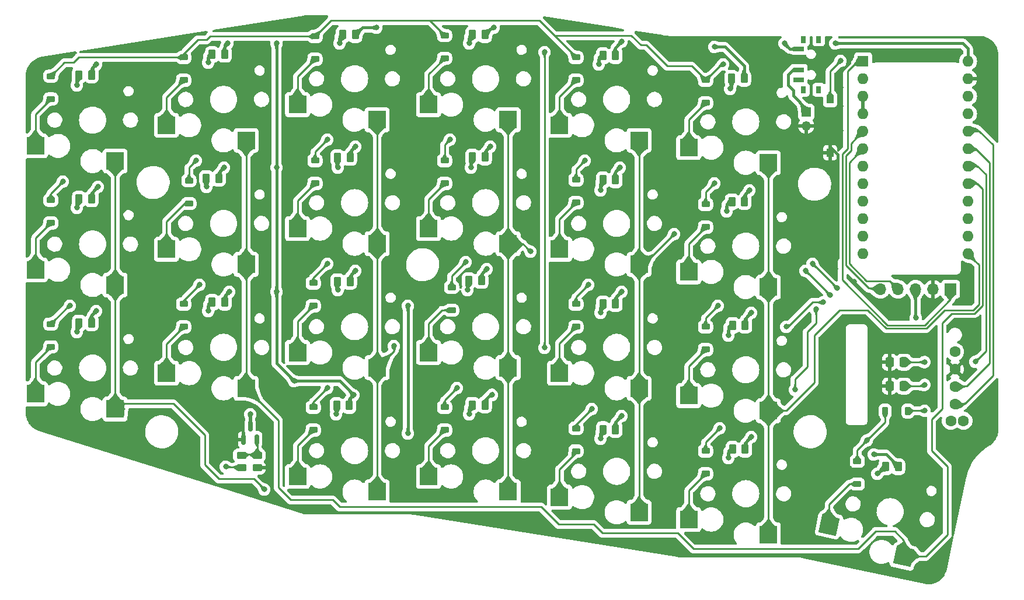
<source format=gbr>
%TF.GenerationSoftware,KiCad,Pcbnew,7.0.5-0*%
%TF.CreationDate,2023-10-18T13:26:08+10:30*%
%TF.ProjectId,Rolio,526f6c69-6f2e-46b6-9963-61645f706362,rev?*%
%TF.SameCoordinates,Original*%
%TF.FileFunction,Copper,L2,Bot*%
%TF.FilePolarity,Positive*%
%FSLAX46Y46*%
G04 Gerber Fmt 4.6, Leading zero omitted, Abs format (unit mm)*
G04 Created by KiCad (PCBNEW 7.0.5-0) date 2023-10-18 13:26:08*
%MOMM*%
%LPD*%
G01*
G04 APERTURE LIST*
G04 Aperture macros list*
%AMRoundRect*
0 Rectangle with rounded corners*
0 $1 Rounding radius*
0 $2 $3 $4 $5 $6 $7 $8 $9 X,Y pos of 4 corners*
0 Add a 4 corners polygon primitive as box body*
4,1,4,$2,$3,$4,$5,$6,$7,$8,$9,$2,$3,0*
0 Add four circle primitives for the rounded corners*
1,1,$1+$1,$2,$3*
1,1,$1+$1,$4,$5*
1,1,$1+$1,$6,$7*
1,1,$1+$1,$8,$9*
0 Add four rect primitives between the rounded corners*
20,1,$1+$1,$2,$3,$4,$5,0*
20,1,$1+$1,$4,$5,$6,$7,0*
20,1,$1+$1,$6,$7,$8,$9,0*
20,1,$1+$1,$8,$9,$2,$3,0*%
%AMRotRect*
0 Rectangle, with rotation*
0 The origin of the aperture is its center*
0 $1 length*
0 $2 width*
0 $3 Rotation angle, in degrees counterclockwise*
0 Add horizontal line*
21,1,$1,$2,0,0,$3*%
G04 Aperture macros list end*
%TA.AperFunction,SMDPad,CuDef*%
%ADD10R,2.600000X2.600000*%
%TD*%
%TA.AperFunction,ComponentPad*%
%ADD11R,1.700000X1.700000*%
%TD*%
%TA.AperFunction,ComponentPad*%
%ADD12O,1.700000X1.700000*%
%TD*%
%TA.AperFunction,ComponentPad*%
%ADD13C,1.600000*%
%TD*%
%TA.AperFunction,ComponentPad*%
%ADD14R,1.600000X1.600000*%
%TD*%
%TA.AperFunction,ComponentPad*%
%ADD15O,1.600000X1.600000*%
%TD*%
%TA.AperFunction,SMDPad,CuDef*%
%ADD16RotRect,2.600000X2.600000X348.000000*%
%TD*%
%TA.AperFunction,ComponentPad*%
%ADD17R,1.350000X1.350000*%
%TD*%
%TA.AperFunction,ComponentPad*%
%ADD18O,1.350000X1.350000*%
%TD*%
%TA.AperFunction,SMDPad,CuDef*%
%ADD19RoundRect,0.250000X0.262500X0.450000X-0.262500X0.450000X-0.262500X-0.450000X0.262500X-0.450000X0*%
%TD*%
%TA.AperFunction,SMDPad,CuDef*%
%ADD20RoundRect,0.225000X-0.375000X0.225000X-0.375000X-0.225000X0.375000X-0.225000X0.375000X0.225000X0*%
%TD*%
%TA.AperFunction,SMDPad,CuDef*%
%ADD21RoundRect,0.250000X-0.337500X-0.475000X0.337500X-0.475000X0.337500X0.475000X-0.337500X0.475000X0*%
%TD*%
%TA.AperFunction,SMDPad,CuDef*%
%ADD22RoundRect,0.250000X0.450000X-0.262500X0.450000X0.262500X-0.450000X0.262500X-0.450000X-0.262500X0*%
%TD*%
%TA.AperFunction,SMDPad,CuDef*%
%ADD23R,0.800000X1.000000*%
%TD*%
%TA.AperFunction,SMDPad,CuDef*%
%ADD24R,1.500000X0.700000*%
%TD*%
%TA.AperFunction,SMDPad,CuDef*%
%ADD25R,1.000000X1.250000*%
%TD*%
%TA.AperFunction,SMDPad,CuDef*%
%ADD26RoundRect,0.225000X-0.225000X-0.375000X0.225000X-0.375000X0.225000X0.375000X-0.225000X0.375000X0*%
%TD*%
%TA.AperFunction,SMDPad,CuDef*%
%ADD27RoundRect,0.150000X0.150000X-0.587500X0.150000X0.587500X-0.150000X0.587500X-0.150000X-0.587500X0*%
%TD*%
%TA.AperFunction,ViaPad*%
%ADD28C,0.800000*%
%TD*%
%TA.AperFunction,Conductor*%
%ADD29C,0.400000*%
%TD*%
%TA.AperFunction,Conductor*%
%ADD30C,0.250000*%
%TD*%
G04 APERTURE END LIST*
D10*
%TO.P,SW_B0,1,1*%
%TO.N,col1*%
X-107807400Y-16704000D03*
%TO.P,SW_B0,2,2*%
%TO.N,Net-(D5-A)*%
X-119357400Y-14504000D03*
%TD*%
%TO.P,SW_B3,1,1*%
%TO.N,col3*%
X-69807400Y-67704000D03*
%TO.P,SW_B3,2,2*%
%TO.N,Net-(D23-A)*%
X-81357400Y-65504000D03*
%TD*%
%TO.P,SW_B4,1,1*%
%TO.N,col2*%
X-88807400Y-67704000D03*
%TO.P,SW_B4,2,2*%
%TO.N,Net-(D29-A)*%
X-100357400Y-65504000D03*
%TD*%
%TO.P,SW_C1,1,1*%
%TO.N,col2*%
X-88807400Y-31704000D03*
%TO.P,SW_C1,2,2*%
%TO.N,Net-(D10-A)*%
X-100357400Y-29504000D03*
%TD*%
%TO.P,SW_B1,1,1*%
%TO.N,col1*%
X-107807400Y-34704000D03*
%TO.P,SW_B1,2,2*%
%TO.N,Net-(D11-A)*%
X-119357400Y-32504000D03*
%TD*%
D11*
%TO.P,Nice!View1,1,CS*%
%TO.N,CS*%
X-5648000Y-38314000D03*
D12*
%TO.P,Nice!View1,2,GND*%
%TO.N,GND*%
X-8188000Y-38314000D03*
%TO.P,Nice!View1,3,VCC*%
%TO.N,VCC*%
X-10728000Y-38314000D03*
%TO.P,Nice!View1,4,SCK*%
%TO.N,SCK*%
X-13268000Y-38314000D03*
%TO.P,Nice!View1,5,MOSI*%
%TO.N,MOSI*%
X-15808000Y-38314000D03*
%TD*%
D10*
%TO.P,SW_F0,1,1*%
%TO.N,col5*%
X-32074500Y-19954000D03*
%TO.P,SW_F0,2,2*%
%TO.N,Net-(D1-A)*%
X-43624500Y-17754000D03*
%TD*%
D13*
%TO.P,RE_1,A,A*%
%TO.N,ENC_A*%
X-4998000Y-55024000D03*
%TO.P,RE_1,B,B*%
%TO.N,ENC_B*%
X-4998000Y-52484000D03*
%TO.P,RE_1,C,C*%
%TO.N,GND*%
X-4998000Y-49944000D03*
%TO.P,RE_1,D*%
%TO.N,N/C*%
X-4998000Y-47404000D03*
%TO.P,RE_1,S1,S1*%
%TO.N,col0*%
X-3773000Y-57414000D03*
%TO.P,RE_1,S2,S2*%
%TO.N,Net-(D19-A)*%
X-5623000Y-57414000D03*
%TD*%
D10*
%TO.P,SW_A2,1,1*%
%TO.N,col0*%
X-126807400Y-55704000D03*
%TO.P,SW_A2,2,2*%
%TO.N,Net-(D18-A)*%
X-138357400Y-53504000D03*
%TD*%
%TO.P,SW_D1,1,1*%
%TO.N,col3*%
X-69807400Y-31704000D03*
%TO.P,SW_D1,2,2*%
%TO.N,Net-(D9-A)*%
X-81357400Y-29504000D03*
%TD*%
%TO.P,SW_E2,1,1*%
%TO.N,col4*%
X-50807400Y-52704000D03*
%TO.P,SW_E2,2,2*%
%TO.N,Net-(D14-A)*%
X-62357400Y-50504000D03*
%TD*%
%TO.P,SW_D2,1,1*%
%TO.N,col3*%
X-69807400Y-49704000D03*
%TO.P,SW_D2,2,2*%
%TO.N,Net-(D15-A)*%
X-81357400Y-47504000D03*
%TD*%
%TO.P,SW_E0,1,1*%
%TO.N,col4*%
X-50807400Y-16704000D03*
%TO.P,SW_E0,2,2*%
%TO.N,Net-(D2-A)*%
X-62357400Y-14504000D03*
%TD*%
D14*
%TO.P,NICE_NANO1,1,TX0/P0.06*%
%TO.N,CS*%
X-18348000Y-5204000D03*
D15*
%TO.P,NICE_NANO1,2,RX1/P0.08*%
%TO.N,BL_CTRL*%
X-18348000Y-7744000D03*
%TO.P,NICE_NANO1,3,GND*%
%TO.N,GND*%
X-18348000Y-10284000D03*
%TO.P,NICE_NANO1,4,GND*%
X-18348000Y-12824000D03*
%TO.P,NICE_NANO1,5,P0.17*%
%TO.N,MOSI*%
X-18348000Y-15364000D03*
%TO.P,NICE_NANO1,6,P0.20*%
%TO.N,SCK*%
X-18348000Y-17904000D03*
%TO.P,NICE_NANO1,7,P0.22*%
%TO.N,unconnected-(NICE_NANO1-P0.22-Pad7)*%
X-18348000Y-20444000D03*
%TO.P,NICE_NANO1,8,P0.24*%
%TO.N,row0*%
X-18348000Y-22984000D03*
%TO.P,NICE_NANO1,9,P1.00*%
%TO.N,row1*%
X-18348000Y-25524000D03*
%TO.P,NICE_NANO1,10,P0.11*%
%TO.N,row2*%
X-18348000Y-28064000D03*
%TO.P,NICE_NANO1,11,P1.04*%
%TO.N,row3*%
X-18348000Y-30604000D03*
%TO.P,NICE_NANO1,12,P1.06*%
%TO.N,unconnected-(NICE_NANO1-P1.06-Pad12)*%
X-18348000Y-33144000D03*
%TO.P,NICE_NANO1,13,NFC1/P0.09*%
%TO.N,col5*%
X-3108000Y-33144000D03*
%TO.P,NICE_NANO1,14,NFC2/P0.10*%
%TO.N,col4*%
X-3108000Y-30604000D03*
%TO.P,NICE_NANO1,15,P1.11*%
%TO.N,col3*%
X-3108000Y-28064000D03*
%TO.P,NICE_NANO1,16,P1.13*%
%TO.N,col2*%
X-3108000Y-25524000D03*
%TO.P,NICE_NANO1,17,P1.15*%
%TO.N,col1*%
X-3108000Y-22984000D03*
%TO.P,NICE_NANO1,18,AIN0/P0.02*%
%TO.N,col0*%
X-3108000Y-20444000D03*
%TO.P,NICE_NANO1,19,AIN5/P0.29*%
%TO.N,ENC_B*%
X-3108000Y-17904000D03*
%TO.P,NICE_NANO1,20,AIN7/P0.31*%
%TO.N,ENC_A*%
X-3108000Y-15364000D03*
%TO.P,NICE_NANO1,21,VCC*%
%TO.N,VCC*%
X-3108000Y-12824000D03*
%TO.P,NICE_NANO1,22,RST*%
%TO.N,RST*%
X-3108000Y-10284000D03*
%TO.P,NICE_NANO1,23,GND*%
%TO.N,GND*%
X-3108000Y-7744000D03*
%TO.P,NICE_NANO1,24,BATIN/P0.04*%
%TO.N,VBATT*%
X-3108000Y-5204000D03*
%TD*%
D10*
%TO.P,SW_A1,1,1*%
%TO.N,col0*%
X-126807400Y-37704000D03*
%TO.P,SW_A1,2,2*%
%TO.N,Net-(D12-A)*%
X-138357400Y-35504000D03*
%TD*%
%TO.P,SW_A0,1,1*%
%TO.N,col0*%
X-126807400Y-19704000D03*
%TO.P,SW_A0,2,2*%
%TO.N,Net-(D6-A)*%
X-138357400Y-17504000D03*
%TD*%
%TO.P,SW_F2,1,1*%
%TO.N,col5*%
X-32074500Y-55954000D03*
%TO.P,SW_F2,2,2*%
%TO.N,Net-(D13-A)*%
X-43624500Y-53754000D03*
%TD*%
%TO.P,SW_D0,1,1*%
%TO.N,col3*%
X-69807400Y-13704000D03*
%TO.P,SW_D0,2,2*%
%TO.N,Net-(D3-A)*%
X-81357400Y-11504000D03*
%TD*%
D16*
%TO.P,SW_E3,1,1*%
%TO.N,col1*%
X-12444477Y-77123654D03*
%TO.P,SW_E3,2,2*%
%TO.N,Net-(D20-A)*%
X-23284676Y-72570349D03*
%TD*%
D10*
%TO.P,SW_F1,1,1*%
%TO.N,col5*%
X-32074500Y-37999000D03*
%TO.P,SW_F1,2,2*%
%TO.N,Net-(D7-A)*%
X-43624500Y-35799000D03*
%TD*%
%TO.P,SW_C2,1,1*%
%TO.N,col2*%
X-88807400Y-49704000D03*
%TO.P,SW_C2,2,2*%
%TO.N,Net-(D16-A)*%
X-100357400Y-47504000D03*
%TD*%
D17*
%TO.P,BATT1,1,+*%
%TO.N,Net-(BATT1-+)*%
X-26592197Y-12580000D03*
D18*
%TO.P,BATT1,2,-*%
%TO.N,GND*%
X-26592197Y-14580000D03*
%TD*%
D10*
%TO.P,SW_E1,1,1*%
%TO.N,col4*%
X-50807400Y-34704000D03*
%TO.P,SW_E1,2,2*%
%TO.N,Net-(D8-A)*%
X-62357400Y-32504000D03*
%TD*%
%TO.P,SW_C0,1,1*%
%TO.N,col2*%
X-88807400Y-13704000D03*
%TO.P,SW_C0,2,2*%
%TO.N,Net-(D4-A)*%
X-100357400Y-11504000D03*
%TD*%
%TO.P,SW_C3,1,1*%
%TO.N,col4*%
X-50807400Y-70704000D03*
%TO.P,SW_C3,2,2*%
%TO.N,Net-(D22-A)*%
X-62357400Y-68504000D03*
%TD*%
%TO.P,SW_B2,1,1*%
%TO.N,col1*%
X-107807400Y-52704000D03*
%TO.P,SW_B2,2,2*%
%TO.N,Net-(D17-A)*%
X-119357400Y-50504000D03*
%TD*%
%TO.P,SW_F3,1,1*%
%TO.N,col5*%
X-32074500Y-73954000D03*
%TO.P,SW_F3,2,2*%
%TO.N,Net-(D21-A)*%
X-43624500Y-71754000D03*
%TD*%
D19*
%TO.P,R8,1*%
%TO.N,BL_GND*%
X-130215210Y-7204000D03*
%TO.P,R8,2*%
%TO.N,Net-(LED6-K)*%
X-132040210Y-7204000D03*
%TD*%
D20*
%TO.P,D17,1,K*%
%TO.N,row2*%
X-116874400Y-40472000D03*
%TO.P,D17,2,A*%
%TO.N,Net-(D17-A)*%
X-116874400Y-43772000D03*
%TD*%
D21*
%TO.P,C1,1*%
%TO.N,GND*%
X-14512400Y-52373000D03*
%TO.P,C1,2*%
%TO.N,ENC_A*%
X-12437400Y-52373000D03*
%TD*%
D20*
%TO.P,D10,1,K*%
%TO.N,row1*%
X-97824400Y-19644000D03*
%TO.P,D10,2,A*%
%TO.N,Net-(D10-A)*%
X-97824400Y-22944000D03*
%TD*%
%TO.P,D13,1,K*%
%TO.N,row2*%
X-41182400Y-43774000D03*
%TO.P,D13,2,A*%
%TO.N,Net-(D13-A)*%
X-41182400Y-47074000D03*
%TD*%
D19*
%TO.P,R12,1*%
%TO.N,BL_GND*%
X-92744400Y-19204000D03*
%TO.P,R12,2*%
%TO.N,Net-(LED10-K)*%
X-94569400Y-19204000D03*
%TD*%
D20*
%TO.P,D1,1,K*%
%TO.N,row0*%
X-41182400Y-7960000D03*
%TO.P,D1,2,A*%
%TO.N,Net-(D1-A)*%
X-41182400Y-11260000D03*
%TD*%
D19*
%TO.P,R10,1*%
%TO.N,BL_GND*%
X-54239900Y-22438000D03*
%TO.P,R10,2*%
%TO.N,Net-(LED8-K)*%
X-56064900Y-22438000D03*
%TD*%
D20*
%TO.P,D12,1,K*%
%TO.N,row1*%
X-136144000Y-25386500D03*
%TO.P,D12,2,A*%
%TO.N,Net-(D12-A)*%
X-136144000Y-28686500D03*
%TD*%
D21*
%TO.P,C2,1*%
%TO.N,GND*%
X-14512400Y-48902000D03*
%TO.P,C2,2*%
%TO.N,ENC_B*%
X-12437400Y-48902000D03*
%TD*%
D20*
%TO.P,D14,1,K*%
%TO.N,row2*%
X-59978400Y-40472000D03*
%TO.P,D14,2,A*%
%TO.N,Net-(D14-A)*%
X-59978400Y-43772000D03*
%TD*%
D22*
%TO.P,R2,1*%
%TO.N,GND*%
X-106206400Y-64244500D03*
%TO.P,R2,2*%
%TO.N,Net-(Q1-G)*%
X-106206400Y-62419500D03*
%TD*%
D19*
%TO.P,R21,1*%
%TO.N,BL_GND*%
X-13242400Y-64094000D03*
%TO.P,R21,2*%
%TO.N,Net-(LED19-K)*%
X-15067400Y-64094000D03*
%TD*%
D20*
%TO.P,D15,1,K*%
%TO.N,row2*%
X-78012400Y-38060000D03*
%TO.P,D15,2,A*%
%TO.N,Net-(D15-A)*%
X-78012400Y-41360000D03*
%TD*%
D19*
%TO.P,R18,1*%
%TO.N,BL_GND*%
X-92744400Y-37204000D03*
%TO.P,R18,2*%
%TO.N,Net-(LED16-K)*%
X-94569400Y-37204000D03*
%TD*%
%TO.P,R19,1*%
%TO.N,BL_GND*%
X-110911210Y-40204000D03*
%TO.P,R19,2*%
%TO.N,Net-(LED17-K)*%
X-112736210Y-40204000D03*
%TD*%
%TO.P,R14,1*%
%TO.N,BL_GND*%
X-130215210Y-25204000D03*
%TO.P,R14,2*%
%TO.N,Net-(LED12-K)*%
X-132040210Y-25204000D03*
%TD*%
D20*
%TO.P,D3,1,K*%
%TO.N,row0*%
X-79028400Y-1484000D03*
%TO.P,D3,2,A*%
%TO.N,Net-(D3-A)*%
X-79028400Y-4784000D03*
%TD*%
D19*
%TO.P,R24,1*%
%TO.N,BL_GND*%
X-73186400Y-55136000D03*
%TO.P,R24,2*%
%TO.N,Net-(LED22-K)*%
X-75011400Y-55136000D03*
%TD*%
D22*
%TO.P,R1,1*%
%TO.N,BL_CTRL*%
X-108492400Y-64244500D03*
%TO.P,R1,2*%
%TO.N,Net-(Q1-G)*%
X-108492400Y-62419500D03*
%TD*%
D20*
%TO.P,D22,1,K*%
%TO.N,row3*%
X-59978400Y-58510000D03*
%TO.P,D22,2,A*%
%TO.N,Net-(D22-A)*%
X-59978400Y-61810000D03*
%TD*%
%TO.P,D23,1,K*%
%TO.N,row3*%
X-79028400Y-55458000D03*
%TO.P,D23,2,A*%
%TO.N,Net-(D23-A)*%
X-79028400Y-58758000D03*
%TD*%
%TO.P,D11,1,K*%
%TO.N,row1*%
X-116112400Y-22566000D03*
%TO.P,D11,2,A*%
%TO.N,Net-(D11-A)*%
X-116112400Y-25866000D03*
%TD*%
%TO.P,D7,1,K*%
%TO.N,row1*%
X-41182400Y-25994000D03*
%TO.P,D7,2,A*%
%TO.N,Net-(D7-A)*%
X-41182400Y-29294000D03*
%TD*%
D23*
%TO.P,SW4,*%
%TO.N,*%
X-24781400Y-2044000D03*
X-26991400Y-2044000D03*
X-24781400Y-9344000D03*
X-26991400Y-9344000D03*
D24*
%TO.P,SW4,1*%
%TO.N,VBATT*%
X-27641400Y-3444000D03*
%TO.P,SW4,2*%
%TO.N,Net-(BATT1-+)*%
X-27641400Y-6444000D03*
%TO.P,SW4,3*%
%TO.N,N/C*%
X-27641400Y-7944000D03*
%TD*%
D19*
%TO.P,R20,1*%
%TO.N,BL_GND*%
X-130215210Y-43204000D03*
%TO.P,R20,2*%
%TO.N,Net-(LED18-K)*%
X-132040210Y-43204000D03*
%TD*%
D20*
%TO.P,D20,1,K*%
%TO.N,row3*%
X-19173454Y-63295944D03*
%TO.P,D20,2,A*%
%TO.N,Net-(D20-A)*%
X-19173454Y-66595944D03*
%TD*%
D19*
%TO.P,R6,1*%
%TO.N,BL_GND*%
X-91982400Y-1356000D03*
%TO.P,R6,2*%
%TO.N,Net-(LED4-K)*%
X-93807400Y-1356000D03*
%TD*%
D20*
%TO.P,D29,1,K*%
%TO.N,row3*%
X-98078400Y-55458000D03*
%TO.P,D29,2,A*%
%TO.N,Net-(D29-A)*%
X-98078400Y-58758000D03*
%TD*%
%TO.P,D4,1,K*%
%TO.N,row0*%
X-97824400Y-1610000D03*
%TO.P,D4,2,A*%
%TO.N,Net-(D4-A)*%
X-97824400Y-4910000D03*
%TD*%
D19*
%TO.P,R4,1*%
%TO.N,BL_GND*%
X-54239900Y-4404000D03*
%TO.P,R4,2*%
%TO.N,Net-(LED2-K)*%
X-56064900Y-4404000D03*
%TD*%
D25*
%TO.P,RESET1,1,1*%
%TO.N,RST*%
X-23126400Y-10737000D03*
%TO.P,RESET1,2,2*%
%TO.N,GND*%
X-23126400Y-18487000D03*
%TD*%
D20*
%TO.P,D2,1,K*%
%TO.N,row0*%
X-59978400Y-4658000D03*
%TO.P,D2,2,A*%
%TO.N,Net-(D2-A)*%
X-59978400Y-7958000D03*
%TD*%
%TO.P,D8,1,K*%
%TO.N,row1*%
X-59978400Y-22438000D03*
%TO.P,D8,2,A*%
%TO.N,Net-(D8-A)*%
X-59978400Y-25738000D03*
%TD*%
D19*
%TO.P,R11,1*%
%TO.N,BL_GND*%
X-73186400Y-19136000D03*
%TO.P,R11,2*%
%TO.N,Net-(LED9-K)*%
X-75011400Y-19136000D03*
%TD*%
D20*
%TO.P,D18,1,K*%
%TO.N,row2*%
X-136144000Y-43386500D03*
%TO.P,D18,2,A*%
%TO.N,Net-(D18-A)*%
X-136144000Y-46686500D03*
%TD*%
D19*
%TO.P,R15,1*%
%TO.N,BL_GND*%
X-35443900Y-43554000D03*
%TO.P,R15,2*%
%TO.N,Net-(LED13-K)*%
X-37268900Y-43554000D03*
%TD*%
%TO.P,R22,1*%
%TO.N,BL_GND*%
X-35443900Y-61554000D03*
%TO.P,R22,2*%
%TO.N,Net-(LED20-K)*%
X-37268900Y-61554000D03*
%TD*%
D20*
%TO.P,D5,1,K*%
%TO.N,row0*%
X-116874400Y-4658000D03*
%TO.P,D5,2,A*%
%TO.N,Net-(D5-A)*%
X-116874400Y-7958000D03*
%TD*%
D19*
%TO.P,R7,1*%
%TO.N,BL_GND*%
X-110911210Y-4204000D03*
%TO.P,R7,2*%
%TO.N,Net-(LED5-K)*%
X-112736210Y-4204000D03*
%TD*%
D20*
%TO.P,D6,1,K*%
%TO.N,row0*%
X-136144000Y-7386500D03*
%TO.P,D6,2,A*%
%TO.N,Net-(D6-A)*%
X-136144000Y-10686500D03*
%TD*%
%TO.P,D9,1,K*%
%TO.N,row1*%
X-79028400Y-19644000D03*
%TO.P,D9,2,A*%
%TO.N,Net-(D9-A)*%
X-79028400Y-22944000D03*
%TD*%
D19*
%TO.P,R25,1*%
%TO.N,BL_GND*%
X-92864400Y-55204000D03*
%TO.P,R25,2*%
%TO.N,Net-(LED23-K)*%
X-94689400Y-55204000D03*
%TD*%
D26*
%TO.P,D19,1,K*%
%TO.N,row3*%
X-15147400Y-56014000D03*
%TO.P,D19,2,A*%
%TO.N,Net-(D19-A)*%
X-11847400Y-56014000D03*
%TD*%
D27*
%TO.P,Q1,1,G*%
%TO.N,Net-(Q1-G)*%
X-106272400Y-60127000D03*
%TO.P,Q1,2,S*%
%TO.N,GND*%
X-108172400Y-60127000D03*
%TO.P,Q1,3,D*%
%TO.N,BL_GND*%
X-107222400Y-58252000D03*
%TD*%
D19*
%TO.P,R23,1*%
%TO.N,BL_GND*%
X-54239900Y-58688000D03*
%TO.P,R23,2*%
%TO.N,Net-(LED21-K)*%
X-56064900Y-58688000D03*
%TD*%
D20*
%TO.P,D21,1,K*%
%TO.N,row3*%
X-41182400Y-61808000D03*
%TO.P,D21,2,A*%
%TO.N,Net-(D21-A)*%
X-41182400Y-65108000D03*
%TD*%
D19*
%TO.P,R5,1*%
%TO.N,BL_GND*%
X-73186400Y-1356000D03*
%TO.P,R5,2*%
%TO.N,Net-(LED3-K)*%
X-75011400Y-1356000D03*
%TD*%
D20*
%TO.P,D16,1,K*%
%TO.N,row2*%
X-98078400Y-37424000D03*
%TO.P,D16,2,A*%
%TO.N,Net-(D16-A)*%
X-98078400Y-40724000D03*
%TD*%
D19*
%TO.P,R17,1*%
%TO.N,BL_GND*%
X-73694400Y-37070000D03*
%TO.P,R17,2*%
%TO.N,Net-(LED15-K)*%
X-75519400Y-37070000D03*
%TD*%
%TO.P,R16,1*%
%TO.N,BL_GND*%
X-54239900Y-40438000D03*
%TO.P,R16,2*%
%TO.N,Net-(LED14-K)*%
X-56064900Y-40438000D03*
%TD*%
%TO.P,R9,1*%
%TO.N,BL_GND*%
X-35547400Y-25599000D03*
%TO.P,R9,2*%
%TO.N,Net-(LED7-K)*%
X-37372400Y-25599000D03*
%TD*%
%TO.P,R3,1*%
%TO.N,BL_GND*%
X-35594400Y-7706000D03*
%TO.P,R3,2*%
%TO.N,Net-(LED1-K)*%
X-37419400Y-7706000D03*
%TD*%
%TO.P,R13,1*%
%TO.N,BL_GND*%
X-111779210Y-22204000D03*
%TO.P,R13,2*%
%TO.N,Net-(LED11-K)*%
X-113604210Y-22204000D03*
%TD*%
D28*
%TO.N,row0*%
X-38642400Y-5674000D03*
%TO.N,row1*%
X-58708400Y-19644000D03*
X-134400400Y-22692000D03*
X-96046400Y-16596000D03*
X-39912400Y-22946000D03*
X-78266400Y-16596000D03*
X-115096400Y-19644000D03*
%TO.N,row2*%
X-96046400Y-34630000D03*
X-114588400Y-37678000D03*
X-58200400Y-37678000D03*
X-133384400Y-40726000D03*
X-75980400Y-34376000D03*
X-39404400Y-40726000D03*
%TO.N,GND*%
X-22386400Y-34122000D03*
X-21624400Y-9024000D03*
X-45500400Y-10754000D03*
X-103412400Y-340000D03*
X-22640400Y-50632000D03*
X-116112400Y-63078000D03*
X-796400Y-6992000D03*
X-83346400Y-25994000D03*
X-61756400Y-86000D03*
X-26450400Y-74508000D03*
X-47278400Y-72730000D03*
X-21624400Y-6751406D03*
X-111286400Y-59522000D03*
X-20354400Y-3896000D03*
X-288400Y-10754000D03*
X-21624400Y-11770000D03*
X-288400Y-57236000D03*
X-21624400Y-15326000D03*
X-288400Y-55712000D03*
X-104428400Y-59522000D03*
X-16544400Y-49616000D03*
X-47278400Y-75016000D03*
X-19675318Y-37252918D03*
X-22386400Y-35392000D03*
X-22640400Y-49108000D03*
X-46262400Y-42504000D03*
X-41690400Y-5166000D03*
X-122462400Y-3134000D03*
%TO.N,VCC*%
X-84362400Y-40726000D03*
X-10702400Y-42504000D03*
X-84362400Y-59268000D03*
%TO.N,ENC_B*%
X-9422123Y-48902000D03*
%TO.N,ENC_A*%
X-9422123Y-52204000D03*
%TO.N,col0*%
X-2066400Y-48854000D03*
X-105190400Y-67396000D03*
%TO.N,col2*%
X-29498400Y-43774000D03*
X-24164400Y-40218000D03*
X-86394400Y-46568000D03*
%TO.N,col3*%
X-66582400Y-32852000D03*
X-26704400Y-35646000D03*
X-23148400Y-39202000D03*
%TO.N,col4*%
X-25688400Y-34630000D03*
X-45754400Y-30312000D03*
X-22132400Y-38186000D03*
%TO.N,Net-(LED1-K)*%
X-37626400Y-9230000D03*
%TO.N,RST*%
X-21624400Y-5166000D03*
%TO.N,Net-(D19-A)*%
X-9422123Y-55966000D03*
%TO.N,Net-(LED2-K)*%
X-56676400Y-5674000D03*
%TO.N,row3*%
X-77250400Y-52664000D03*
X-17814400Y-60284000D03*
X-39150400Y-58506000D03*
X-57692400Y-55712000D03*
X-96046400Y-52664000D03*
X-25180400Y-41234000D03*
X-28228400Y-52918000D03*
%TO.N,Net-(LED3-K)*%
X-75472400Y-2626000D03*
%TO.N,Net-(LED4-K)*%
X-94268400Y-2626000D03*
%TO.N,Net-(LED5-K)*%
X-113318400Y-5420000D03*
%TO.N,Net-(LED6-K)*%
X-132368400Y-8722000D03*
%TO.N,Net-(LED7-K)*%
X-38134400Y-27010000D03*
%TO.N,Net-(LED8-K)*%
X-56422400Y-23962000D03*
%TO.N,Net-(LED9-K)*%
X-75218400Y-20660000D03*
%TO.N,Net-(LED10-K)*%
X-94522400Y-20660000D03*
%TO.N,Net-(LED11-K)*%
X-113572400Y-23454000D03*
%TO.N,Net-(LED12-K)*%
X-132368400Y-26502000D03*
%TO.N,Net-(LED13-K)*%
X-37880400Y-45044000D03*
%TO.N,Net-(LED14-K)*%
X-56422400Y-41742000D03*
%TO.N,Net-(LED15-K)*%
X-75726400Y-38440000D03*
%TO.N,Net-(LED16-K)*%
X-94522400Y-38440000D03*
%TO.N,Net-(LED17-K)*%
X-113318400Y-41488000D03*
%TO.N,Net-(LED18-K)*%
X-132368400Y-44536000D03*
%TO.N,Net-(LED19-K)*%
X-16290400Y-65110000D03*
%TO.N,Net-(LED20-K)*%
X-37880400Y-62824000D03*
%TO.N,Net-(LED21-K)*%
X-56422400Y-60030000D03*
%TO.N,BL_GND*%
X-16798400Y-62316000D03*
X-72932400Y-35392000D03*
X-110270400Y-38694000D03*
X-71916400Y-340000D03*
X-53374400Y-56728000D03*
X-91982400Y-35646000D03*
X-53374400Y-38694000D03*
X-34578400Y-59776000D03*
X-110524400Y-2626000D03*
X-72424400Y-17612000D03*
X-100872400Y-51648000D03*
X-103412400Y-38694000D03*
X-53374400Y-2372000D03*
X-53628400Y-20660000D03*
X-129320400Y-23454000D03*
X-103412400Y-20660000D03*
X-111032400Y-20660000D03*
X-88934400Y-340000D03*
X-72170400Y-53680000D03*
X-34832400Y-23962000D03*
X-39912400Y-3134000D03*
X-91982400Y-17612000D03*
X-107222400Y-56474000D03*
X-103412400Y-2626000D03*
X-129574400Y-41488000D03*
X-92236400Y-53680000D03*
X-34578400Y-41742000D03*
X-129574400Y-5674000D03*
%TO.N,BL_CTRL*%
X-64550400Y-46822000D03*
X-64550400Y-3896000D03*
X-110778400Y-64094000D03*
%TO.N,Net-(LED22-K)*%
X-75472400Y-56474000D03*
%TO.N,VBATT*%
X-22386400Y-2626000D03*
X-29752400Y-2626000D03*
%TO.N,Net-(LED23-K)*%
X-94776400Y-56474000D03*
%TD*%
D29*
%TO.N,BL_GND*%
X-38388400Y-3134000D02*
X-35594400Y-5928000D01*
X-39912400Y-3134000D02*
X-38388400Y-3134000D01*
X-35594400Y-5928000D02*
X-35594400Y-7706000D01*
D30*
%TO.N,row0*%
X-63139400Y-1497000D02*
X-51963400Y-1497000D01*
X-51963400Y-1497000D02*
X-50580400Y-2880000D01*
X-50580400Y-2880000D02*
X-49818400Y-2880000D01*
X-49818400Y-2880000D02*
X-46770400Y-5928000D01*
X-46770400Y-5928000D02*
X-43214400Y-5928000D01*
X-43214400Y-5928000D02*
X-41182400Y-7960000D01*
X-95538400Y676000D02*
X-81568400Y676000D01*
X-81188400Y676000D02*
X-81568400Y676000D01*
X-81568400Y676000D02*
X-80552400Y676000D01*
X-79028400Y-1484000D02*
X-81188400Y676000D01*
X-81188400Y676000D02*
X-80552400Y676000D01*
X-80552400Y676000D02*
X-65312400Y676000D01*
X-65312400Y676000D02*
X-59978400Y-4658000D01*
X-95538400Y676000D02*
X-97824400Y-1610000D01*
D29*
%TO.N,BL_GND*%
X-71916400Y-340000D02*
X-72170400Y-340000D01*
X-72170400Y-340000D02*
X-73186400Y-1356000D01*
X-88934400Y-340000D02*
X-90966400Y-340000D01*
X-90966400Y-340000D02*
X-91982400Y-1356000D01*
D30*
%TO.N,row0*%
X-116874400Y-4658000D02*
X-116874400Y-4150000D01*
X-116874400Y-4150000D02*
X-114842400Y-2118000D01*
X-114842400Y-2118000D02*
X-113572400Y-2118000D01*
X-113572400Y-2118000D02*
X-113064400Y-1610000D01*
X-113064400Y-1610000D02*
X-97824400Y-1610000D01*
X-136144000Y-7386500D02*
X-134177500Y-5420000D01*
X-134177500Y-5420000D02*
X-132876400Y-5420000D01*
X-132876400Y-5420000D02*
X-132114400Y-4658000D01*
X-132114400Y-4658000D02*
X-116874400Y-4658000D01*
X-38896400Y-5674000D02*
X-38642400Y-5674000D01*
X-41182400Y-7960000D02*
X-38896400Y-5674000D01*
%TO.N,Net-(D1-A)*%
X-43624500Y-13702100D02*
X-41182400Y-11260000D01*
X-43624500Y-17754000D02*
X-43624500Y-13702100D01*
%TO.N,Net-(D2-A)*%
X-62357400Y-10337000D02*
X-59978400Y-7958000D01*
X-62357400Y-14504000D02*
X-62357400Y-10337000D01*
%TO.N,Net-(D3-A)*%
X-81357400Y-11504000D02*
X-81357400Y-7113000D01*
X-81357400Y-7113000D02*
X-79028400Y-4784000D01*
%TO.N,Net-(D4-A)*%
X-100357400Y-7443000D02*
X-97824400Y-4910000D01*
X-100357400Y-11504000D02*
X-100357400Y-7443000D01*
%TO.N,Net-(D5-A)*%
X-119357400Y-10441000D02*
X-116874400Y-7958000D01*
X-119357400Y-14504000D02*
X-119357400Y-10441000D01*
%TO.N,Net-(D6-A)*%
X-138357400Y-17504000D02*
X-138357400Y-12899900D01*
X-138357400Y-12899900D02*
X-136144000Y-10686500D01*
%TO.N,row1*%
X-41182400Y-24216000D02*
X-39912400Y-22946000D01*
X-97824400Y-19644000D02*
X-97824400Y-18374000D01*
X-136144000Y-24435600D02*
X-134400400Y-22692000D01*
X-116112400Y-22566000D02*
X-116112400Y-20660000D01*
X-79028400Y-19644000D02*
X-79028400Y-17358000D01*
X-116112400Y-20660000D02*
X-115096400Y-19644000D01*
X-59978400Y-20914000D02*
X-58708400Y-19644000D01*
X-136144000Y-25386500D02*
X-136144000Y-24435600D01*
X-79028400Y-17358000D02*
X-78266400Y-16596000D01*
X-59978400Y-22438000D02*
X-59978400Y-20914000D01*
X-97824400Y-18374000D02*
X-96046400Y-16596000D01*
X-41182400Y-25994000D02*
X-41182400Y-24216000D01*
%TO.N,Net-(D7-A)*%
X-43624500Y-35799000D02*
X-43624500Y-31736100D01*
X-43624500Y-31736100D02*
X-41182400Y-29294000D01*
%TO.N,Net-(D8-A)*%
X-62357400Y-32504000D02*
X-62357400Y-28117000D01*
X-62357400Y-28117000D02*
X-59978400Y-25738000D01*
%TO.N,Net-(D9-A)*%
X-81357400Y-29504000D02*
X-81357400Y-25273000D01*
X-81357400Y-25273000D02*
X-79028400Y-22944000D01*
%TO.N,Net-(D10-A)*%
X-100357400Y-29504000D02*
X-100357400Y-25477000D01*
X-100357400Y-25477000D02*
X-97824400Y-22944000D01*
%TO.N,Net-(D11-A)*%
X-116748400Y-25866000D02*
X-119357400Y-28475000D01*
X-119357400Y-32504000D02*
X-119357400Y-28475000D01*
X-116112400Y-25866000D02*
X-116748400Y-25866000D01*
%TO.N,Net-(D12-A)*%
X-138357400Y-30899900D02*
X-136144000Y-28686500D01*
X-138357400Y-35504000D02*
X-138357400Y-30899900D01*
%TO.N,row2*%
X-136144000Y-43386500D02*
X-133483500Y-40726000D01*
X-116874400Y-39964000D02*
X-114588400Y-37678000D01*
X-59978400Y-39456000D02*
X-58200400Y-37678000D01*
X-133483500Y-40726000D02*
X-133384400Y-40726000D01*
X-78012400Y-38060000D02*
X-78012400Y-36408000D01*
X-41182400Y-43774000D02*
X-41182400Y-42504000D01*
X-41182400Y-42504000D02*
X-39404400Y-40726000D01*
X-133384400Y-40726000D02*
X-133384400Y-40626900D01*
X-98078400Y-36662000D02*
X-96046400Y-34630000D01*
X-59978400Y-40472000D02*
X-59978400Y-39456000D01*
X-98078400Y-37424000D02*
X-98078400Y-36662000D01*
X-133384400Y-40626900D02*
X-133483500Y-40726000D01*
X-78012400Y-36408000D02*
X-75980400Y-34376000D01*
X-116874400Y-40472000D02*
X-116874400Y-39964000D01*
%TO.N,Net-(D13-A)*%
X-43624500Y-53754000D02*
X-43624500Y-49516100D01*
X-43624500Y-49516100D02*
X-41182400Y-47074000D01*
%TO.N,Net-(D14-A)*%
X-62357400Y-50504000D02*
X-62357400Y-46151000D01*
X-62357400Y-46151000D02*
X-59978400Y-43772000D01*
%TO.N,Net-(D15-A)*%
X-79408400Y-41360000D02*
X-78012400Y-41360000D01*
X-81357400Y-47504000D02*
X-81357400Y-43309000D01*
X-81357400Y-43309000D02*
X-79408400Y-41360000D01*
%TO.N,Net-(D16-A)*%
X-100357400Y-47504000D02*
X-100357400Y-43003000D01*
X-100357400Y-43003000D02*
X-98078400Y-40724000D01*
%TO.N,Net-(D17-A)*%
X-119357400Y-46255000D02*
X-116874400Y-43772000D01*
X-119357400Y-50504000D02*
X-119357400Y-46255000D01*
%TO.N,Net-(D18-A)*%
X-138357400Y-53504000D02*
X-138357400Y-48899900D01*
X-138357400Y-48899900D02*
X-136144000Y-46686500D01*
%TO.N,CS*%
X-21370400Y-36970894D02*
X-14813294Y-43528000D01*
X-20600400Y-6682000D02*
X-20600400Y-17932188D01*
X-14813294Y-43528000D02*
X-9385506Y-43528000D01*
X-19122400Y-5204000D02*
X-20600400Y-6682000D01*
X-20600400Y-17932188D02*
X-21370400Y-18702188D01*
X-5648000Y-39790494D02*
X-5648000Y-38314000D01*
X-21370400Y-18702188D02*
X-21370400Y-36970894D01*
X-9385506Y-43528000D02*
X-5648000Y-39790494D01*
X-18348000Y-5204000D02*
X-19122400Y-5204000D01*
D29*
%TO.N,GND*%
X-23126400Y-13272000D02*
X-23126400Y-17677000D01*
X-22386400Y-34122000D02*
X-22045400Y-33781000D01*
X-796400Y-6182000D02*
X-796400Y-10246000D01*
X-22045400Y-18758000D02*
X-23126400Y-17677000D01*
X-20354400Y-5481406D02*
X-20354400Y-3896000D01*
X-22045400Y-33781000D02*
X-22045400Y-18758000D01*
X-796400Y-10246000D02*
X-288400Y-10754000D01*
X-21624400Y-11770000D02*
X-23126400Y-13272000D01*
X-22386400Y-35392000D02*
X-22386400Y-34122000D01*
X-21624400Y-6751406D02*
X-20354400Y-5481406D01*
X-21624400Y-9024000D02*
X-21624400Y-6751406D01*
%TO.N,VCC*%
X-10702400Y-42504000D02*
X-10728000Y-42478400D01*
X-10728000Y-42478400D02*
X-10728000Y-38314000D01*
X-84362400Y-59268000D02*
X-84362400Y-40726000D01*
D30*
%TO.N,SCK*%
X-17895400Y-37089000D02*
X-20354400Y-34630000D01*
X-14493000Y-37089000D02*
X-17895400Y-37089000D01*
X-13268000Y-38314000D02*
X-14493000Y-37089000D01*
X-20354400Y-34630000D02*
X-20354400Y-19910400D01*
X-20354400Y-19910400D02*
X-18348000Y-17904000D01*
%TO.N,MOSI*%
X-20854400Y-34837106D02*
X-17505506Y-38186000D01*
X-17505506Y-38186000D02*
X-16490000Y-38186000D01*
X-18348000Y-15364000D02*
X-20100400Y-17116400D01*
X-20854400Y-18893294D02*
X-20854400Y-34837106D01*
X-20100400Y-17116400D02*
X-20100400Y-18139294D01*
X-20100400Y-18139294D02*
X-20854400Y-18893294D01*
%TO.N,ENC_B*%
X-26400Y-49108000D02*
X-26400Y-19906000D01*
X-4924000Y-52410000D02*
X-3328400Y-52410000D01*
X-3328400Y-52410000D02*
X-26400Y-49108000D01*
X-26400Y-19906000D02*
X-2028400Y-17904000D01*
X-2028400Y-17904000D02*
X-3108000Y-17904000D01*
X-12437400Y-48902000D02*
X-9422123Y-48902000D01*
%TO.N,ENC_A*%
X473600Y-50886000D02*
X473600Y-17358000D01*
X-12437400Y-52373000D02*
X-9591123Y-52373000D01*
X-3590400Y-54950000D02*
X473600Y-50886000D01*
X473600Y-17358000D02*
X-1520400Y-15364000D01*
X-1520400Y-15364000D02*
X-3108000Y-15364000D01*
X-9591123Y-52373000D02*
X-9422123Y-52204000D01*
X-4924000Y-54950000D02*
X-3590400Y-54950000D01*
%TO.N,col0*%
X-1774400Y-20444000D02*
X-3108000Y-20444000D01*
X-126807400Y-55704000D02*
X-125502400Y-55704000D01*
X-113826400Y-63840000D02*
X-113826400Y-59522000D01*
X-105190400Y-67396000D02*
X-106714400Y-65872000D01*
X-542400Y-47330000D02*
X-542400Y-21676000D01*
X-125510400Y-54950000D02*
X-126264400Y-55704000D01*
X-126807400Y-37704000D02*
X-126807400Y-19704000D01*
X-118398400Y-54950000D02*
X-125510400Y-54950000D01*
X-111794400Y-65872000D02*
X-113826400Y-63840000D01*
X-126807400Y-55704000D02*
X-126807400Y-37704000D01*
X-2066400Y-48854000D02*
X-542400Y-47330000D01*
X-542400Y-21676000D02*
X-1774400Y-20444000D01*
X-113826400Y-59522000D02*
X-118398400Y-54950000D01*
X-106714400Y-65872000D02*
X-111794400Y-65872000D01*
%TO.N,col1*%
X-8416400Y-57236000D02*
X-6892400Y-55712000D01*
X-19084400Y-76032000D02*
X-42960400Y-76032000D01*
X-56168400Y-73746000D02*
X-57438400Y-72476000D01*
X-5467953Y-41841553D02*
X-2165953Y-41841553D01*
X-107807400Y-52704000D02*
X-107807400Y-34704000D01*
X-107807400Y-34704000D02*
X-107807400Y-16704000D01*
X-8416400Y-61808000D02*
X-8416400Y-57236000D01*
X-101380400Y-68920000D02*
X-103158400Y-67142000D01*
X-1042400Y-40718000D02*
X-1042400Y-23716000D01*
X-6130400Y-64094000D02*
X-8416400Y-61808000D01*
X-9254054Y-77123654D02*
X-6130400Y-74000000D01*
X-95284400Y-68920000D02*
X-101380400Y-68920000D01*
X-45246400Y-73746000D02*
X-56168400Y-73746000D01*
X-6892400Y-43266000D02*
X-5467953Y-41841553D01*
X-1774400Y-22984000D02*
X-3108000Y-22984000D01*
X-2165953Y-41841553D02*
X-1042400Y-40718000D01*
X-12444477Y-77123654D02*
X-9254054Y-77123654D01*
X-16544400Y-73492000D02*
X-19084400Y-76032000D01*
X-103158400Y-57353000D02*
X-107807400Y-52704000D01*
X-13750400Y-73492000D02*
X-16544400Y-73492000D01*
X-12444477Y-77123654D02*
X-12444477Y-74797923D01*
X-57438400Y-72476000D02*
X-62518400Y-72476000D01*
X-65058400Y-69936000D02*
X-94268400Y-69936000D01*
X-42960400Y-76032000D02*
X-45246400Y-73746000D01*
X-6892400Y-55712000D02*
X-6892400Y-43266000D01*
X-12444477Y-74797923D02*
X-13750400Y-73492000D01*
X-94268400Y-69936000D02*
X-95284400Y-68920000D01*
X-6130400Y-74000000D02*
X-6130400Y-64094000D01*
X-1042400Y-23716000D02*
X-1774400Y-22984000D01*
X-62518400Y-72476000D02*
X-65058400Y-69936000D01*
X-103158400Y-67142000D02*
X-103158400Y-57353000D01*
%TO.N,col2*%
X-88807400Y-49704000D02*
X-88807400Y-31704000D01*
X-29244400Y-43774000D02*
X-29498400Y-43774000D01*
X-88807400Y-49704000D02*
X-86394400Y-47291000D01*
X-88807400Y-13704000D02*
X-88807400Y-31704000D01*
X-25688400Y-40218000D02*
X-29244400Y-43774000D01*
X-88807400Y-49704000D02*
X-88807400Y-67704000D01*
X-86394400Y-47291000D02*
X-86394400Y-46568000D01*
X-24164400Y-40218000D02*
X-25688400Y-40218000D01*
%TO.N,col3*%
X-26704400Y-35646000D02*
X-23148400Y-39202000D01*
X-69807400Y-31704000D02*
X-69807400Y-49704000D01*
X-69807400Y-49704000D02*
X-69807400Y-67704000D01*
X-69807400Y-13704000D02*
X-69807400Y-31704000D01*
X-69807400Y-31704000D02*
X-67730400Y-31704000D01*
X-67730400Y-31704000D02*
X-66582400Y-32852000D01*
%TO.N,col4*%
X-50146400Y-34704000D02*
X-45754400Y-30312000D01*
X-50807400Y-34704000D02*
X-50807400Y-52704000D01*
X-50807400Y-52704000D02*
X-50807400Y-70954000D01*
X-50807400Y-16704000D02*
X-50807400Y-34704000D01*
X-25688400Y-34630000D02*
X-22132400Y-38186000D01*
D29*
%TO.N,Net-(LED1-K)*%
X-37419400Y-7706000D02*
X-37419400Y-9023000D01*
X-37419400Y-9023000D02*
X-37626400Y-9230000D01*
D30*
%TO.N,RST*%
X-21624400Y-5166000D02*
X-23126400Y-6668000D01*
X-23126400Y-6668000D02*
X-23126400Y-10737000D01*
%TO.N,Net-(D19-A)*%
X-9422123Y-55966000D02*
X-11799400Y-55966000D01*
%TO.N,Net-(D20-A)*%
X-23284676Y-72570349D02*
X-23284676Y-69564276D01*
X-23284676Y-69564276D02*
X-20316344Y-66595944D01*
X-20316344Y-66595944D02*
X-19173454Y-66595944D01*
%TO.N,Net-(D21-A)*%
X-43624500Y-71754000D02*
X-43624500Y-67550100D01*
X-43624500Y-67550100D02*
X-41182400Y-65108000D01*
%TO.N,Net-(D22-A)*%
X-62357400Y-68754000D02*
X-62357400Y-64439000D01*
X-62357400Y-64439000D02*
X-59978400Y-62060000D01*
%TO.N,Net-(D23-A)*%
X-81357400Y-61087000D02*
X-79028400Y-58758000D01*
X-81357400Y-65504000D02*
X-81357400Y-61087000D01*
D29*
%TO.N,Net-(LED2-K)*%
X-56422400Y-4404000D02*
X-56676400Y-4658000D01*
X-56676400Y-4658000D02*
X-56676400Y-5674000D01*
X-56064900Y-4404000D02*
X-56422400Y-4404000D01*
D30*
%TO.N,row3*%
X-26450400Y-49616000D02*
X-28228400Y-51394000D01*
X-59978400Y-58760000D02*
X-59978400Y-57998000D01*
X-25180400Y-41234000D02*
X-25180400Y-43266000D01*
X-26450400Y-44536000D02*
X-26450400Y-49616000D01*
X-79028400Y-54442000D02*
X-77250400Y-52664000D01*
X-28228400Y-51394000D02*
X-28228400Y-52918000D01*
X-19173454Y-61643054D02*
X-17814400Y-60284000D01*
X-41182400Y-61808000D02*
X-41182400Y-60538000D01*
X-41182400Y-60538000D02*
X-39150400Y-58506000D01*
X-25180400Y-43266000D02*
X-26450400Y-44536000D01*
X-15147400Y-57617000D02*
X-15147400Y-56014000D01*
X-59978400Y-57998000D02*
X-57692400Y-55712000D01*
X-79028400Y-55458000D02*
X-79028400Y-54442000D01*
X-19173454Y-63295944D02*
X-19173454Y-61643054D01*
X-17814400Y-60284000D02*
X-15147400Y-57617000D01*
X-98078400Y-55458000D02*
X-98078400Y-54696000D01*
X-98078400Y-54696000D02*
X-96046400Y-52664000D01*
D29*
%TO.N,Net-(LED3-K)*%
X-75472400Y-1610000D02*
X-75472400Y-2626000D01*
X-75218400Y-1356000D02*
X-75472400Y-1610000D01*
%TO.N,Net-(LED4-K)*%
X-94014400Y-1356000D02*
X-94268400Y-1610000D01*
X-94268400Y-1610000D02*
X-94268400Y-2626000D01*
%TO.N,Net-(LED5-K)*%
X-112736210Y-4204000D02*
X-113118400Y-4204000D01*
X-113318400Y-4404000D02*
X-113318400Y-5420000D01*
X-113118400Y-4204000D02*
X-113318400Y-4404000D01*
%TO.N,Net-(LED6-K)*%
X-132120400Y-7204000D02*
X-132368400Y-7452000D01*
X-132368400Y-7452000D02*
X-132368400Y-8722000D01*
%TO.N,Net-(LED7-K)*%
X-37739400Y-25599000D02*
X-38134400Y-25994000D01*
X-38134400Y-25994000D02*
X-38134400Y-27010000D01*
X-37372400Y-25599000D02*
X-37739400Y-25599000D01*
%TO.N,Net-(LED8-K)*%
X-56422400Y-22692000D02*
X-56422400Y-23962000D01*
X-56168400Y-22438000D02*
X-56422400Y-22692000D01*
%TO.N,Net-(LED9-K)*%
X-75218400Y-19390000D02*
X-75218400Y-20660000D01*
%TO.N,Net-(LED10-K)*%
X-94569400Y-19204000D02*
X-94569400Y-20613000D01*
X-94569400Y-20613000D02*
X-94522400Y-20660000D01*
%TO.N,Net-(LED11-K)*%
X-113604210Y-22204000D02*
X-113604210Y-23422190D01*
X-113604210Y-23422190D02*
X-113572400Y-23454000D01*
%TO.N,Net-(LED12-K)*%
X-132340400Y-25204000D02*
X-132368400Y-25232000D01*
X-132368400Y-25232000D02*
X-132368400Y-26502000D01*
%TO.N,Net-(LED13-K)*%
X-37880400Y-43774000D02*
X-37880400Y-45044000D01*
X-37268900Y-43554000D02*
X-37660400Y-43554000D01*
X-37660400Y-43554000D02*
X-37880400Y-43774000D01*
%TO.N,Net-(LED14-K)*%
X-56422400Y-40726000D02*
X-56422400Y-41742000D01*
X-56134400Y-40438000D02*
X-56422400Y-40726000D01*
%TO.N,Net-(LED15-K)*%
X-75726400Y-37170000D02*
X-75726400Y-38440000D01*
%TO.N,Net-(LED16-K)*%
X-94569400Y-37204000D02*
X-94569400Y-38393000D01*
X-94569400Y-38393000D02*
X-94522400Y-38440000D01*
%TO.N,Net-(LED17-K)*%
X-113318400Y-40472000D02*
X-113318400Y-41488000D01*
X-113050400Y-40204000D02*
X-113318400Y-40472000D01*
%TO.N,Net-(LED18-K)*%
X-132306400Y-43204000D02*
X-132368400Y-43266000D01*
X-132368400Y-43266000D02*
X-132368400Y-44536000D01*
%TO.N,Net-(LED19-K)*%
X-15067400Y-64141000D02*
X-16290400Y-65110000D01*
%TO.N,Net-(LED20-K)*%
X-37626400Y-61554000D02*
X-37880400Y-61808000D01*
X-37880400Y-61808000D02*
X-37880400Y-62824000D01*
X-37268900Y-61554000D02*
X-37626400Y-61554000D01*
%TO.N,Net-(LED21-K)*%
X-56096400Y-58688000D02*
X-56422400Y-59014000D01*
X-56422400Y-59014000D02*
X-56422400Y-60030000D01*
D30*
%TO.N,Net-(Q1-G)*%
X-106206400Y-62419500D02*
X-106206400Y-60193000D01*
X-108492400Y-62316000D02*
X-106309900Y-62316000D01*
D29*
%TO.N,BL_GND*%
X-110911210Y-4204000D02*
X-110911210Y-3012810D01*
X-73186400Y-19136000D02*
X-73186400Y-18374000D01*
X-92744400Y-19204000D02*
X-92744400Y-18374000D01*
X-130215210Y-24348810D02*
X-130215210Y-25204000D01*
X-92236400Y-53680000D02*
X-94268400Y-51648000D01*
X-73186400Y-55136000D02*
X-73186400Y-54442000D01*
X-35547400Y-25599000D02*
X-35547400Y-24677000D01*
X-92864400Y-55204000D02*
X-92864400Y-54308000D01*
X-107222400Y-58252000D02*
X-107222400Y-56474000D01*
X-103412400Y-2626000D02*
X-103412400Y-38694000D01*
X-111779210Y-21406810D02*
X-111032400Y-20660000D01*
X-91982400Y-35646000D02*
X-92744400Y-36408000D01*
X-54239900Y-40438000D02*
X-54239900Y-39559500D01*
X-73694400Y-36154000D02*
X-72932400Y-35392000D01*
X-92864400Y-54308000D02*
X-92236400Y-53680000D01*
X-35443900Y-60641500D02*
X-34578400Y-59776000D01*
X-130215210Y-43204000D02*
X-130215210Y-42128810D01*
X-111779210Y-22204000D02*
X-111779210Y-21406810D01*
X-73186400Y-54442000D02*
X-72170400Y-53426000D01*
X-54239900Y-4404000D02*
X-54239900Y-3237500D01*
X-110911210Y-3012810D02*
X-110524400Y-2626000D01*
X-35443900Y-43554000D02*
X-35443900Y-42607500D01*
X-129320400Y-23454000D02*
X-130215210Y-24348810D01*
X-35547400Y-24677000D02*
X-34832400Y-23962000D01*
X-92744400Y-36408000D02*
X-92744400Y-37204000D01*
X-73694400Y-37070000D02*
X-73694400Y-36154000D01*
X-129574400Y-5674000D02*
X-130215210Y-6314810D01*
X-15001529Y-62316000D02*
X-16798400Y-62316000D01*
X-103412400Y-49108000D02*
X-103412400Y-38694000D01*
X-54239900Y-57593500D02*
X-53374400Y-56728000D01*
X-110911210Y-40204000D02*
X-110911210Y-39334810D01*
X-100872400Y-51648000D02*
X-103412400Y-49108000D01*
X-54239900Y-21271500D02*
X-53628400Y-20660000D01*
X-130215210Y-6314810D02*
X-130215210Y-7204000D01*
X-110911210Y-39334810D02*
X-110270400Y-38694000D01*
X-54239900Y-58688000D02*
X-54239900Y-57593500D01*
X-54239900Y-22438000D02*
X-54239900Y-21271500D01*
X-130215210Y-42128810D02*
X-129574400Y-41488000D01*
X-35443900Y-61554000D02*
X-35443900Y-60641500D01*
X-73186400Y-18374000D02*
X-72424400Y-17612000D01*
X-92744400Y-18374000D02*
X-91982400Y-17612000D01*
X-94268400Y-51648000D02*
X-100872400Y-51648000D01*
X-54239900Y-3237500D02*
X-53374400Y-2372000D01*
X-35443900Y-42607500D02*
X-34578400Y-41742000D01*
X-54239900Y-39559500D02*
X-53374400Y-38694000D01*
X-13242400Y-64075129D02*
X-15001529Y-62316000D01*
D30*
%TO.N,BL_CTRL*%
X-110731400Y-64141000D02*
X-110778400Y-64094000D01*
X-108492400Y-64141000D02*
X-110731400Y-64141000D01*
X-64550400Y-46822000D02*
X-64550400Y-3896000D01*
D29*
%TO.N,Net-(LED22-K)*%
X-75150400Y-55136000D02*
X-75472400Y-55458000D01*
X-75472400Y-55458000D02*
X-75472400Y-56474000D01*
%TO.N,Net-(BATT1-+)*%
X-29244400Y-8722000D02*
X-29244400Y-7198000D01*
X-28482400Y-9484000D02*
X-29244400Y-8722000D01*
X-28440400Y-6394000D02*
X-29244400Y-7198000D01*
X-27641400Y-6394000D02*
X-28440400Y-6394000D01*
X-26592197Y-12136203D02*
X-28482400Y-10246000D01*
X-28482400Y-10246000D02*
X-28482400Y-9484000D01*
D30*
%TO.N,col5*%
X-29486400Y-55954000D02*
X-32074500Y-55954000D01*
X-25434400Y-51902000D02*
X-29486400Y-55954000D01*
X-32074500Y-37999000D02*
X-32074500Y-55954000D01*
X-17706847Y-41341553D02*
X-21731953Y-41341553D01*
X-2373059Y-41341553D02*
X-6491953Y-41341553D01*
X-3108000Y-33215200D02*
X-1542400Y-34780800D01*
X-1542400Y-40510894D02*
X-2373059Y-41341553D01*
X-6491953Y-41341553D02*
X-9178400Y-44028000D01*
X-15020400Y-44028000D02*
X-17706847Y-41341553D01*
X-32074500Y-55954000D02*
X-32074500Y-73954000D01*
X-32074500Y-19954000D02*
X-32074500Y-37999000D01*
X-21731953Y-41341553D02*
X-25434400Y-45044000D01*
X-25434400Y-45044000D02*
X-25434400Y-51902000D01*
X-9178400Y-44028000D02*
X-15020400Y-44028000D01*
X-1542400Y-34780800D02*
X-1542400Y-40510894D01*
D29*
%TO.N,VBATT*%
X-28934400Y-3444000D02*
X-29752400Y-2626000D01*
X-3108000Y-3388000D02*
X-3870000Y-2626000D01*
X-3870000Y-2626000D02*
X-22386400Y-2626000D01*
X-27641400Y-3444000D02*
X-28934400Y-3444000D01*
X-3108000Y-4394000D02*
X-3108000Y-3388000D01*
D30*
%TO.N,Net-(D29-A)*%
X-100357400Y-65504000D02*
X-100357400Y-61037000D01*
X-100357400Y-61037000D02*
X-98078400Y-58758000D01*
D29*
%TO.N,Net-(LED23-K)*%
X-94689400Y-55204000D02*
X-94689400Y-56387000D01*
X-94689400Y-56387000D02*
X-94776400Y-56474000D01*
%TD*%
%TA.AperFunction,Conductor*%
%TO.N,GND*%
G36*
X-94481443Y30569D02*
G01*
X-94419106Y-24657D01*
X-94389574Y-102527D01*
X-94399612Y-185201D01*
X-94446922Y-253741D01*
X-94470960Y-271595D01*
X-94538555Y-313287D01*
X-94662613Y-437345D01*
X-94754713Y-586662D01*
X-94754714Y-586664D01*
X-94809900Y-753203D01*
X-94809901Y-753209D01*
X-94820400Y-855991D01*
X-94820400Y-1118682D01*
X-94840331Y-1199544D01*
X-94857429Y-1225989D01*
X-94872275Y-1244938D01*
X-94872283Y-1244950D01*
X-94874578Y-1250051D01*
X-94890033Y-1277454D01*
X-94893216Y-1282065D01*
X-94893220Y-1282073D01*
X-94914941Y-1339345D01*
X-94916951Y-1344198D01*
X-94942096Y-1400068D01*
X-94943105Y-1405578D01*
X-94951558Y-1435900D01*
X-94953540Y-1441125D01*
X-94953541Y-1441131D01*
X-94957860Y-1476701D01*
X-94960662Y-1499782D01*
X-94960923Y-1501930D01*
X-94961714Y-1507124D01*
X-94972758Y-1567387D01*
X-94972758Y-1567401D01*
X-94971257Y-1592214D01*
X-94970349Y-1607223D01*
X-94969059Y-1628534D01*
X-94968900Y-1633789D01*
X-94968900Y-1776921D01*
X-94971558Y-1807216D01*
X-94974004Y-1821044D01*
X-94974004Y-1821046D01*
X-94977882Y-1941399D01*
X-94978789Y-1951442D01*
X-94980446Y-1962549D01*
X-94982969Y-1979465D01*
X-94983017Y-1979784D01*
X-94989452Y-2007332D01*
X-94995325Y-2025613D01*
X-94998346Y-2033636D01*
X-95034873Y-2117821D01*
X-95043694Y-2138141D01*
X-95096980Y-2260886D01*
X-95096990Y-2260910D01*
X-95117979Y-2318638D01*
X-95117983Y-2318650D01*
X-95117982Y-2318650D01*
X-95124665Y-2347227D01*
X-95154073Y-2437735D01*
X-95154075Y-2437747D01*
X-95173860Y-2626000D01*
X-95154075Y-2814254D01*
X-95095580Y-2994281D01*
X-95095576Y-2994290D01*
X-95000938Y-3158209D01*
X-95000935Y-3158213D01*
X-95000933Y-3158216D01*
X-94948846Y-3216064D01*
X-94874272Y-3298887D01*
X-94874269Y-3298890D01*
X-94803768Y-3350111D01*
X-94721130Y-3410151D01*
X-94548203Y-3487144D01*
X-94363046Y-3526500D01*
X-94173754Y-3526500D01*
X-93988597Y-3487144D01*
X-93815670Y-3410151D01*
X-93662529Y-3298888D01*
X-93535867Y-3158216D01*
X-93441221Y-2994284D01*
X-93382726Y-2814256D01*
X-93364912Y-2644760D01*
X-93336640Y-2566428D01*
X-93275201Y-2510204D01*
X-93246596Y-2497782D01*
X-93225566Y-2490814D01*
X-93076244Y-2398712D01*
X-93017933Y-2340400D01*
X-92946667Y-2297319D01*
X-92863537Y-2292290D01*
X-92787592Y-2326469D01*
X-92771880Y-2340388D01*
X-92713556Y-2398712D01*
X-92650273Y-2437745D01*
X-92564238Y-2490812D01*
X-92564236Y-2490813D01*
X-92564234Y-2490814D01*
X-92437767Y-2532721D01*
X-92397697Y-2545999D01*
X-92397691Y-2546000D01*
X-92369012Y-2548929D01*
X-92294909Y-2556500D01*
X-91669892Y-2556499D01*
X-91567103Y-2545999D01*
X-91400566Y-2490814D01*
X-91251244Y-2398712D01*
X-91127188Y-2274656D01*
X-91035086Y-2125334D01*
X-90979901Y-1958797D01*
X-90979753Y-1957355D01*
X-90977282Y-1933160D01*
X-90969400Y-1856009D01*
X-90969401Y-1722373D01*
X-90954699Y-1652373D01*
X-90912343Y-1555989D01*
X-90911179Y-1553457D01*
X-90821612Y-1366651D01*
X-90820155Y-1363754D01*
X-90732924Y-1198398D01*
X-90731035Y-1195006D01*
X-90708615Y-1156765D01*
X-90690868Y-1126494D01*
X-90632776Y-1066819D01*
X-90553606Y-1040975D01*
X-90540764Y-1040500D01*
X-89783469Y-1040500D01*
X-89753184Y-1043156D01*
X-89739351Y-1045602D01*
X-89619011Y-1049477D01*
X-89608974Y-1050385D01*
X-89580614Y-1054615D01*
X-89553062Y-1061050D01*
X-89534770Y-1066927D01*
X-89526797Y-1069929D01*
X-89442496Y-1106508D01*
X-89442496Y-1106507D01*
X-89442494Y-1106508D01*
X-89299499Y-1168584D01*
X-89241759Y-1189579D01*
X-89241754Y-1189579D01*
X-89236008Y-1191669D01*
X-89230369Y-1193946D01*
X-89214203Y-1201144D01*
X-89029046Y-1240500D01*
X-88839754Y-1240500D01*
X-88654597Y-1201144D01*
X-88481670Y-1124151D01*
X-88328529Y-1012888D01*
X-88201867Y-872216D01*
X-88107221Y-708284D01*
X-88048726Y-528256D01*
X-88028940Y-340000D01*
X-88045255Y-184769D01*
X-88049679Y-142674D01*
X-88046476Y-142337D01*
X-88044366Y-76472D01*
X-88003322Y-4006D01*
X-87933303Y41085D01*
X-87876842Y50500D01*
X-81647419Y50500D01*
X-81519564Y50500D01*
X-81438702Y30569D01*
X-81396527Y-463D01*
X-80319648Y-1077342D01*
X-80281281Y-1135380D01*
X-80249204Y-1215033D01*
X-80247712Y-1219018D01*
X-80207346Y-1335373D01*
X-80206318Y-1338531D01*
X-80163412Y-1479346D01*
X-80162677Y-1481897D01*
X-80134985Y-1583839D01*
X-80128900Y-1629451D01*
X-80128900Y-1757344D01*
X-80118750Y-1856703D01*
X-80118750Y-1856706D01*
X-80070875Y-2001182D01*
X-80065403Y-2017697D01*
X-80060520Y-2025613D01*
X-79976370Y-2162042D01*
X-79856443Y-2281969D01*
X-79818439Y-2305410D01*
X-79712097Y-2371003D01*
X-79551108Y-2424349D01*
X-79451745Y-2434500D01*
X-78605056Y-2434499D01*
X-78505692Y-2424349D01*
X-78344703Y-2371003D01*
X-78200356Y-2281968D01*
X-78080432Y-2162044D01*
X-77991397Y-2017697D01*
X-77938051Y-1856708D01*
X-77927900Y-1757345D01*
X-77927901Y-1210656D01*
X-77938051Y-1111292D01*
X-77991397Y-950303D01*
X-78077562Y-810609D01*
X-78080431Y-805957D01*
X-78200358Y-686030D01*
X-78344700Y-596999D01*
X-78344705Y-596996D01*
X-78462625Y-557922D01*
X-78505692Y-543651D01*
X-78505694Y-543650D01*
X-78505696Y-543650D01*
X-78590420Y-534995D01*
X-78605055Y-533500D01*
X-78605056Y-533500D01*
X-78742371Y-533500D01*
X-78781896Y-528951D01*
X-78867529Y-508976D01*
X-78876324Y-506430D01*
X-78990127Y-466889D01*
X-78998042Y-463695D01*
X-79064069Y-433214D01*
X-79118170Y-408239D01*
X-79125115Y-404645D01*
X-79251806Y-331688D01*
X-79257804Y-327901D01*
X-79346476Y-266713D01*
X-79401711Y-204384D01*
X-79421653Y-123525D01*
X-79401734Y-42660D01*
X-79346517Y19685D01*
X-79268651Y49228D01*
X-79247653Y50500D01*
X-75766305Y50500D01*
X-75685443Y30569D01*
X-75623106Y-24657D01*
X-75593574Y-102527D01*
X-75603612Y-185201D01*
X-75650922Y-253741D01*
X-75674960Y-271595D01*
X-75742555Y-313287D01*
X-75866613Y-437345D01*
X-75958713Y-586662D01*
X-75958714Y-586664D01*
X-76013900Y-753203D01*
X-76013901Y-753209D01*
X-76024400Y-855991D01*
X-76024400Y-1118682D01*
X-76044331Y-1199544D01*
X-76061429Y-1225989D01*
X-76076275Y-1244938D01*
X-76076283Y-1244950D01*
X-76078578Y-1250051D01*
X-76094033Y-1277454D01*
X-76097216Y-1282065D01*
X-76097220Y-1282073D01*
X-76118941Y-1339345D01*
X-76120951Y-1344198D01*
X-76146096Y-1400068D01*
X-76147105Y-1405578D01*
X-76155558Y-1435900D01*
X-76157540Y-1441125D01*
X-76157541Y-1441131D01*
X-76161860Y-1476701D01*
X-76164662Y-1499782D01*
X-76164923Y-1501930D01*
X-76165714Y-1507124D01*
X-76176758Y-1567387D01*
X-76176758Y-1567401D01*
X-76175257Y-1592214D01*
X-76174349Y-1607223D01*
X-76173059Y-1628534D01*
X-76172900Y-1633789D01*
X-76172900Y-1776921D01*
X-76175558Y-1807216D01*
X-76178004Y-1821044D01*
X-76178004Y-1821046D01*
X-76181882Y-1941399D01*
X-76182789Y-1951442D01*
X-76184446Y-1962549D01*
X-76186969Y-1979465D01*
X-76187017Y-1979784D01*
X-76193452Y-2007332D01*
X-76199325Y-2025613D01*
X-76202346Y-2033636D01*
X-76238873Y-2117821D01*
X-76247694Y-2138141D01*
X-76300980Y-2260886D01*
X-76300990Y-2260910D01*
X-76321979Y-2318638D01*
X-76321983Y-2318650D01*
X-76321982Y-2318650D01*
X-76328665Y-2347227D01*
X-76358073Y-2437735D01*
X-76358075Y-2437747D01*
X-76377860Y-2626000D01*
X-76358075Y-2814254D01*
X-76299580Y-2994281D01*
X-76299576Y-2994290D01*
X-76204938Y-3158209D01*
X-76204935Y-3158213D01*
X-76204933Y-3158216D01*
X-76152846Y-3216064D01*
X-76078272Y-3298887D01*
X-76078269Y-3298890D01*
X-76007768Y-3350111D01*
X-75925130Y-3410151D01*
X-75752203Y-3487144D01*
X-75567046Y-3526500D01*
X-75377754Y-3526500D01*
X-75192597Y-3487144D01*
X-75019670Y-3410151D01*
X-74866529Y-3298888D01*
X-74739867Y-3158216D01*
X-74645221Y-2994284D01*
X-74586726Y-2814256D01*
X-74568912Y-2644760D01*
X-74540640Y-2566428D01*
X-74479201Y-2510204D01*
X-74450596Y-2497782D01*
X-74429566Y-2490814D01*
X-74280244Y-2398712D01*
X-74221935Y-2340402D01*
X-74150666Y-2297320D01*
X-74067536Y-2292291D01*
X-73991591Y-2326471D01*
X-73975872Y-2340396D01*
X-73917556Y-2398712D01*
X-73854273Y-2437745D01*
X-73768238Y-2490812D01*
X-73768236Y-2490813D01*
X-73768234Y-2490814D01*
X-73641767Y-2532721D01*
X-73601697Y-2545999D01*
X-73601691Y-2546000D01*
X-73573012Y-2548929D01*
X-73498909Y-2556500D01*
X-72873892Y-2556499D01*
X-72771103Y-2545999D01*
X-72604566Y-2490814D01*
X-72455244Y-2398712D01*
X-72331188Y-2274656D01*
X-72239086Y-2125334D01*
X-72183901Y-1958797D01*
X-72183753Y-1957355D01*
X-72181282Y-1933160D01*
X-72173400Y-1856009D01*
X-72173401Y-1722370D01*
X-72158699Y-1652370D01*
X-72116351Y-1556004D01*
X-72115194Y-1553486D01*
X-72025611Y-1366648D01*
X-72024144Y-1363733D01*
X-72016957Y-1350110D01*
X-71961608Y-1287890D01*
X-71883678Y-1258517D01*
X-71877542Y-1257895D01*
X-71876633Y-1257820D01*
X-71876616Y-1257817D01*
X-71876610Y-1257817D01*
X-71859829Y-1255390D01*
X-71843658Y-1253052D01*
X-71813797Y-1246877D01*
X-71676886Y-1209837D01*
X-71672355Y-1208743D01*
X-71636597Y-1201144D01*
X-71624489Y-1195752D01*
X-71617078Y-1192852D01*
X-71612327Y-1191241D01*
X-71533504Y-1156765D01*
X-71533495Y-1156758D01*
X-71526357Y-1152610D01*
X-71518039Y-1148356D01*
X-71463670Y-1124151D01*
X-71310529Y-1012888D01*
X-71183867Y-872216D01*
X-71089221Y-708284D01*
X-71030726Y-528256D01*
X-71010940Y-340000D01*
X-71027255Y-184769D01*
X-71031679Y-142674D01*
X-71028476Y-142337D01*
X-71026366Y-76472D01*
X-70985322Y-4006D01*
X-70915303Y41085D01*
X-70858842Y50500D01*
X-65643564Y50500D01*
X-65562702Y30569D01*
X-65520527Y-463D01*
X-63644107Y-1876883D01*
X-63632814Y-1890977D01*
X-63632165Y-1890441D01*
X-63625188Y-1898875D01*
X-63625187Y-1898876D01*
X-63625186Y-1898877D01*
X-63579906Y-1941399D01*
X-63575763Y-1945289D01*
X-63573801Y-1947190D01*
X-61269647Y-4251344D01*
X-61231280Y-4309383D01*
X-61199202Y-4389039D01*
X-61197709Y-4393024D01*
X-61157349Y-4509366D01*
X-61156321Y-4512523D01*
X-61113412Y-4653346D01*
X-61112677Y-4655898D01*
X-61084985Y-4757840D01*
X-61078900Y-4803452D01*
X-61078900Y-4931344D01*
X-61068750Y-5030703D01*
X-61068750Y-5030706D01*
X-61015404Y-5191695D01*
X-61015401Y-5191700D01*
X-60926370Y-5336042D01*
X-60806443Y-5455969D01*
X-60749205Y-5491274D01*
X-60662097Y-5545003D01*
X-60501108Y-5598349D01*
X-60401745Y-5608500D01*
X-59555056Y-5608499D01*
X-59455692Y-5598349D01*
X-59294703Y-5545003D01*
X-59150356Y-5455968D01*
X-59030432Y-5336044D01*
X-58941397Y-5191697D01*
X-58888051Y-5030708D01*
X-58877900Y-4931345D01*
X-58877901Y-4384656D01*
X-58888051Y-4285292D01*
X-58941397Y-4124303D01*
X-58998022Y-4032500D01*
X-59030431Y-3979957D01*
X-59150358Y-3860030D01*
X-59294700Y-3770999D01*
X-59294705Y-3770996D01*
X-59423679Y-3728259D01*
X-59455692Y-3717651D01*
X-59455694Y-3717650D01*
X-59455696Y-3717650D01*
X-59540420Y-3708995D01*
X-59555055Y-3707500D01*
X-59555056Y-3707500D01*
X-59692371Y-3707500D01*
X-59731896Y-3702951D01*
X-59817529Y-3682976D01*
X-59826324Y-3680430D01*
X-59940127Y-3640889D01*
X-59948042Y-3637695D01*
X-60027091Y-3601203D01*
X-60068170Y-3582239D01*
X-60075115Y-3578645D01*
X-60201806Y-3505688D01*
X-60207804Y-3501900D01*
X-60330618Y-3417153D01*
X-60354832Y-3396977D01*
X-61332272Y-2419537D01*
X-61375356Y-2348266D01*
X-61380385Y-2265136D01*
X-61346205Y-2189191D01*
X-61280647Y-2137829D01*
X-61209235Y-2122500D01*
X-54544390Y-2122500D01*
X-54463528Y-2142431D01*
X-54401191Y-2197657D01*
X-54371659Y-2275527D01*
X-54381697Y-2358201D01*
X-54417454Y-2415508D01*
X-54421195Y-2419500D01*
X-54442535Y-2442260D01*
X-54449874Y-2450840D01*
X-54472447Y-2477228D01*
X-54472449Y-2477231D01*
X-54477770Y-2483452D01*
X-54478114Y-2483158D01*
X-54488186Y-2495127D01*
X-54718409Y-2725349D01*
X-54722235Y-2728951D01*
X-54768083Y-2769570D01*
X-54802886Y-2819989D01*
X-54805992Y-2824210D01*
X-54830524Y-2855525D01*
X-54843778Y-2872443D01*
X-54843783Y-2872450D01*
X-54846078Y-2877551D01*
X-54861533Y-2904954D01*
X-54864716Y-2909565D01*
X-54864720Y-2909573D01*
X-54886441Y-2966845D01*
X-54888451Y-2971698D01*
X-54913596Y-3027568D01*
X-54914605Y-3033078D01*
X-54923058Y-3063400D01*
X-54925040Y-3068625D01*
X-54925041Y-3068631D01*
X-54930054Y-3109915D01*
X-54931254Y-3119805D01*
X-54932423Y-3129429D01*
X-54933214Y-3134622D01*
X-54937678Y-3158984D01*
X-54949144Y-3196735D01*
X-54961581Y-3225468D01*
X-54963109Y-3228803D01*
X-55020569Y-3347552D01*
X-55073730Y-3411659D01*
X-55150595Y-3443718D01*
X-55233553Y-3436383D01*
X-55300231Y-3394801D01*
X-55333744Y-3361288D01*
X-55385725Y-3329226D01*
X-55483063Y-3269187D01*
X-55483065Y-3269186D01*
X-55649604Y-3214000D01*
X-55649610Y-3213999D01*
X-55744822Y-3204273D01*
X-55752391Y-3203500D01*
X-55752392Y-3203500D01*
X-56377408Y-3203500D01*
X-56480193Y-3214000D01*
X-56480196Y-3214000D01*
X-56646733Y-3269185D01*
X-56646738Y-3269187D01*
X-56796055Y-3361287D01*
X-56920113Y-3485345D01*
X-57012213Y-3634662D01*
X-57012214Y-3634664D01*
X-57067400Y-3801203D01*
X-57067401Y-3801209D01*
X-57077900Y-3903991D01*
X-57077900Y-3996768D01*
X-57097831Y-4077630D01*
X-57128866Y-4119807D01*
X-57154911Y-4145851D01*
X-57158736Y-4149451D01*
X-57204582Y-4190069D01*
X-57239386Y-4240489D01*
X-57242492Y-4244710D01*
X-57274284Y-4285292D01*
X-57280278Y-4292943D01*
X-57280283Y-4292950D01*
X-57282578Y-4298051D01*
X-57298033Y-4325454D01*
X-57301216Y-4330065D01*
X-57301220Y-4330073D01*
X-57322941Y-4387345D01*
X-57324951Y-4392198D01*
X-57350096Y-4448068D01*
X-57351105Y-4453578D01*
X-57359558Y-4483900D01*
X-57361540Y-4489125D01*
X-57361541Y-4489131D01*
X-57368923Y-4549930D01*
X-57369714Y-4555124D01*
X-57380758Y-4615387D01*
X-57380758Y-4615401D01*
X-57379645Y-4633790D01*
X-57378386Y-4654612D01*
X-57377059Y-4676534D01*
X-57376900Y-4681789D01*
X-57376900Y-4824921D01*
X-57379558Y-4855216D01*
X-57382004Y-4869044D01*
X-57382004Y-4869046D01*
X-57385882Y-4989399D01*
X-57386789Y-4999442D01*
X-57391017Y-5027784D01*
X-57397452Y-5055332D01*
X-57403325Y-5073613D01*
X-57406346Y-5081636D01*
X-57442873Y-5165821D01*
X-57453653Y-5190654D01*
X-57504980Y-5308886D01*
X-57504990Y-5308910D01*
X-57525979Y-5366638D01*
X-57525983Y-5366650D01*
X-57525982Y-5366650D01*
X-57532665Y-5395227D01*
X-57562073Y-5485735D01*
X-57562075Y-5485747D01*
X-57581860Y-5674000D01*
X-57562075Y-5862254D01*
X-57503580Y-6042281D01*
X-57503576Y-6042290D01*
X-57408938Y-6206209D01*
X-57408935Y-6206213D01*
X-57408933Y-6206216D01*
X-57362230Y-6258085D01*
X-57282272Y-6346887D01*
X-57282269Y-6346890D01*
X-57211768Y-6398111D01*
X-57129130Y-6458151D01*
X-56956203Y-6535144D01*
X-56771046Y-6574500D01*
X-56581754Y-6574500D01*
X-56396597Y-6535144D01*
X-56223670Y-6458151D01*
X-56070529Y-6346888D01*
X-55943867Y-6206216D01*
X-55849221Y-6042284D01*
X-55790726Y-5862256D01*
X-55778325Y-5744264D01*
X-55750051Y-5665929D01*
X-55688612Y-5609706D01*
X-55658150Y-5598409D01*
X-55658621Y-5596987D01*
X-55649605Y-5593999D01*
X-55649603Y-5593999D01*
X-55483066Y-5538814D01*
X-55333744Y-5446712D01*
X-55275435Y-5388402D01*
X-55204166Y-5345320D01*
X-55121036Y-5340291D01*
X-55045091Y-5374471D01*
X-55029372Y-5388396D01*
X-54971056Y-5446712D01*
X-54903462Y-5488404D01*
X-54821738Y-5538812D01*
X-54821736Y-5538813D01*
X-54821734Y-5538814D01*
X-54691504Y-5581968D01*
X-54655197Y-5593999D01*
X-54655191Y-5594000D01*
X-54626512Y-5596929D01*
X-54552409Y-5604500D01*
X-53927392Y-5604499D01*
X-53824603Y-5593999D01*
X-53658066Y-5538814D01*
X-53508744Y-5446712D01*
X-53384688Y-5322656D01*
X-53292586Y-5173334D01*
X-53237401Y-5006797D01*
X-53236855Y-5001458D01*
X-53234433Y-4977744D01*
X-53226900Y-4904009D01*
X-53226901Y-3903992D01*
X-53237401Y-3801203D01*
X-53292586Y-3634666D01*
X-53306718Y-3611755D01*
X-53338016Y-3561012D01*
X-53342983Y-3552960D01*
X-53368469Y-3473675D01*
X-53354190Y-3391627D01*
X-53303417Y-3325612D01*
X-53258789Y-3299775D01*
X-53191675Y-3273280D01*
X-53191676Y-3273279D01*
X-53046673Y-3216064D01*
X-52990969Y-3190066D01*
X-52990965Y-3190062D01*
X-52983351Y-3185515D01*
X-52982934Y-3186214D01*
X-52963090Y-3174591D01*
X-52921670Y-3156151D01*
X-52768529Y-3044888D01*
X-52641867Y-2904216D01*
X-52547221Y-2740284D01*
X-52488726Y-2560256D01*
X-52468940Y-2372000D01*
X-52474964Y-2314686D01*
X-52463595Y-2232186D01*
X-52415187Y-2164417D01*
X-52340831Y-2126907D01*
X-52301917Y-2122500D01*
X-52294564Y-2122500D01*
X-52213702Y-2142431D01*
X-52171528Y-2173462D01*
X-51619642Y-2725349D01*
X-51085105Y-3259886D01*
X-51073819Y-3273972D01*
X-51073170Y-3273436D01*
X-51066191Y-3281872D01*
X-51066187Y-3281876D01*
X-51066186Y-3281877D01*
X-51051316Y-3295841D01*
X-51016771Y-3328282D01*
X-51014810Y-3330182D01*
X-50994881Y-3350111D01*
X-50994875Y-3350116D01*
X-50994871Y-3350120D01*
X-50994863Y-3350126D01*
X-50994862Y-3350127D01*
X-50990322Y-3353649D01*
X-50984093Y-3358970D01*
X-50950985Y-3390060D01*
X-50950984Y-3390060D01*
X-50950982Y-3390062D01*
X-50936876Y-3397816D01*
X-50914058Y-3412805D01*
X-50901336Y-3422673D01*
X-50859660Y-3440707D01*
X-50852293Y-3444316D01*
X-50812494Y-3466196D01*
X-50812493Y-3466196D01*
X-50812492Y-3466197D01*
X-50796897Y-3470201D01*
X-50771068Y-3479044D01*
X-50756296Y-3485437D01*
X-50711442Y-3492541D01*
X-50703428Y-3494200D01*
X-50675143Y-3501462D01*
X-50659421Y-3505500D01*
X-50659419Y-3505500D01*
X-50643321Y-3505500D01*
X-50616104Y-3507642D01*
X-50611728Y-3508334D01*
X-50600204Y-3510160D01*
X-50554990Y-3505885D01*
X-50546799Y-3505500D01*
X-50149564Y-3505500D01*
X-50068702Y-3525431D01*
X-50026528Y-3556462D01*
X-48650352Y-4932639D01*
X-47275105Y-6307886D01*
X-47263819Y-6321972D01*
X-47263170Y-6321436D01*
X-47256191Y-6329872D01*
X-47256187Y-6329876D01*
X-47256186Y-6329877D01*
X-47248042Y-6337525D01*
X-47206771Y-6376282D01*
X-47204810Y-6378182D01*
X-47184881Y-6398111D01*
X-47184875Y-6398116D01*
X-47184871Y-6398120D01*
X-47184863Y-6398126D01*
X-47184862Y-6398127D01*
X-47180322Y-6401649D01*
X-47174093Y-6406970D01*
X-47140985Y-6438060D01*
X-47140979Y-6438064D01*
X-47126881Y-6445814D01*
X-47104054Y-6460808D01*
X-47091336Y-6470673D01*
X-47049653Y-6488711D01*
X-47042297Y-6492314D01*
X-47012200Y-6508860D01*
X-47002492Y-6514197D01*
X-46986915Y-6518196D01*
X-46961077Y-6527041D01*
X-46946296Y-6533438D01*
X-46901434Y-6540543D01*
X-46893421Y-6542202D01*
X-46849419Y-6553500D01*
X-46833321Y-6553500D01*
X-46806104Y-6555642D01*
X-46802645Y-6556189D01*
X-46790204Y-6558160D01*
X-46744990Y-6553885D01*
X-46736799Y-6553500D01*
X-43545564Y-6553500D01*
X-43464702Y-6573431D01*
X-43422527Y-6604463D01*
X-42473648Y-7553342D01*
X-42435281Y-7611380D01*
X-42403204Y-7691033D01*
X-42401712Y-7695018D01*
X-42379444Y-7759206D01*
X-42361350Y-7811363D01*
X-42361346Y-7811373D01*
X-42360318Y-7814531D01*
X-42317412Y-7955346D01*
X-42316677Y-7957897D01*
X-42288985Y-8059839D01*
X-42282900Y-8105451D01*
X-42282900Y-8233344D01*
X-42272750Y-8332703D01*
X-42272750Y-8332706D01*
X-42220066Y-8491695D01*
X-42219403Y-8493697D01*
X-42208418Y-8511506D01*
X-42130370Y-8638042D01*
X-42010443Y-8757969D01*
X-41976309Y-8779023D01*
X-41866097Y-8847003D01*
X-41705108Y-8900349D01*
X-41605745Y-8910500D01*
X-40759056Y-8910499D01*
X-40659692Y-8900349D01*
X-40498703Y-8847003D01*
X-40354356Y-8757968D01*
X-40234432Y-8638044D01*
X-40145397Y-8493697D01*
X-40092051Y-8332708D01*
X-40081900Y-8233345D01*
X-40081901Y-8105444D01*
X-40075816Y-8059833D01*
X-40072450Y-8047442D01*
X-40048115Y-7957854D01*
X-40047393Y-7955350D01*
X-40036980Y-7921177D01*
X-40004475Y-7814498D01*
X-40003473Y-7811423D01*
X-39963083Y-7694994D01*
X-39961623Y-7691093D01*
X-39929520Y-7611377D01*
X-39891157Y-7553345D01*
X-38957104Y-6619292D01*
X-38885835Y-6576210D01*
X-38822617Y-6568708D01*
X-38742442Y-6573997D01*
X-38739074Y-6574286D01*
X-38737053Y-6574498D01*
X-38737046Y-6574500D01*
X-38737039Y-6574500D01*
X-38736735Y-6574532D01*
X-38731978Y-6574689D01*
X-38716322Y-6575721D01*
X-38684026Y-6577852D01*
X-38675818Y-6578260D01*
X-38673170Y-6578348D01*
X-38670972Y-6578422D01*
X-38670968Y-6578421D01*
X-38670962Y-6578422D01*
X-38600981Y-6575904D01*
X-38600978Y-6575903D01*
X-38596026Y-6575725D01*
X-38578787Y-6574500D01*
X-38547752Y-6574500D01*
X-38509383Y-6566344D01*
X-38480045Y-6560108D01*
X-38396808Y-6562790D01*
X-38324350Y-6603847D01*
X-38279273Y-6673875D01*
X-38271902Y-6756830D01*
X-38295773Y-6821649D01*
X-38366710Y-6936658D01*
X-38366714Y-6936664D01*
X-38421900Y-7103203D01*
X-38421901Y-7103209D01*
X-38432400Y-7205991D01*
X-38432400Y-8206007D01*
X-38421900Y-8308792D01*
X-38421900Y-8308793D01*
X-38421900Y-8308795D01*
X-38421899Y-8308797D01*
X-38405964Y-8356886D01*
X-38400786Y-8372512D01*
X-38398286Y-8381723D01*
X-38396322Y-8390923D01*
X-38396321Y-8390926D01*
X-38390707Y-8403965D01*
X-38388031Y-8411005D01*
X-38377354Y-8443227D01*
X-38366714Y-8475334D01*
X-38351085Y-8500672D01*
X-38339361Y-8523216D01*
X-38338609Y-8524963D01*
X-38324944Y-8607116D01*
X-38351024Y-8686210D01*
X-38357646Y-8696011D01*
X-38358928Y-8697774D01*
X-38384160Y-8741476D01*
X-38427160Y-8813091D01*
X-38436147Y-8829389D01*
X-38443530Y-8844030D01*
X-38445863Y-8848350D01*
X-38453578Y-8861713D01*
X-38453579Y-8861715D01*
X-38454250Y-8863780D01*
X-38468130Y-8906500D01*
X-38468856Y-8908734D01*
X-38470723Y-8913916D01*
X-38474437Y-8923283D01*
X-38477050Y-8933054D01*
X-38477533Y-8932924D01*
X-38479688Y-8942066D01*
X-38512075Y-9041743D01*
X-38531860Y-9230000D01*
X-38512075Y-9418254D01*
X-38453580Y-9598281D01*
X-38453576Y-9598290D01*
X-38358938Y-9762209D01*
X-38358935Y-9762213D01*
X-38358933Y-9762216D01*
X-38283079Y-9846460D01*
X-38232272Y-9902887D01*
X-38232269Y-9902890D01*
X-38165376Y-9951490D01*
X-38079130Y-10014151D01*
X-37906203Y-10091144D01*
X-37721046Y-10130500D01*
X-37531754Y-10130500D01*
X-37346597Y-10091144D01*
X-37173670Y-10014151D01*
X-37020529Y-9902888D01*
X-36970801Y-9847660D01*
X-30879107Y-9847660D01*
X-30850753Y-10008457D01*
X-30848832Y-10019353D01*
X-30848833Y-10019353D01*
X-30779779Y-10179438D01*
X-30675670Y-10319281D01*
X-30675669Y-10319282D01*
X-30675668Y-10319283D01*
X-30653252Y-10338092D01*
X-30542116Y-10431348D01*
X-30542111Y-10431351D01*
X-30493167Y-10455931D01*
X-30386315Y-10509594D01*
X-30216671Y-10549800D01*
X-30216668Y-10549800D01*
X-30086071Y-10549800D01*
X-30086064Y-10549800D01*
X-29956336Y-10534637D01*
X-29956334Y-10534636D01*
X-29956332Y-10534636D01*
X-29792507Y-10475008D01*
X-29772775Y-10462030D01*
X-29646846Y-10379205D01*
X-29527204Y-10252393D01*
X-29510377Y-10223245D01*
X-29452691Y-10163186D01*
X-29373696Y-10136812D01*
X-29291492Y-10150169D01*
X-29224912Y-10200198D01*
X-29189207Y-10275438D01*
X-29188540Y-10278883D01*
X-29185700Y-10294381D01*
X-29175712Y-10348891D01*
X-29174924Y-10354068D01*
X-29167542Y-10414868D01*
X-29167541Y-10414870D01*
X-29165560Y-10420093D01*
X-29157105Y-10450423D01*
X-29156095Y-10455932D01*
X-29130947Y-10511809D01*
X-29128944Y-10516644D01*
X-29122120Y-10534637D01*
X-29107220Y-10573926D01*
X-29107219Y-10573929D01*
X-29107218Y-10573930D01*
X-29104045Y-10578527D01*
X-29088572Y-10605960D01*
X-29086279Y-10611057D01*
X-29048493Y-10659286D01*
X-29045401Y-10663488D01*
X-29019265Y-10701351D01*
X-29010582Y-10713930D01*
X-28964744Y-10754539D01*
X-28960916Y-10758142D01*
X-27949679Y-11769378D01*
X-27906595Y-11840649D01*
X-27901043Y-11864056D01*
X-27871683Y-12041786D01*
X-27837944Y-12273518D01*
X-27803852Y-12535448D01*
X-27800262Y-12565949D01*
X-27769680Y-12825822D01*
X-27769440Y-12827563D01*
X-27769613Y-12827586D01*
X-27767697Y-12852036D01*
X-27767697Y-13302873D01*
X-27761290Y-13362474D01*
X-27761289Y-13362480D01*
X-27710992Y-13497334D01*
X-27710991Y-13497335D01*
X-27624749Y-13612539D01*
X-27624746Y-13612542D01*
X-27624743Y-13612546D01*
X-27624740Y-13612548D01*
X-27578887Y-13646874D01*
X-27526099Y-13711288D01*
X-27509292Y-13792857D01*
X-27532316Y-13872893D01*
X-27544307Y-13891025D01*
X-27595482Y-13958792D01*
X-27692548Y-14153728D01*
X-27742703Y-14329999D01*
X-27742703Y-14330000D01*
X-26907883Y-14330000D01*
X-26919838Y-14341955D01*
X-26977362Y-14454852D01*
X-26997183Y-14580000D01*
X-26977362Y-14705148D01*
X-26919838Y-14818045D01*
X-26907883Y-14830000D01*
X-27742703Y-14830000D01*
X-27692548Y-15006271D01*
X-27595480Y-15201211D01*
X-27464253Y-15374984D01*
X-27303329Y-15521684D01*
X-27118181Y-15636324D01*
X-26915137Y-15714984D01*
X-26915122Y-15714988D01*
X-26842197Y-15728620D01*
X-26842197Y-14895685D01*
X-26830242Y-14907641D01*
X-26717345Y-14965165D01*
X-26623678Y-14980000D01*
X-26560716Y-14980000D01*
X-26467049Y-14965165D01*
X-26354152Y-14907641D01*
X-26342197Y-14895685D01*
X-26342197Y-15728619D01*
X-26269273Y-15714988D01*
X-26269258Y-15714984D01*
X-26066214Y-15636324D01*
X-25881066Y-15521684D01*
X-25720142Y-15374984D01*
X-25588915Y-15201211D01*
X-25491847Y-15006271D01*
X-25441692Y-14830000D01*
X-26276511Y-14830000D01*
X-26264556Y-14818045D01*
X-26207032Y-14705148D01*
X-26187211Y-14580000D01*
X-26207032Y-14454852D01*
X-26264556Y-14341955D01*
X-26276511Y-14330000D01*
X-25441691Y-14330000D01*
X-25441692Y-14329999D01*
X-25491847Y-14153728D01*
X-25588913Y-13958791D01*
X-25640087Y-13891026D01*
X-25672912Y-13814486D01*
X-25666408Y-13731458D01*
X-25622063Y-13660964D01*
X-25605516Y-13646879D01*
X-25559651Y-13612546D01*
X-25473401Y-13497331D01*
X-25423106Y-13362483D01*
X-25416697Y-13302873D01*
X-25416698Y-11857128D01*
X-25416810Y-11856090D01*
X-25423105Y-11797525D01*
X-25423106Y-11797519D01*
X-25423106Y-11797517D01*
X-25473401Y-11662669D01*
X-25473403Y-11662667D01*
X-25473403Y-11662665D01*
X-25473404Y-11662664D01*
X-25559646Y-11547460D01*
X-25559649Y-11547457D01*
X-25559651Y-11547454D01*
X-25559655Y-11547451D01*
X-25559658Y-11547448D01*
X-25674862Y-11461206D01*
X-25674869Y-11461202D01*
X-25809707Y-11410911D01*
X-25809712Y-11410910D01*
X-25809714Y-11410909D01*
X-25869324Y-11404500D01*
X-25869326Y-11404500D01*
X-26083993Y-11404500D01*
X-26141955Y-11394562D01*
X-26199558Y-11374211D01*
X-26209752Y-11369862D01*
X-26335026Y-11306708D01*
X-26343538Y-11301796D01*
X-26480040Y-11212390D01*
X-26486965Y-11207351D01*
X-26633548Y-11089229D01*
X-26639103Y-11084349D01*
X-26741221Y-10986655D01*
X-26801563Y-10928926D01*
X-26838196Y-10897103D01*
X-26838199Y-10897101D01*
X-26844466Y-10891657D01*
X-26844321Y-10891489D01*
X-26856937Y-10880806D01*
X-27096207Y-10641536D01*
X-27139291Y-10570265D01*
X-27144320Y-10487135D01*
X-27110140Y-10411190D01*
X-27044582Y-10359828D01*
X-26973170Y-10344499D01*
X-26543526Y-10344499D01*
X-26483926Y-10338092D01*
X-26483926Y-10338091D01*
X-26483917Y-10338091D01*
X-26349069Y-10287796D01*
X-26233854Y-10201546D01*
X-26147604Y-10086331D01*
X-26097309Y-9951483D01*
X-26090900Y-9891873D01*
X-26090901Y-8796128D01*
X-26091927Y-8786587D01*
X-26097308Y-8736525D01*
X-26097309Y-8736519D01*
X-26097309Y-8736518D01*
X-26097309Y-8736517D01*
X-26147604Y-8601669D01*
X-26147606Y-8601667D01*
X-26147606Y-8601665D01*
X-26147607Y-8601664D01*
X-26233849Y-8486460D01*
X-26233852Y-8486457D01*
X-26233854Y-8486454D01*
X-26233858Y-8486451D01*
X-26233861Y-8486448D01*
X-26321176Y-8421084D01*
X-26373965Y-8356670D01*
X-26390901Y-8281795D01*
X-26390901Y-8002037D01*
X-26370970Y-7921177D01*
X-26315744Y-7858840D01*
X-26237874Y-7829308D01*
X-26155203Y-7839345D01*
X-26050272Y-7879140D01*
X-26050271Y-7879140D01*
X-26050267Y-7879141D01*
X-25923775Y-7894500D01*
X-25923772Y-7894500D01*
X-25839025Y-7894500D01*
X-25712534Y-7879141D01*
X-25712533Y-7879140D01*
X-25712528Y-7879140D01*
X-25581130Y-7829308D01*
X-25553472Y-7818819D01*
X-25553472Y-7818818D01*
X-25553470Y-7818818D01*
X-25413471Y-7722183D01*
X-25300666Y-7594852D01*
X-25221610Y-7444225D01*
X-25180900Y-7279056D01*
X-25180900Y-7108944D01*
X-25221610Y-6943775D01*
X-25277381Y-6837514D01*
X-25300664Y-6793151D01*
X-25300666Y-6793148D01*
X-25413471Y-6665817D01*
X-25553472Y-6569180D01*
X-25712527Y-6508860D01*
X-25712534Y-6508858D01*
X-25839025Y-6493500D01*
X-25839028Y-6493500D01*
X-25923772Y-6493500D01*
X-25923775Y-6493500D01*
X-26050267Y-6508858D01*
X-26050274Y-6508860D01*
X-26155201Y-6548653D01*
X-26237876Y-6558691D01*
X-26315746Y-6529158D01*
X-26370971Y-6466820D01*
X-26390901Y-6385960D01*
X-26390901Y-6046126D01*
X-26397308Y-5986525D01*
X-26397309Y-5986519D01*
X-26397309Y-5986517D01*
X-26447604Y-5851669D01*
X-26447606Y-5851667D01*
X-26447606Y-5851665D01*
X-26447607Y-5851664D01*
X-26533849Y-5736460D01*
X-26533852Y-5736457D01*
X-26533854Y-5736454D01*
X-26533858Y-5736451D01*
X-26533861Y-5736448D01*
X-26649065Y-5650206D01*
X-26649072Y-5650202D01*
X-26783910Y-5599911D01*
X-26783915Y-5599910D01*
X-26783917Y-5599909D01*
X-26843527Y-5593500D01*
X-26843530Y-5593500D01*
X-28439274Y-5593500D01*
X-28498875Y-5599907D01*
X-28498881Y-5599908D01*
X-28633735Y-5650205D01*
X-28633736Y-5650206D01*
X-28748940Y-5736448D01*
X-28748949Y-5736457D01*
X-28755329Y-5744980D01*
X-28797520Y-5783192D01*
X-28797174Y-5783633D01*
X-28803336Y-5788459D01*
X-28804592Y-5789598D01*
X-28805452Y-5790117D01*
X-28853679Y-5827899D01*
X-28857908Y-5831011D01*
X-28908329Y-5865816D01*
X-28948949Y-5911665D01*
X-28952551Y-5915491D01*
X-29722909Y-6685849D01*
X-29726735Y-6689451D01*
X-29772583Y-6730070D01*
X-29807386Y-6780489D01*
X-29810492Y-6784710D01*
X-29833423Y-6813982D01*
X-29848278Y-6832943D01*
X-29848283Y-6832950D01*
X-29850578Y-6838051D01*
X-29866033Y-6865454D01*
X-29869216Y-6870065D01*
X-29869220Y-6870073D01*
X-29890941Y-6927345D01*
X-29892951Y-6932198D01*
X-29918096Y-6988068D01*
X-29919105Y-6993578D01*
X-29927558Y-7023900D01*
X-29929540Y-7029125D01*
X-29929541Y-7029131D01*
X-29930603Y-7037879D01*
X-29934624Y-7070999D01*
X-29936923Y-7089930D01*
X-29937714Y-7095124D01*
X-29948758Y-7155387D01*
X-29948758Y-7155401D01*
X-29948025Y-7167514D01*
X-29945400Y-7210910D01*
X-29945059Y-7216534D01*
X-29944900Y-7221789D01*
X-29944900Y-8698209D01*
X-29945059Y-8703454D01*
X-29946366Y-8725060D01*
X-29948758Y-8764598D01*
X-29948758Y-8764610D01*
X-29942982Y-8796126D01*
X-29938779Y-8819066D01*
X-29937714Y-8824874D01*
X-29936925Y-8830060D01*
X-29934697Y-8848405D01*
X-29932897Y-8863228D01*
X-29942937Y-8945903D01*
X-29990247Y-9014442D01*
X-30063990Y-9053144D01*
X-30105629Y-9058200D01*
X-30172936Y-9058200D01*
X-30248611Y-9067045D01*
X-30302669Y-9073363D01*
X-30466494Y-9132991D01*
X-30612155Y-9228795D01*
X-30731793Y-9355603D01*
X-30731799Y-9355611D01*
X-30818965Y-9506587D01*
X-30818969Y-9506597D01*
X-30868969Y-9673607D01*
X-30879037Y-9846454D01*
X-30879107Y-9847660D01*
X-36970801Y-9847660D01*
X-36893867Y-9762216D01*
X-36799221Y-9598284D01*
X-36740726Y-9418256D01*
X-36720940Y-9230000D01*
X-36720940Y-9229997D01*
X-36720940Y-9224768D01*
X-36720868Y-9222860D01*
X-36720858Y-9220400D01*
X-36720417Y-9110049D01*
X-36717568Y-9079382D01*
X-36715602Y-9068654D01*
X-36715043Y-9065606D01*
X-36716015Y-9049538D01*
X-36706896Y-8982507D01*
X-36686216Y-8922303D01*
X-36685113Y-8919279D01*
X-36681725Y-8910499D01*
X-36635344Y-8790292D01*
X-36633835Y-8786634D01*
X-36630485Y-8779022D01*
X-36579670Y-8713040D01*
X-36504012Y-8678231D01*
X-36420843Y-8682568D01*
X-36349217Y-8725060D01*
X-36348293Y-8725975D01*
X-36325556Y-8748712D01*
X-36248682Y-8796128D01*
X-36176238Y-8840812D01*
X-36176236Y-8840813D01*
X-36176234Y-8840814D01*
X-36108593Y-8863228D01*
X-36009697Y-8895999D01*
X-36009691Y-8896000D01*
X-35981012Y-8898929D01*
X-35906909Y-8906500D01*
X-35281892Y-8906499D01*
X-35179103Y-8895999D01*
X-35012566Y-8840814D01*
X-34863244Y-8748712D01*
X-34739188Y-8624656D01*
X-34647086Y-8475334D01*
X-34591901Y-8308797D01*
X-34581400Y-8206009D01*
X-34581401Y-7205992D01*
X-34591901Y-7103203D01*
X-34613021Y-7039469D01*
X-34615522Y-7030256D01*
X-34617482Y-7021070D01*
X-34623098Y-7008028D01*
X-34625759Y-7001027D01*
X-34647086Y-6936666D01*
X-34662716Y-6911327D01*
X-34671506Y-6894426D01*
X-34671524Y-6894436D01*
X-34674377Y-6888929D01*
X-34674380Y-6888925D01*
X-34674382Y-6888919D01*
X-34716730Y-6819751D01*
X-34719967Y-6813982D01*
X-34722420Y-6809193D01*
X-34760455Y-6734922D01*
X-34762647Y-6730311D01*
X-34784837Y-6679891D01*
X-34808818Y-6625401D01*
X-34810346Y-6621698D01*
X-34811274Y-6619294D01*
X-34833076Y-6562790D01*
X-34860117Y-6492707D01*
X-34861231Y-6489651D01*
X-34884462Y-6422019D01*
X-34893900Y-6365493D01*
X-34893900Y-5951789D01*
X-34893741Y-5946534D01*
X-34892565Y-5927106D01*
X-34890596Y-5894550D01*
X-34890042Y-5885395D01*
X-34890043Y-5885394D01*
X-34890042Y-5885394D01*
X-34901095Y-5825084D01*
X-34901875Y-5819959D01*
X-34909260Y-5759128D01*
X-34911243Y-5753899D01*
X-34919698Y-5723569D01*
X-34920705Y-5718069D01*
X-34937320Y-5681153D01*
X-34945850Y-5662199D01*
X-34947862Y-5657341D01*
X-34969581Y-5600072D01*
X-34969692Y-5599911D01*
X-34972760Y-5595467D01*
X-34988233Y-5568031D01*
X-34990523Y-5562942D01*
X-34990524Y-5562941D01*
X-35028307Y-5514713D01*
X-35031401Y-5510509D01*
X-35066217Y-5460071D01*
X-35066219Y-5460069D01*
X-35112058Y-5419459D01*
X-35115886Y-5415856D01*
X-37876258Y-2655484D01*
X-37879861Y-2651656D01*
X-37920470Y-2605818D01*
X-37921158Y-2605343D01*
X-37970912Y-2570999D01*
X-37975114Y-2567907D01*
X-38023343Y-2530121D01*
X-38028440Y-2527828D01*
X-38055873Y-2512355D01*
X-38060470Y-2509182D01*
X-38060471Y-2509181D01*
X-38060474Y-2509180D01*
X-38084388Y-2500111D01*
X-38117756Y-2487456D01*
X-38122591Y-2485453D01*
X-38138891Y-2478117D01*
X-38178468Y-2460305D01*
X-38183977Y-2459295D01*
X-38214307Y-2450840D01*
X-38219530Y-2448859D01*
X-38258410Y-2444138D01*
X-38280345Y-2441474D01*
X-38285514Y-2440688D01*
X-38307458Y-2436666D01*
X-38345790Y-2429642D01*
X-38345802Y-2429642D01*
X-38384505Y-2431983D01*
X-38406946Y-2433341D01*
X-38412191Y-2433500D01*
X-39063322Y-2433500D01*
X-39093618Y-2430842D01*
X-39107450Y-2428396D01*
X-39107444Y-2428396D01*
X-39227803Y-2424518D01*
X-39237847Y-2423610D01*
X-39266193Y-2419381D01*
X-39293739Y-2412947D01*
X-39303267Y-2409886D01*
X-39312021Y-2407073D01*
X-39320038Y-2404054D01*
X-39396213Y-2371003D01*
X-39404226Y-2367526D01*
X-39404225Y-2367526D01*
X-39516813Y-2318650D01*
X-39547311Y-2305410D01*
X-39610798Y-2282327D01*
X-39616454Y-2280043D01*
X-39632597Y-2272856D01*
X-39817754Y-2233500D01*
X-40007046Y-2233500D01*
X-40192203Y-2272856D01*
X-40361574Y-2348266D01*
X-40365132Y-2349850D01*
X-40518269Y-2461109D01*
X-40518272Y-2461112D01*
X-40644930Y-2601780D01*
X-40644938Y-2601790D01*
X-40739576Y-2765709D01*
X-40739580Y-2765718D01*
X-40798075Y-2945745D01*
X-40814876Y-3105607D01*
X-40817860Y-3134000D01*
X-40817794Y-3134624D01*
X-40798075Y-3322254D01*
X-40739580Y-3502281D01*
X-40739576Y-3502290D01*
X-40644938Y-3666209D01*
X-40644935Y-3666213D01*
X-40644933Y-3666216D01*
X-40592901Y-3724003D01*
X-40518272Y-3806887D01*
X-40518269Y-3806890D01*
X-40451980Y-3855051D01*
X-40365130Y-3918151D01*
X-40192203Y-3995144D01*
X-40007046Y-4034500D01*
X-39817753Y-4034500D01*
X-39771465Y-4024661D01*
X-39632597Y-3995144D01*
X-39590767Y-3976519D01*
X-39565870Y-3967633D01*
X-39547140Y-3962515D01*
X-39409245Y-3902650D01*
X-39404302Y-3900505D01*
X-39404301Y-3900506D01*
X-39320017Y-3863933D01*
X-39312043Y-3860930D01*
X-39293738Y-3855049D01*
X-39266208Y-3848618D01*
X-39237837Y-3844385D01*
X-39227809Y-3843480D01*
X-39159859Y-3841290D01*
X-39107444Y-3839602D01*
X-39061580Y-3836030D01*
X-39061578Y-3836029D01*
X-39053407Y-3835393D01*
X-39053372Y-3835843D01*
X-39037777Y-3834500D01*
X-38750631Y-3834500D01*
X-38669769Y-3854431D01*
X-38627594Y-3885463D01*
X-36345862Y-6167195D01*
X-36302779Y-6238464D01*
X-36294900Y-6290230D01*
X-36294900Y-6365488D01*
X-36304339Y-6422019D01*
X-36327576Y-6489661D01*
X-36328689Y-6492715D01*
X-36378452Y-6621684D01*
X-36379986Y-6625401D01*
X-36383308Y-6632953D01*
X-36434115Y-6698942D01*
X-36509768Y-6733762D01*
X-36592937Y-6729435D01*
X-36664570Y-6686954D01*
X-36665498Y-6686034D01*
X-36688244Y-6663288D01*
X-36745770Y-6627806D01*
X-36837563Y-6571187D01*
X-36837565Y-6571186D01*
X-37004104Y-6516000D01*
X-37004110Y-6515999D01*
X-37100979Y-6506104D01*
X-37106891Y-6505500D01*
X-37106892Y-6505500D01*
X-37731910Y-6505500D01*
X-37775693Y-6509973D01*
X-37858161Y-6498362D01*
X-37925787Y-6449756D01*
X-37963079Y-6375290D01*
X-37961493Y-6292023D01*
X-37922680Y-6220445D01*
X-37909867Y-6206216D01*
X-37815221Y-6042284D01*
X-37756726Y-5862256D01*
X-37736940Y-5674000D01*
X-37756726Y-5485744D01*
X-37815221Y-5305716D01*
X-37821577Y-5294707D01*
X-37909863Y-5141790D01*
X-37909865Y-5141787D01*
X-37909867Y-5141784D01*
X-38036529Y-5001112D01*
X-38036532Y-5001109D01*
X-38159449Y-4911806D01*
X-38189670Y-4889849D01*
X-38362597Y-4812856D01*
X-38547754Y-4773500D01*
X-38737046Y-4773500D01*
X-38922203Y-4812856D01*
X-39095132Y-4889850D01*
X-39248269Y-5001109D01*
X-39248273Y-5001113D01*
X-39276945Y-5032957D01*
X-39294755Y-5050111D01*
X-39309307Y-5062256D01*
X-39309314Y-5062263D01*
X-39425731Y-5191700D01*
X-39431483Y-5198095D01*
X-39441455Y-5209888D01*
X-39451663Y-5222738D01*
X-39461237Y-5235606D01*
X-39461241Y-5235612D01*
X-39533048Y-5338813D01*
X-39544563Y-5355362D01*
X-39548077Y-5360602D01*
X-39549464Y-5362672D01*
X-39554167Y-5369958D01*
X-39558452Y-5376833D01*
X-39610494Y-5463380D01*
X-39613638Y-5468237D01*
X-39657798Y-5531703D01*
X-39664532Y-5540200D01*
X-39757823Y-5643927D01*
X-39757829Y-5643934D01*
X-39788682Y-5681153D01*
X-39794146Y-5687152D01*
X-40805967Y-6698974D01*
X-40830180Y-6719150D01*
X-40952999Y-6803900D01*
X-40958997Y-6807688D01*
X-41085685Y-6880644D01*
X-41092643Y-6884244D01*
X-41109478Y-6892015D01*
X-41191249Y-6907808D01*
X-41255326Y-6892014D01*
X-41272166Y-6884240D01*
X-41279117Y-6880644D01*
X-41403193Y-6809193D01*
X-41405815Y-6807683D01*
X-41411813Y-6803895D01*
X-41447396Y-6779341D01*
X-41534624Y-6719149D01*
X-41558830Y-6698979D01*
X-42709698Y-5548111D01*
X-42720987Y-5534017D01*
X-42721638Y-5534557D01*
X-42728611Y-5526128D01*
X-42728614Y-5526123D01*
X-42733646Y-5521398D01*
X-42778031Y-5479717D01*
X-42779991Y-5477817D01*
X-42799923Y-5457886D01*
X-42799929Y-5457880D01*
X-42799935Y-5457875D01*
X-42799941Y-5457870D01*
X-42804476Y-5454352D01*
X-42810708Y-5449029D01*
X-42843818Y-5417938D01*
X-42857399Y-5410472D01*
X-42857926Y-5410182D01*
X-42880742Y-5395195D01*
X-42893464Y-5385327D01*
X-42893469Y-5385325D01*
X-42893470Y-5385324D01*
X-42935152Y-5367286D01*
X-42942513Y-5363679D01*
X-42982307Y-5341803D01*
X-42988197Y-5340291D01*
X-42997900Y-5337799D01*
X-43023724Y-5328958D01*
X-43038504Y-5322562D01*
X-43038506Y-5322561D01*
X-43038511Y-5322560D01*
X-43083363Y-5315456D01*
X-43091389Y-5313794D01*
X-43124012Y-5305419D01*
X-43135381Y-5302500D01*
X-43135382Y-5302500D01*
X-43151479Y-5302500D01*
X-43178696Y-5300358D01*
X-43194596Y-5297840D01*
X-43239811Y-5302114D01*
X-43248001Y-5302500D01*
X-46439236Y-5302500D01*
X-46520098Y-5282569D01*
X-46562273Y-5251537D01*
X-47920102Y-3893708D01*
X-49313698Y-2500111D01*
X-49324987Y-2486017D01*
X-49325638Y-2486557D01*
X-49332611Y-2478128D01*
X-49332614Y-2478123D01*
X-49350729Y-2461112D01*
X-49380132Y-2433500D01*
X-49382039Y-2431709D01*
X-49383991Y-2429817D01*
X-49403923Y-2409886D01*
X-49403929Y-2409880D01*
X-49403935Y-2409875D01*
X-49403941Y-2409870D01*
X-49408476Y-2406352D01*
X-49414708Y-2401029D01*
X-49447818Y-2369938D01*
X-49461926Y-2362182D01*
X-49484742Y-2347195D01*
X-49497464Y-2337327D01*
X-49497469Y-2337325D01*
X-49497470Y-2337324D01*
X-49539152Y-2319286D01*
X-49546513Y-2315679D01*
X-49586307Y-2293803D01*
X-49592201Y-2292290D01*
X-49601900Y-2289799D01*
X-49627724Y-2280958D01*
X-49642504Y-2274562D01*
X-49642506Y-2274561D01*
X-49642511Y-2274560D01*
X-49687363Y-2267456D01*
X-49695389Y-2265794D01*
X-49727850Y-2257460D01*
X-49739381Y-2254500D01*
X-49739382Y-2254500D01*
X-49755479Y-2254500D01*
X-49782696Y-2252358D01*
X-49798596Y-2249840D01*
X-49843811Y-2254114D01*
X-49852001Y-2254500D01*
X-50249235Y-2254500D01*
X-50330097Y-2234569D01*
X-50372272Y-2203537D01*
X-51458698Y-1117111D01*
X-51469988Y-1103016D01*
X-51470639Y-1103555D01*
X-51479050Y-1093387D01*
X-51481093Y-1089152D01*
X-51482590Y-1087283D01*
X-51483494Y-1085858D01*
X-51482873Y-1085463D01*
X-51515233Y-1018376D01*
X-51512413Y-935142D01*
X-51471234Y-862753D01*
X-51401132Y-817792D01*
X-51318167Y-810559D01*
X-47355936Y-1435944D01*
X-47355922Y-1435950D01*
X-47355921Y-1435947D01*
X-47292493Y-1445963D01*
X-47292493Y-1445964D01*
X-47097862Y-1476701D01*
X-47097861Y-1476701D01*
X-47097855Y-1476702D01*
X-47097845Y-1476703D01*
X-46705932Y-1517750D01*
X-46705925Y-1517750D01*
X-46705918Y-1517751D01*
X-46312366Y-1538305D01*
X-46115459Y-1538287D01*
X-46115315Y-1538287D01*
X-46075441Y-1538287D01*
X-30322830Y-1538287D01*
X-30241968Y-1558218D01*
X-30179631Y-1613444D01*
X-30150099Y-1691314D01*
X-30160137Y-1773988D01*
X-30207447Y-1842528D01*
X-30220556Y-1853056D01*
X-30358269Y-1953109D01*
X-30358272Y-1953112D01*
X-30484930Y-2093780D01*
X-30484938Y-2093790D01*
X-30579576Y-2257709D01*
X-30579580Y-2257718D01*
X-30638075Y-2437745D01*
X-30657860Y-2626000D01*
X-30638075Y-2814254D01*
X-30579580Y-2994281D01*
X-30579576Y-2994290D01*
X-30484938Y-3158209D01*
X-30484935Y-3158213D01*
X-30484933Y-3158216D01*
X-30432846Y-3216064D01*
X-30358272Y-3298887D01*
X-30358269Y-3298890D01*
X-30287768Y-3350111D01*
X-30205130Y-3410151D01*
X-30128394Y-3444316D01*
X-30117809Y-3449029D01*
X-30110066Y-3452950D01*
X-30107324Y-3454515D01*
X-30079968Y-3470128D01*
X-29978052Y-3510341D01*
X-29939681Y-3525481D01*
X-29935127Y-3527278D01*
X-29935127Y-3527279D01*
X-29849667Y-3561018D01*
X-29841881Y-3564544D01*
X-29824806Y-3573315D01*
X-29800779Y-3588243D01*
X-29777736Y-3605303D01*
X-29770005Y-3611753D01*
X-29682148Y-3694125D01*
X-29682136Y-3694135D01*
X-29640998Y-3729333D01*
X-29641289Y-3729672D01*
X-29629286Y-3739771D01*
X-29446544Y-3922514D01*
X-29442941Y-3926342D01*
X-29402331Y-3972181D01*
X-29402329Y-3972183D01*
X-29351891Y-4006999D01*
X-29347687Y-4010093D01*
X-29299459Y-4047876D01*
X-29299458Y-4047877D01*
X-29299457Y-4047877D01*
X-29299456Y-4047878D01*
X-29294366Y-4050169D01*
X-29266933Y-4065640D01*
X-29262330Y-4068818D01*
X-29262329Y-4068818D01*
X-29262328Y-4068819D01*
X-29205059Y-4090538D01*
X-29200201Y-4092550D01*
X-29172850Y-4104859D01*
X-29144331Y-4117695D01*
X-29138831Y-4118702D01*
X-29108501Y-4127157D01*
X-29103272Y-4129140D01*
X-29042441Y-4136525D01*
X-29037316Y-4137305D01*
X-28977006Y-4148358D01*
X-28915855Y-4144658D01*
X-28910609Y-4144500D01*
X-28829966Y-4144500D01*
X-28749104Y-4164431D01*
X-28745279Y-4166500D01*
X-28737229Y-4170985D01*
X-28732916Y-4173388D01*
X-28731456Y-4174201D01*
X-28724597Y-4178450D01*
X-28669676Y-4216111D01*
X-28642386Y-4232403D01*
X-28642376Y-4232408D01*
X-28639128Y-4234347D01*
X-28635088Y-4237054D01*
X-28633733Y-4237794D01*
X-28633731Y-4237796D01*
X-28631044Y-4238798D01*
X-28626233Y-4240759D01*
X-28625667Y-4241009D01*
X-28625644Y-4241021D01*
X-28515506Y-4282321D01*
X-28515504Y-4282321D01*
X-28513283Y-4283154D01*
X-28507197Y-4284990D01*
X-28499701Y-4287786D01*
X-28498883Y-4288091D01*
X-28439273Y-4294500D01*
X-28397642Y-4294499D01*
X-28389003Y-4294929D01*
X-28372335Y-4296591D01*
X-28372330Y-4296590D01*
X-28372328Y-4296591D01*
X-28368172Y-4296409D01*
X-28363389Y-4296202D01*
X-28352416Y-4295133D01*
X-28350105Y-4294909D01*
X-28341670Y-4294499D01*
X-26843526Y-4294499D01*
X-26783926Y-4288092D01*
X-26783926Y-4288091D01*
X-26783917Y-4288091D01*
X-26779881Y-4286585D01*
X-26775306Y-4286055D01*
X-26773328Y-4285588D01*
X-26773274Y-4285819D01*
X-26697156Y-4276997D01*
X-26619448Y-4306953D01*
X-26564563Y-4369590D01*
X-26550126Y-4407970D01*
X-26541190Y-4444226D01*
X-26462137Y-4594848D01*
X-26462135Y-4594851D01*
X-26409191Y-4654612D01*
X-26349329Y-4722183D01*
X-26335476Y-4731745D01*
X-26209329Y-4818819D01*
X-26096569Y-4861582D01*
X-26050272Y-4879140D01*
X-26050270Y-4879140D01*
X-26050267Y-4879141D01*
X-25923775Y-4894500D01*
X-25923772Y-4894500D01*
X-25839025Y-4894500D01*
X-25712534Y-4879141D01*
X-25712533Y-4879140D01*
X-25712528Y-4879140D01*
X-25598022Y-4835713D01*
X-25553472Y-4818819D01*
X-25553472Y-4818818D01*
X-25553470Y-4818818D01*
X-25413471Y-4722183D01*
X-25300666Y-4594852D01*
X-25221610Y-4444225D01*
X-25180900Y-4279056D01*
X-25180900Y-4108944D01*
X-25221610Y-3943775D01*
X-25276285Y-3839602D01*
X-25300664Y-3793151D01*
X-25300666Y-3793148D01*
X-25413471Y-3665817D01*
X-25553472Y-3569180D01*
X-25712527Y-3508860D01*
X-25712534Y-3508858D01*
X-25839025Y-3493500D01*
X-25839028Y-3493500D01*
X-25923772Y-3493500D01*
X-25923775Y-3493500D01*
X-26050267Y-3508858D01*
X-26050274Y-3508860D01*
X-26155201Y-3548653D01*
X-26237876Y-3558691D01*
X-26315746Y-3529158D01*
X-26370971Y-3466820D01*
X-26390901Y-3385960D01*
X-26390901Y-3106208D01*
X-26370970Y-3025346D01*
X-26321177Y-2966915D01*
X-26233854Y-2901546D01*
X-26147604Y-2786331D01*
X-26097309Y-2651483D01*
X-26090900Y-2591873D01*
X-26090901Y-1712286D01*
X-26070970Y-1631425D01*
X-26015744Y-1569088D01*
X-25937875Y-1539556D01*
X-25916901Y-1538287D01*
X-25855900Y-1538287D01*
X-25775038Y-1558218D01*
X-25712701Y-1613444D01*
X-25683169Y-1691314D01*
X-25681900Y-1712287D01*
X-25681900Y-2591873D01*
X-25675493Y-2651474D01*
X-25675492Y-2651480D01*
X-25625195Y-2786334D01*
X-25625194Y-2786335D01*
X-25538952Y-2901539D01*
X-25538949Y-2901542D01*
X-25538946Y-2901546D01*
X-25538943Y-2901548D01*
X-25538940Y-2901551D01*
X-25423736Y-2987793D01*
X-25423729Y-2987797D01*
X-25304522Y-3032258D01*
X-25288883Y-3038091D01*
X-25229273Y-3044500D01*
X-24333528Y-3044499D01*
X-24333527Y-3044499D01*
X-24273926Y-3038092D01*
X-24273926Y-3038091D01*
X-24273917Y-3038091D01*
X-24139069Y-2987796D01*
X-24023854Y-2901546D01*
X-23937604Y-2786331D01*
X-23887309Y-2651483D01*
X-23880900Y-2591873D01*
X-23880901Y-1712286D01*
X-23860970Y-1631425D01*
X-23805744Y-1569088D01*
X-23727875Y-1539556D01*
X-23706901Y-1538287D01*
X-22956830Y-1538287D01*
X-22875968Y-1558218D01*
X-22813631Y-1613444D01*
X-22784099Y-1691314D01*
X-22794137Y-1773988D01*
X-22841447Y-1842528D01*
X-22854556Y-1853056D01*
X-22992269Y-1953109D01*
X-22992272Y-1953112D01*
X-23118930Y-2093780D01*
X-23118938Y-2093790D01*
X-23213576Y-2257709D01*
X-23213580Y-2257718D01*
X-23272075Y-2437745D01*
X-23291860Y-2626000D01*
X-23272075Y-2814254D01*
X-23213580Y-2994281D01*
X-23213576Y-2994290D01*
X-23118938Y-3158209D01*
X-23118935Y-3158213D01*
X-23118933Y-3158216D01*
X-23066846Y-3216064D01*
X-22992272Y-3298887D01*
X-22992269Y-3298890D01*
X-22921768Y-3350111D01*
X-22839130Y-3410151D01*
X-22666203Y-3487144D01*
X-22481046Y-3526500D01*
X-22291753Y-3526500D01*
X-22245465Y-3516661D01*
X-22106597Y-3487144D01*
X-22064767Y-3468519D01*
X-22039870Y-3459633D01*
X-22021140Y-3454515D01*
X-21883245Y-3394650D01*
X-21878302Y-3392505D01*
X-21878301Y-3392506D01*
X-21794017Y-3355933D01*
X-21786043Y-3352930D01*
X-21767738Y-3347049D01*
X-21740208Y-3340618D01*
X-21711837Y-3336385D01*
X-21701809Y-3335480D01*
X-21633859Y-3333290D01*
X-21581444Y-3331602D01*
X-21535580Y-3328030D01*
X-21535578Y-3328029D01*
X-21527407Y-3327393D01*
X-21527372Y-3327843D01*
X-21511777Y-3326500D01*
X-4232230Y-3326500D01*
X-4151368Y-3346431D01*
X-4109194Y-3377463D01*
X-3859464Y-3627192D01*
X-3816379Y-3698463D01*
X-3808500Y-3750229D01*
X-3808500Y-4016298D01*
X-3828431Y-4097160D01*
X-3882697Y-4158830D01*
X-3947140Y-4203953D01*
X-4108042Y-4364854D01*
X-4108044Y-4364857D01*
X-4238571Y-4551269D01*
X-4334737Y-4757497D01*
X-4334742Y-4757511D01*
X-4393636Y-4977309D01*
X-4413468Y-5204000D01*
X-4407275Y-5274787D01*
X-4420083Y-5357078D01*
X-4469666Y-5423992D01*
X-4544665Y-5460198D01*
X-4627900Y-5457403D01*
X-4647198Y-5450708D01*
X-4701898Y-5428051D01*
X-4701902Y-5428050D01*
X-4856557Y-5397287D01*
X-4912810Y-5397287D01*
X-16457990Y-5397287D01*
X-16462740Y-5397287D01*
X-16462971Y-5397300D01*
X-16514241Y-5397300D01*
X-16545788Y-5403575D01*
X-16668892Y-5428061D01*
X-16689331Y-5436527D01*
X-16806917Y-5485232D01*
X-16889249Y-5497762D01*
X-16967975Y-5470595D01*
X-17025058Y-5409953D01*
X-17047422Y-5329730D01*
X-17047501Y-5324476D01*
X-17047501Y-4356126D01*
X-17053908Y-4296525D01*
X-17053909Y-4296519D01*
X-17053909Y-4296518D01*
X-17053909Y-4296517D01*
X-17104204Y-4161669D01*
X-17104206Y-4161667D01*
X-17104206Y-4161665D01*
X-17104207Y-4161664D01*
X-17190449Y-4046460D01*
X-17190452Y-4046457D01*
X-17190454Y-4046454D01*
X-17190458Y-4046451D01*
X-17190461Y-4046448D01*
X-17305665Y-3960206D01*
X-17305672Y-3960202D01*
X-17440510Y-3909911D01*
X-17440515Y-3909910D01*
X-17440517Y-3909909D01*
X-17500127Y-3903500D01*
X-17500130Y-3903500D01*
X-19195874Y-3903500D01*
X-19255475Y-3909907D01*
X-19255481Y-3909908D01*
X-19390335Y-3960205D01*
X-19390336Y-3960206D01*
X-19505540Y-4046448D01*
X-19505552Y-4046460D01*
X-19591794Y-4161664D01*
X-19591798Y-4161671D01*
X-19642089Y-4296509D01*
X-19642091Y-4296515D01*
X-19642091Y-4296517D01*
X-19642987Y-4304856D01*
X-19648500Y-4356129D01*
X-19648500Y-4516214D01*
X-19664973Y-4590115D01*
X-19729360Y-4727361D01*
X-19731570Y-4731745D01*
X-19844393Y-4940701D01*
X-19847534Y-4946053D01*
X-19952382Y-5110929D01*
X-19956978Y-5117473D01*
X-20049274Y-5236811D01*
X-20056170Y-5244698D01*
X-20153734Y-5343578D01*
X-20153757Y-5343604D01*
X-20190468Y-5384887D01*
X-20205751Y-5402759D01*
X-20506110Y-5703118D01*
X-20577381Y-5746202D01*
X-20660511Y-5751231D01*
X-20736456Y-5717051D01*
X-20787818Y-5651493D01*
X-20802830Y-5569575D01*
X-20794631Y-5526312D01*
X-20738726Y-5354256D01*
X-20718940Y-5166000D01*
X-20738726Y-4977744D01*
X-20797221Y-4797716D01*
X-20802441Y-4788674D01*
X-20891863Y-4633790D01*
X-20891865Y-4633787D01*
X-20891867Y-4633784D01*
X-21018529Y-4493112D01*
X-21018532Y-4493109D01*
X-21161774Y-4389039D01*
X-21171670Y-4381849D01*
X-21344597Y-4304856D01*
X-21529754Y-4265500D01*
X-21719046Y-4265500D01*
X-21904203Y-4304856D01*
X-22064673Y-4376303D01*
X-22077132Y-4381850D01*
X-22230269Y-4493109D01*
X-22230272Y-4493112D01*
X-22356930Y-4633780D01*
X-22356933Y-4633783D01*
X-22409346Y-4724566D01*
X-22451333Y-4797291D01*
X-22451580Y-4797718D01*
X-22451583Y-4797725D01*
X-22460293Y-4824530D01*
X-22471071Y-4850397D01*
X-22475778Y-4859539D01*
X-22475780Y-4859543D01*
X-22530592Y-5018167D01*
X-22534345Y-5029952D01*
X-22537921Y-5042209D01*
X-22541033Y-5053914D01*
X-22569516Y-5172462D01*
X-22570424Y-5175925D01*
X-22573370Y-5186287D01*
X-22608826Y-5252179D01*
X-22654634Y-5305433D01*
X-22676673Y-5332937D01*
X-22683051Y-5340058D01*
X-23506292Y-6163299D01*
X-23520380Y-6174589D01*
X-23519844Y-6175237D01*
X-23528282Y-6182217D01*
X-23574683Y-6231629D01*
X-23576580Y-6233586D01*
X-23596517Y-6253525D01*
X-23600055Y-6258085D01*
X-23605370Y-6264306D01*
X-23636463Y-6297418D01*
X-23636465Y-6297421D01*
X-23644223Y-6311533D01*
X-23659205Y-6334341D01*
X-23669074Y-6347064D01*
X-23669075Y-6347066D01*
X-23687115Y-6388751D01*
X-23690720Y-6396110D01*
X-23712598Y-6435908D01*
X-23712599Y-6435910D01*
X-23716601Y-6451498D01*
X-23725441Y-6477318D01*
X-23731836Y-6492097D01*
X-23731840Y-6492109D01*
X-23738944Y-6536963D01*
X-23740606Y-6544991D01*
X-23751900Y-6588977D01*
X-23751900Y-6605079D01*
X-23754042Y-6632295D01*
X-23754146Y-6632953D01*
X-23756560Y-6648196D01*
X-23753001Y-6685849D01*
X-23752286Y-6693407D01*
X-23751900Y-6701599D01*
X-23751900Y-8342428D01*
X-23771831Y-8423290D01*
X-23827057Y-8485627D01*
X-23904927Y-8515159D01*
X-23987601Y-8505121D01*
X-24030175Y-8481722D01*
X-24139070Y-8400203D01*
X-24139072Y-8400202D01*
X-24273910Y-8349911D01*
X-24273915Y-8349910D01*
X-24273917Y-8349909D01*
X-24333527Y-8343500D01*
X-24333530Y-8343500D01*
X-25229274Y-8343500D01*
X-25288875Y-8349907D01*
X-25288881Y-8349908D01*
X-25423735Y-8400205D01*
X-25423736Y-8400206D01*
X-25538940Y-8486448D01*
X-25538952Y-8486460D01*
X-25625194Y-8601664D01*
X-25625198Y-8601671D01*
X-25675489Y-8736509D01*
X-25675491Y-8736515D01*
X-25675491Y-8736517D01*
X-25676300Y-8744047D01*
X-25681900Y-8796129D01*
X-25681900Y-9891873D01*
X-25675493Y-9951474D01*
X-25675492Y-9951480D01*
X-25625195Y-10086334D01*
X-25625194Y-10086335D01*
X-25538952Y-10201539D01*
X-25538949Y-10201542D01*
X-25538946Y-10201546D01*
X-25538943Y-10201548D01*
X-25538940Y-10201551D01*
X-25423736Y-10287793D01*
X-25423729Y-10287797D01*
X-25342793Y-10317984D01*
X-25288883Y-10338091D01*
X-25229273Y-10344500D01*
X-24333528Y-10344499D01*
X-24319499Y-10342990D01*
X-24236975Y-10354161D01*
X-24169090Y-10402405D01*
X-24131401Y-10476671D01*
X-24126900Y-10515993D01*
X-24126900Y-11409873D01*
X-24120493Y-11469474D01*
X-24120492Y-11469480D01*
X-24120492Y-11469482D01*
X-24120491Y-11469483D01*
X-24099798Y-11524964D01*
X-24070195Y-11604334D01*
X-24070194Y-11604335D01*
X-23983952Y-11719539D01*
X-23983949Y-11719542D01*
X-23983946Y-11719546D01*
X-23983943Y-11719548D01*
X-23983940Y-11719551D01*
X-23868736Y-11805793D01*
X-23868729Y-11805797D01*
X-23770076Y-11842592D01*
X-23733883Y-11856091D01*
X-23674273Y-11862500D01*
X-22578528Y-11862499D01*
X-22578527Y-11862499D01*
X-22518926Y-11856092D01*
X-22518926Y-11856091D01*
X-22518917Y-11856091D01*
X-22384069Y-11805796D01*
X-22268854Y-11719546D01*
X-22182604Y-11604331D01*
X-22132309Y-11469483D01*
X-22125900Y-11409873D01*
X-22125901Y-10064128D01*
X-22126587Y-10057751D01*
X-22132308Y-10004525D01*
X-22132309Y-10004519D01*
X-22132309Y-10004517D01*
X-22182604Y-9869669D01*
X-22204490Y-9840433D01*
X-22209578Y-9832831D01*
X-22215291Y-9823232D01*
X-22215293Y-9823229D01*
X-22215294Y-9823228D01*
X-22224929Y-9812533D01*
X-22229940Y-9806437D01*
X-22235136Y-9799496D01*
X-22268854Y-9754454D01*
X-22268858Y-9754451D01*
X-22268860Y-9754449D01*
X-22281004Y-9745358D01*
X-22306009Y-9722523D01*
X-22311588Y-9716329D01*
X-22348012Y-9685975D01*
X-22356243Y-9678151D01*
X-22384469Y-9647573D01*
X-22390125Y-9640782D01*
X-22432746Y-9583954D01*
X-22436705Y-9578210D01*
X-22474015Y-9519136D01*
X-22500344Y-9440126D01*
X-22500900Y-9426221D01*
X-22500900Y-6999163D01*
X-22480969Y-6918301D01*
X-22449937Y-6876127D01*
X-21794409Y-6220598D01*
X-21768749Y-6199996D01*
X-21768803Y-6199923D01*
X-21766838Y-6198462D01*
X-21764909Y-6196914D01*
X-21763812Y-6196215D01*
X-21710580Y-6150421D01*
X-21644689Y-6114963D01*
X-21634313Y-6112014D01*
X-21630934Y-6111129D01*
X-21512305Y-6082627D01*
X-21500444Y-6079471D01*
X-21488148Y-6075877D01*
X-21476510Y-6072168D01*
X-21353820Y-6029774D01*
X-21346096Y-6027630D01*
X-21344609Y-6027147D01*
X-21344608Y-6027146D01*
X-21344597Y-6027144D01*
X-21342449Y-6026186D01*
X-21335484Y-6023438D01*
X-21314612Y-6016228D01*
X-21307957Y-6013823D01*
X-21304016Y-6012337D01*
X-21279049Y-6000913D01*
X-21197228Y-5985392D01*
X-21117565Y-6009674D01*
X-21058310Y-6068195D01*
X-21033039Y-6147550D01*
X-21047541Y-6229560D01*
X-21069162Y-6265778D01*
X-21070521Y-6267529D01*
X-21070520Y-6267529D01*
X-21074046Y-6272072D01*
X-21079363Y-6278299D01*
X-21110463Y-6311419D01*
X-21110465Y-6311421D01*
X-21118223Y-6325533D01*
X-21133205Y-6348341D01*
X-21143074Y-6361064D01*
X-21143075Y-6361066D01*
X-21161115Y-6402751D01*
X-21164720Y-6410110D01*
X-21186598Y-6449908D01*
X-21186599Y-6449910D01*
X-21190601Y-6465498D01*
X-21199441Y-6491318D01*
X-21205836Y-6506097D01*
X-21205840Y-6506109D01*
X-21212944Y-6550963D01*
X-21214606Y-6558991D01*
X-21225900Y-6602977D01*
X-21225900Y-6619079D01*
X-21228042Y-6646295D01*
X-21230560Y-6662194D01*
X-21230560Y-6662196D01*
X-21227610Y-6693407D01*
X-21226286Y-6707407D01*
X-21225900Y-6715599D01*
X-21225900Y-17601023D01*
X-21245831Y-17681885D01*
X-21276864Y-17724060D01*
X-21750290Y-18197485D01*
X-21764380Y-18208778D01*
X-21763844Y-18209425D01*
X-21772282Y-18216405D01*
X-21818683Y-18265817D01*
X-21820580Y-18267774D01*
X-21829356Y-18276551D01*
X-21900624Y-18319640D01*
X-21983753Y-18324674D01*
X-22059700Y-18290499D01*
X-22111066Y-18224944D01*
X-22126400Y-18153522D01*
X-22126400Y-17814171D01*
X-22132802Y-17754626D01*
X-22132802Y-17754623D01*
X-22183046Y-17619913D01*
X-22183050Y-17619906D01*
X-22269206Y-17504817D01*
X-22269218Y-17504805D01*
X-22384307Y-17418649D01*
X-22384314Y-17418645D01*
X-22519025Y-17368401D01*
X-22578571Y-17362000D01*
X-22876399Y-17362000D01*
X-22876400Y-17362001D01*
X-22876400Y-19611998D01*
X-22876399Y-19612000D01*
X-22578571Y-19612000D01*
X-22519027Y-19605598D01*
X-22519024Y-19605598D01*
X-22384314Y-19555354D01*
X-22384311Y-19555352D01*
X-22274176Y-19472905D01*
X-22197499Y-19440401D01*
X-22114499Y-19447253D01*
X-22044192Y-19491893D01*
X-22002682Y-19564092D01*
X-21995900Y-19612198D01*
X-21995900Y-36882629D01*
X-21997882Y-36900581D01*
X-21997043Y-36900661D01*
X-21998074Y-36911560D01*
X-21995943Y-36979336D01*
X-21995900Y-36982069D01*
X-21995900Y-37014475D01*
X-22015831Y-37095337D01*
X-22071057Y-37157674D01*
X-22148927Y-37187206D01*
X-22231601Y-37177168D01*
X-22278702Y-37150262D01*
X-22296885Y-37135693D01*
X-22299287Y-37133768D01*
X-22299289Y-37133767D01*
X-22299340Y-37133726D01*
X-22306463Y-37127345D01*
X-24633806Y-34800003D01*
X-24654400Y-34774353D01*
X-24654473Y-34774408D01*
X-24655938Y-34772437D01*
X-24657485Y-34770510D01*
X-24658182Y-34769416D01*
X-24703977Y-34716179D01*
X-24739437Y-34650280D01*
X-24742375Y-34639940D01*
X-24743282Y-34636481D01*
X-24771773Y-34517902D01*
X-24774929Y-34506041D01*
X-24778524Y-34493744D01*
X-24782233Y-34482104D01*
X-24838147Y-34320286D01*
X-24840490Y-34313795D01*
X-24841941Y-34309939D01*
X-24852355Y-34287159D01*
X-24855973Y-34277870D01*
X-24857046Y-34274568D01*
X-24861221Y-34261716D01*
X-24955867Y-34097784D01*
X-25082529Y-33957112D01*
X-25082532Y-33957109D01*
X-25227380Y-33851872D01*
X-25235670Y-33845849D01*
X-25408597Y-33768856D01*
X-25593754Y-33729500D01*
X-25783046Y-33729500D01*
X-25968203Y-33768856D01*
X-26097851Y-33826580D01*
X-26141132Y-33845850D01*
X-26294269Y-33957109D01*
X-26294272Y-33957112D01*
X-26420930Y-34097780D01*
X-26420938Y-34097790D01*
X-26515576Y-34261709D01*
X-26515580Y-34261718D01*
X-26574075Y-34441745D01*
X-26589623Y-34589687D01*
X-26617897Y-34668023D01*
X-26679336Y-34724246D01*
X-26759866Y-34745477D01*
X-26762670Y-34745500D01*
X-26799046Y-34745500D01*
X-26984203Y-34784856D01*
X-27140008Y-34854226D01*
X-27157132Y-34861850D01*
X-27310269Y-34973109D01*
X-27310272Y-34973112D01*
X-27436930Y-35113780D01*
X-27436938Y-35113790D01*
X-27531576Y-35277709D01*
X-27531580Y-35277718D01*
X-27590075Y-35457745D01*
X-27609363Y-35641272D01*
X-27609860Y-35646000D01*
X-27608366Y-35660215D01*
X-27590075Y-35834254D01*
X-27531580Y-36014281D01*
X-27531576Y-36014290D01*
X-27436938Y-36178209D01*
X-27436935Y-36178213D01*
X-27436933Y-36178216D01*
X-27375602Y-36246331D01*
X-27310272Y-36318887D01*
X-27310269Y-36318890D01*
X-27223812Y-36381704D01*
X-27157130Y-36430151D01*
X-27080953Y-36464067D01*
X-27043256Y-36480851D01*
X-27038817Y-36482979D01*
X-27010848Y-36497381D01*
X-26993314Y-36503439D01*
X-26986366Y-36506181D01*
X-26984203Y-36507144D01*
X-26984199Y-36507145D01*
X-26984196Y-36507146D01*
X-26982715Y-36507627D01*
X-26974954Y-36509783D01*
X-26926117Y-36526658D01*
X-26852434Y-36552118D01*
X-26852430Y-36552119D01*
X-26852419Y-36552123D01*
X-26841044Y-36555756D01*
X-26828759Y-36559361D01*
X-26816634Y-36562594D01*
X-26697889Y-36591124D01*
X-26694484Y-36592017D01*
X-26684110Y-36594966D01*
X-26618220Y-36630424D01*
X-26564996Y-36676208D01*
X-26564984Y-36676218D01*
X-26537545Y-36698209D01*
X-26537543Y-36698210D01*
X-26537438Y-36698294D01*
X-26530322Y-36704669D01*
X-24203971Y-39031020D01*
X-24160887Y-39102292D01*
X-24155858Y-39185421D01*
X-24190038Y-39261366D01*
X-24255596Y-39312728D01*
X-24290830Y-39324254D01*
X-24444200Y-39356854D01*
X-24508998Y-39385704D01*
X-24517856Y-39389082D01*
X-24549720Y-39399286D01*
X-24549730Y-39399290D01*
X-24700497Y-39472622D01*
X-24711164Y-39478128D01*
X-24711181Y-39478137D01*
X-24722396Y-39484266D01*
X-24733225Y-39490538D01*
X-24837294Y-39554286D01*
X-24840381Y-39556091D01*
X-24849760Y-39561319D01*
X-24921431Y-39582844D01*
X-24950063Y-39584996D01*
X-24991459Y-39588107D01*
X-25011583Y-39590327D01*
X-25026522Y-39591975D01*
X-25036068Y-39592500D01*
X-25600139Y-39592500D01*
X-25618087Y-39590518D01*
X-25618166Y-39591358D01*
X-25629067Y-39590327D01*
X-25690052Y-39592244D01*
X-25696832Y-39592457D01*
X-25699558Y-39592500D01*
X-25727750Y-39592500D01*
X-25727755Y-39592500D01*
X-25727762Y-39592501D01*
X-25733477Y-39593222D01*
X-25741634Y-39593863D01*
X-25787027Y-39595290D01*
X-25802486Y-39599782D01*
X-25829218Y-39605318D01*
X-25845194Y-39607336D01*
X-25887426Y-39624056D01*
X-25895179Y-39626711D01*
X-25938793Y-39639383D01*
X-25952648Y-39647577D01*
X-25977148Y-39659580D01*
X-25992130Y-39665513D01*
X-25992136Y-39665516D01*
X-26028878Y-39692210D01*
X-26035729Y-39696710D01*
X-26074822Y-39719830D01*
X-26074826Y-39719833D01*
X-26086211Y-39731218D01*
X-26106958Y-39748938D01*
X-26119984Y-39758403D01*
X-26119990Y-39758408D01*
X-26148928Y-39793388D01*
X-26154447Y-39799453D01*
X-29183697Y-42828704D01*
X-29254968Y-42871788D01*
X-29318187Y-42879289D01*
X-29398369Y-42873999D01*
X-29401700Y-42873715D01*
X-29404063Y-42873467D01*
X-29408802Y-42873311D01*
X-29456937Y-42870136D01*
X-29461080Y-42869932D01*
X-29465412Y-42869720D01*
X-29465429Y-42869719D01*
X-29465438Y-42869719D01*
X-29470382Y-42869559D01*
X-29470415Y-42869559D01*
X-29544931Y-42872281D01*
X-29562029Y-42873500D01*
X-29593046Y-42873500D01*
X-29778203Y-42912856D01*
X-29920094Y-42976031D01*
X-29951132Y-42989850D01*
X-30104269Y-43101109D01*
X-30104272Y-43101112D01*
X-30230930Y-43241780D01*
X-30230938Y-43241790D01*
X-30325576Y-43405709D01*
X-30325580Y-43405718D01*
X-30384075Y-43585745D01*
X-30403860Y-43774000D01*
X-30384075Y-43962254D01*
X-30325580Y-44142281D01*
X-30325576Y-44142290D01*
X-30230938Y-44306209D01*
X-30230935Y-44306213D01*
X-30230933Y-44306216D01*
X-30201018Y-44339440D01*
X-30104272Y-44446887D01*
X-30104269Y-44446890D01*
X-30060700Y-44478544D01*
X-29951130Y-44558151D01*
X-29778203Y-44635144D01*
X-29593046Y-44674500D01*
X-29403754Y-44674500D01*
X-29218597Y-44635144D01*
X-29045670Y-44558151D01*
X-28892529Y-44446888D01*
X-28863838Y-44415021D01*
X-28846045Y-44397884D01*
X-28831481Y-44385730D01*
X-28831478Y-44385726D01*
X-28831475Y-44385724D01*
X-28761301Y-44307700D01*
X-28709289Y-44249870D01*
X-28699205Y-44237936D01*
X-28688966Y-44225030D01*
X-28679499Y-44212296D01*
X-28596401Y-44092866D01*
X-28591791Y-44086004D01*
X-28587005Y-44078623D01*
X-28582477Y-44071372D01*
X-28530293Y-43984584D01*
X-28527177Y-43979772D01*
X-28483013Y-43916299D01*
X-28476290Y-43907816D01*
X-28382966Y-43804057D01*
X-28356961Y-43772687D01*
X-28356958Y-43772679D01*
X-28352112Y-43766835D01*
X-28346659Y-43760847D01*
X-26239216Y-41653404D01*
X-26167947Y-41610322D01*
X-26084817Y-41605293D01*
X-26008872Y-41639473D01*
X-25959709Y-41700335D01*
X-25925761Y-41770129D01*
X-25925755Y-41770141D01*
X-25920203Y-41780893D01*
X-25920186Y-41780924D01*
X-25920178Y-41780939D01*
X-25914027Y-41792179D01*
X-25911660Y-41796264D01*
X-25907837Y-41802862D01*
X-25844137Y-41906852D01*
X-25842332Y-41909939D01*
X-25837081Y-41919359D01*
X-25815556Y-41991030D01*
X-25810294Y-42061036D01*
X-25810290Y-42061073D01*
X-25806425Y-42096128D01*
X-25805900Y-42105670D01*
X-25805900Y-42934834D01*
X-25825831Y-43015696D01*
X-25856863Y-43057871D01*
X-26830292Y-44031299D01*
X-26844380Y-44042589D01*
X-26843844Y-44043237D01*
X-26852282Y-44050217D01*
X-26898683Y-44099629D01*
X-26900580Y-44101586D01*
X-26920517Y-44121525D01*
X-26924055Y-44126085D01*
X-26929370Y-44132306D01*
X-26960463Y-44165418D01*
X-26960465Y-44165421D01*
X-26968223Y-44179533D01*
X-26983205Y-44202341D01*
X-26993074Y-44215064D01*
X-26993075Y-44215066D01*
X-27011115Y-44256751D01*
X-27014720Y-44264110D01*
X-27036598Y-44303908D01*
X-27036599Y-44303910D01*
X-27040601Y-44319498D01*
X-27049441Y-44345318D01*
X-27055836Y-44360097D01*
X-27055840Y-44360109D01*
X-27062944Y-44404963D01*
X-27064606Y-44412991D01*
X-27075900Y-44456977D01*
X-27075900Y-44473079D01*
X-27078042Y-44500295D01*
X-27080560Y-44516194D01*
X-27080560Y-44516196D01*
X-27076916Y-44554749D01*
X-27076286Y-44561407D01*
X-27075900Y-44569599D01*
X-27075900Y-49284834D01*
X-27095831Y-49365696D01*
X-27126863Y-49407871D01*
X-28608292Y-50889299D01*
X-28622380Y-50900589D01*
X-28621844Y-50901237D01*
X-28630282Y-50908217D01*
X-28676683Y-50957629D01*
X-28678580Y-50959586D01*
X-28698517Y-50979525D01*
X-28702055Y-50984085D01*
X-28707370Y-50990306D01*
X-28738463Y-51023418D01*
X-28738465Y-51023421D01*
X-28746223Y-51037533D01*
X-28761205Y-51060341D01*
X-28771074Y-51073064D01*
X-28771075Y-51073066D01*
X-28789115Y-51114751D01*
X-28792720Y-51122110D01*
X-28814598Y-51161908D01*
X-28814599Y-51161910D01*
X-28818601Y-51177498D01*
X-28827441Y-51203318D01*
X-28833836Y-51218097D01*
X-28833840Y-51218109D01*
X-28840944Y-51262963D01*
X-28842606Y-51270991D01*
X-28853900Y-51314977D01*
X-28853900Y-51331079D01*
X-28856042Y-51358295D01*
X-28858179Y-51371788D01*
X-28858560Y-51374196D01*
X-28855054Y-51411282D01*
X-28854286Y-51419408D01*
X-28853900Y-51427600D01*
X-28853901Y-52052070D01*
X-28857475Y-52084782D01*
X-28857386Y-52084796D01*
X-28857735Y-52087160D01*
X-28858006Y-52089644D01*
X-28858291Y-52090931D01*
X-28858293Y-52090942D01*
X-28858293Y-52090944D01*
X-28858712Y-52096517D01*
X-28863555Y-52160964D01*
X-28885077Y-52232632D01*
X-28890313Y-52242027D01*
X-28892120Y-52245117D01*
X-28955828Y-52349122D01*
X-28955849Y-52349157D01*
X-28962049Y-52359856D01*
X-28962072Y-52359897D01*
X-28968186Y-52371074D01*
X-28968188Y-52371078D01*
X-28968199Y-52371099D01*
X-28973759Y-52381866D01*
X-28973759Y-52381867D01*
X-28973766Y-52381881D01*
X-28973776Y-52381898D01*
X-29048726Y-52535995D01*
X-29051771Y-52542489D01*
X-29055182Y-52549025D01*
X-29055575Y-52549705D01*
X-29055579Y-52549713D01*
X-29060601Y-52565169D01*
X-29061789Y-52568580D01*
X-29063168Y-52572290D01*
X-29077499Y-52610846D01*
X-29079770Y-52619722D01*
X-29079838Y-52619704D01*
X-29083732Y-52636358D01*
X-29114075Y-52729747D01*
X-29133860Y-52918000D01*
X-29114075Y-53106254D01*
X-29055580Y-53286281D01*
X-29055576Y-53286290D01*
X-28960938Y-53450209D01*
X-28960935Y-53450213D01*
X-28960933Y-53450216D01*
X-28886972Y-53532358D01*
X-28834272Y-53590887D01*
X-28834269Y-53590890D01*
X-28681131Y-53702151D01*
X-28600987Y-53737833D01*
X-28523557Y-53772308D01*
X-28457793Y-53823404D01*
X-28423308Y-53899211D01*
X-28428001Y-53982360D01*
X-28470799Y-54053804D01*
X-28471293Y-54054301D01*
X-29614079Y-55197086D01*
X-29685351Y-55240170D01*
X-29768480Y-55245199D01*
X-29834531Y-55218224D01*
X-29860857Y-55200436D01*
X-29869447Y-55193817D01*
X-29946763Y-55126167D01*
X-30018784Y-55063149D01*
X-30025166Y-55056960D01*
X-30187529Y-54882531D01*
X-30192278Y-54876979D01*
X-30236858Y-54820200D01*
X-30271118Y-54744291D01*
X-30274001Y-54712747D01*
X-30274001Y-54606126D01*
X-30280408Y-54546525D01*
X-30280409Y-54546519D01*
X-30280409Y-54546518D01*
X-30280409Y-54546517D01*
X-30330704Y-54411669D01*
X-30330706Y-54411667D01*
X-30330706Y-54411665D01*
X-30330707Y-54411664D01*
X-30416949Y-54296460D01*
X-30416952Y-54296457D01*
X-30416954Y-54296454D01*
X-30416958Y-54296451D01*
X-30416961Y-54296448D01*
X-30532165Y-54210206D01*
X-30532172Y-54210202D01*
X-30667010Y-54159911D01*
X-30667015Y-54159910D01*
X-30667017Y-54159909D01*
X-30726627Y-54153500D01*
X-30726629Y-54153500D01*
X-30848626Y-54153500D01*
X-30929488Y-54133569D01*
X-30966090Y-54107867D01*
X-31005919Y-54071421D01*
X-31058992Y-54022856D01*
X-31065731Y-54015965D01*
X-31065745Y-54015949D01*
X-31201789Y-53860470D01*
X-31206589Y-53854468D01*
X-31221650Y-53833825D01*
X-31271159Y-53765965D01*
X-31353690Y-53652843D01*
X-31357164Y-53647707D01*
X-31359137Y-53644554D01*
X-31370669Y-53626120D01*
X-31422511Y-53543252D01*
X-31448502Y-53464130D01*
X-31449000Y-53450968D01*
X-31449000Y-49951355D01*
X-30954657Y-49951355D01*
X-30953387Y-49978008D01*
X-30944648Y-50161461D01*
X-30895059Y-50365867D01*
X-30895059Y-50365869D01*
X-30807681Y-50557203D01*
X-30685670Y-50728543D01*
X-30533437Y-50873697D01*
X-30533436Y-50873698D01*
X-30356490Y-50987414D01*
X-30356488Y-50987414D01*
X-30356486Y-50987416D01*
X-30161212Y-51065593D01*
X-29954671Y-51105400D01*
X-29954669Y-51105400D01*
X-29797030Y-51105400D01*
X-29773736Y-51103175D01*
X-29640111Y-51090416D01*
X-29438289Y-51031156D01*
X-29251330Y-50934771D01*
X-29085990Y-50804747D01*
X-28948245Y-50645781D01*
X-28843074Y-50463619D01*
X-28774278Y-50264846D01*
X-28744343Y-50056645D01*
X-28754352Y-49846541D01*
X-28803942Y-49642129D01*
X-28848584Y-49544377D01*
X-28891320Y-49450796D01*
X-29013331Y-49279456D01*
X-29165564Y-49134302D01*
X-29165565Y-49134301D01*
X-29342511Y-49020585D01*
X-29420889Y-48989207D01*
X-29537788Y-48942407D01*
X-29744329Y-48902600D01*
X-29901968Y-48902600D01*
X-29901970Y-48902600D01*
X-30058889Y-48917584D01*
X-30058890Y-48917584D01*
X-30260706Y-48976842D01*
X-30260715Y-48976845D01*
X-30447668Y-49073227D01*
X-30447670Y-49073228D01*
X-30613008Y-49203250D01*
X-30613011Y-49203253D01*
X-30750753Y-49362215D01*
X-30750758Y-49362222D01*
X-30855925Y-49544377D01*
X-30924721Y-49743149D01*
X-30924722Y-49743153D01*
X-30954657Y-49951351D01*
X-30954657Y-49951354D01*
X-30954657Y-49951355D01*
X-31449000Y-49951355D01*
X-31449000Y-45847660D01*
X-30879107Y-45847660D01*
X-30850753Y-46008457D01*
X-30848832Y-46019353D01*
X-30848833Y-46019353D01*
X-30779779Y-46179438D01*
X-30675670Y-46319281D01*
X-30542116Y-46431348D01*
X-30542111Y-46431351D01*
X-30497584Y-46453713D01*
X-30386315Y-46509594D01*
X-30216671Y-46549800D01*
X-30216668Y-46549800D01*
X-30086071Y-46549800D01*
X-30086064Y-46549800D01*
X-29956336Y-46534637D01*
X-29956334Y-46534636D01*
X-29956332Y-46534636D01*
X-29792507Y-46475008D01*
X-29783629Y-46469169D01*
X-29646846Y-46379205D01*
X-29527204Y-46252393D01*
X-29440033Y-46101407D01*
X-29402222Y-45975109D01*
X-29390032Y-45934392D01*
X-29390032Y-45934391D01*
X-29390031Y-45934388D01*
X-29379893Y-45760340D01*
X-29410168Y-45588646D01*
X-29479221Y-45428562D01*
X-29559932Y-45320149D01*
X-29583331Y-45288718D01*
X-29716885Y-45176651D01*
X-29716890Y-45176648D01*
X-29872685Y-45098406D01*
X-29872686Y-45098405D01*
X-30042327Y-45058200D01*
X-30042329Y-45058200D01*
X-30172936Y-45058200D01*
X-30248611Y-45067045D01*
X-30302669Y-45073363D01*
X-30466494Y-45132991D01*
X-30612155Y-45228795D01*
X-30731793Y-45355603D01*
X-30731799Y-45355611D01*
X-30818965Y-45506587D01*
X-30818969Y-45506597D01*
X-30868969Y-45673607D01*
X-30879037Y-45846454D01*
X-30879107Y-45847660D01*
X-31449000Y-45847660D01*
X-31449000Y-40502029D01*
X-31429069Y-40421167D01*
X-31422530Y-40409774D01*
X-31357149Y-40305267D01*
X-31353703Y-40300172D01*
X-31206587Y-40098528D01*
X-31201791Y-40092529D01*
X-31065735Y-39937036D01*
X-31059001Y-39930150D01*
X-30966092Y-39845131D01*
X-30892980Y-39805247D01*
X-30848626Y-39799499D01*
X-30726626Y-39799499D01*
X-30667026Y-39793092D01*
X-30667026Y-39793091D01*
X-30667017Y-39793091D01*
X-30532169Y-39742796D01*
X-30416954Y-39656546D01*
X-30330704Y-39541331D01*
X-30280409Y-39406483D01*
X-30274000Y-39346873D01*
X-30274001Y-36651128D01*
X-30274978Y-36642044D01*
X-30280408Y-36591525D01*
X-30280409Y-36591519D01*
X-30280409Y-36591518D01*
X-30280409Y-36591517D01*
X-30330704Y-36456669D01*
X-30330706Y-36456667D01*
X-30330706Y-36456665D01*
X-30330707Y-36456664D01*
X-30416949Y-36341460D01*
X-30416952Y-36341457D01*
X-30416954Y-36341454D01*
X-30416958Y-36341451D01*
X-30416961Y-36341448D01*
X-30532165Y-36255206D01*
X-30532172Y-36255202D01*
X-30667010Y-36204911D01*
X-30667015Y-36204910D01*
X-30667017Y-36204909D01*
X-30726627Y-36198500D01*
X-30726629Y-36198500D01*
X-30848626Y-36198500D01*
X-30929488Y-36178569D01*
X-30966090Y-36152867D01*
X-30984403Y-36136110D01*
X-31058992Y-36067856D01*
X-31065731Y-36060965D01*
X-31065745Y-36060949D01*
X-31201789Y-35905470D01*
X-31206589Y-35899468D01*
X-31207842Y-35897751D01*
X-31283499Y-35794051D01*
X-31353690Y-35697843D01*
X-31357164Y-35692707D01*
X-31358679Y-35690286D01*
X-31370654Y-35671144D01*
X-31422511Y-35588252D01*
X-31448502Y-35509130D01*
X-31449000Y-35495968D01*
X-31449000Y-31996351D01*
X-30954657Y-31996351D01*
X-30944648Y-32206461D01*
X-30895059Y-32410867D01*
X-30895059Y-32410869D01*
X-30807681Y-32602203D01*
X-30685670Y-32773543D01*
X-30533437Y-32918697D01*
X-30533436Y-32918698D01*
X-30356490Y-33032414D01*
X-30356488Y-33032414D01*
X-30356486Y-33032416D01*
X-30161212Y-33110593D01*
X-29954671Y-33150400D01*
X-29954669Y-33150400D01*
X-29797030Y-33150400D01*
X-29773736Y-33148175D01*
X-29640111Y-33135416D01*
X-29438289Y-33076156D01*
X-29251330Y-32979771D01*
X-29085990Y-32849747D01*
X-28948245Y-32690781D01*
X-28843074Y-32508619D01*
X-28774278Y-32309846D01*
X-28744343Y-32101645D01*
X-28754352Y-31891541D01*
X-28803942Y-31687129D01*
X-28855341Y-31574581D01*
X-28891320Y-31495796D01*
X-29013331Y-31324456D01*
X-29165564Y-31179302D01*
X-29165565Y-31179301D01*
X-29342511Y-31065585D01*
X-29390605Y-31046331D01*
X-29537788Y-30987407D01*
X-29744329Y-30947600D01*
X-29901968Y-30947600D01*
X-29901970Y-30947600D01*
X-30058889Y-30962584D01*
X-30058890Y-30962584D01*
X-30260706Y-31021842D01*
X-30260715Y-31021845D01*
X-30447668Y-31118227D01*
X-30447670Y-31118228D01*
X-30613008Y-31248250D01*
X-30613011Y-31248253D01*
X-30750753Y-31407215D01*
X-30750758Y-31407222D01*
X-30855925Y-31589377D01*
X-30924721Y-31788149D01*
X-30924722Y-31788153D01*
X-30954657Y-31996351D01*
X-31449000Y-31996351D01*
X-31449000Y-27892660D01*
X-30879107Y-27892660D01*
X-30850644Y-28054079D01*
X-30848832Y-28064353D01*
X-30848833Y-28064353D01*
X-30779779Y-28224438D01*
X-30675670Y-28364281D01*
X-30675669Y-28364282D01*
X-30675668Y-28364283D01*
X-30642479Y-28392132D01*
X-30542116Y-28476348D01*
X-30542111Y-28476351D01*
X-30486077Y-28504492D01*
X-30386315Y-28554594D01*
X-30216671Y-28594800D01*
X-30216668Y-28594800D01*
X-30086071Y-28594800D01*
X-30086064Y-28594800D01*
X-29956336Y-28579637D01*
X-29956334Y-28579636D01*
X-29956332Y-28579636D01*
X-29792507Y-28520008D01*
X-29768916Y-28504492D01*
X-29646846Y-28424205D01*
X-29527204Y-28297393D01*
X-29440033Y-28146407D01*
X-29393213Y-27990018D01*
X-29390032Y-27979392D01*
X-29390032Y-27979391D01*
X-29390031Y-27979388D01*
X-29379893Y-27805340D01*
X-29410168Y-27633646D01*
X-29479221Y-27473562D01*
X-29547143Y-27382327D01*
X-29583331Y-27333718D01*
X-29716885Y-27221651D01*
X-29716890Y-27221648D01*
X-29872685Y-27143406D01*
X-29872686Y-27143405D01*
X-30042327Y-27103200D01*
X-30042329Y-27103200D01*
X-30172936Y-27103200D01*
X-30248611Y-27112045D01*
X-30302669Y-27118363D01*
X-30466494Y-27177991D01*
X-30612155Y-27273795D01*
X-30731793Y-27400603D01*
X-30731799Y-27400611D01*
X-30818965Y-27551587D01*
X-30818969Y-27551597D01*
X-30868969Y-27718607D01*
X-30878867Y-27888532D01*
X-30879107Y-27892660D01*
X-31449000Y-27892660D01*
X-31449000Y-22988902D01*
X-27768606Y-22988902D01*
X-27758727Y-23296978D01*
X-27710754Y-23593709D01*
X-27709532Y-23601266D01*
X-27621834Y-23896748D01*
X-27621833Y-23896752D01*
X-27621831Y-23896756D01*
X-27566775Y-24021129D01*
X-27497064Y-24178608D01*
X-27442744Y-24268214D01*
X-27364958Y-24396531D01*
X-27337275Y-24442196D01*
X-27145100Y-24683177D01*
X-27145097Y-24683180D01*
X-27145096Y-24683181D01*
X-26923676Y-24897614D01*
X-26923673Y-24897616D01*
X-26923672Y-24897617D01*
X-26923672Y-24897618D01*
X-26779365Y-25005316D01*
X-26676653Y-25081972D01*
X-26676644Y-25081977D01*
X-26676641Y-25081979D01*
X-26408088Y-25233225D01*
X-26408086Y-25233225D01*
X-26408082Y-25233228D01*
X-26122375Y-25348899D01*
X-26122368Y-25348900D01*
X-26122365Y-25348902D01*
X-25935219Y-25397977D01*
X-25824221Y-25427084D01*
X-25518517Y-25466500D01*
X-25518510Y-25466500D01*
X-25287421Y-25466500D01*
X-25159300Y-25458273D01*
X-25056799Y-25451693D01*
X-24754257Y-25392774D01*
X-24754254Y-25392772D01*
X-24754249Y-25392772D01*
X-24461717Y-25295644D01*
X-24184007Y-25161907D01*
X-23925680Y-24993754D01*
X-23690976Y-24793948D01*
X-23630032Y-24726842D01*
X-23483754Y-24565774D01*
X-23483749Y-24565768D01*
X-23403231Y-24450338D01*
X-23307404Y-24312963D01*
X-23164833Y-24039683D01*
X-23058380Y-23750415D01*
X-22989791Y-23449908D01*
X-22960194Y-23143098D01*
X-22970073Y-22835022D01*
X-23019267Y-22530739D01*
X-23106969Y-22235244D01*
X-23231737Y-21953391D01*
X-23391523Y-21689807D01*
X-23408384Y-21668664D01*
X-23583701Y-21448822D01*
X-23584762Y-21447794D01*
X-23805124Y-21234386D01*
X-23805129Y-21234382D01*
X-23805129Y-21234381D01*
X-24052143Y-21050031D01*
X-24052147Y-21050028D01*
X-24052152Y-21050025D01*
X-24052160Y-21050020D01*
X-24320713Y-20898774D01*
X-24425994Y-20856150D01*
X-24606425Y-20783101D01*
X-24606428Y-20783100D01*
X-24606436Y-20783097D01*
X-24904569Y-20704918D01*
X-24904577Y-20704916D01*
X-24904579Y-20704916D01*
X-24904583Y-20704915D01*
X-24904591Y-20704914D01*
X-25210269Y-20665501D01*
X-25210279Y-20665500D01*
X-25210283Y-20665500D01*
X-25441374Y-20665500D01*
X-25441379Y-20665500D01*
X-25671998Y-20680306D01*
X-25672002Y-20680306D01*
X-25974544Y-20739225D01*
X-26169197Y-20803855D01*
X-26267083Y-20836356D01*
X-26267086Y-20836357D01*
X-26267088Y-20836358D01*
X-26267089Y-20836358D01*
X-26544791Y-20970091D01*
X-26544795Y-20970093D01*
X-26803117Y-21138243D01*
X-27037826Y-21338053D01*
X-27037834Y-21338061D01*
X-27245047Y-21566225D01*
X-27245052Y-21566231D01*
X-27421395Y-21819034D01*
X-27421397Y-21819037D01*
X-27563967Y-22092315D01*
X-27670418Y-22381576D01*
X-27670423Y-22381593D01*
X-27739008Y-22682085D01*
X-27739009Y-22682090D01*
X-27768606Y-22988894D01*
X-27768606Y-22988900D01*
X-27768606Y-22988902D01*
X-31449000Y-22988902D01*
X-31449000Y-22457029D01*
X-31429069Y-22376167D01*
X-31422530Y-22364774D01*
X-31357149Y-22260267D01*
X-31353703Y-22255172D01*
X-31206587Y-22053528D01*
X-31201791Y-22047529D01*
X-31065735Y-21892036D01*
X-31059001Y-21885150D01*
X-30981453Y-21814189D01*
X-30966090Y-21800131D01*
X-30892980Y-21760247D01*
X-30848626Y-21754499D01*
X-30726626Y-21754499D01*
X-30667026Y-21748092D01*
X-30667026Y-21748091D01*
X-30667017Y-21748091D01*
X-30532169Y-21697796D01*
X-30416954Y-21611546D01*
X-30330704Y-21496331D01*
X-30280409Y-21361483D01*
X-30274000Y-21301873D01*
X-30274001Y-19159828D01*
X-24126400Y-19159828D01*
X-24119999Y-19219373D01*
X-24119999Y-19219376D01*
X-24069755Y-19354086D01*
X-24069751Y-19354093D01*
X-23983595Y-19469182D01*
X-23983583Y-19469194D01*
X-23868494Y-19555350D01*
X-23868487Y-19555354D01*
X-23733776Y-19605598D01*
X-23674229Y-19612000D01*
X-23376401Y-19612000D01*
X-23376400Y-19611998D01*
X-23376400Y-18737001D01*
X-23376401Y-18737000D01*
X-24126399Y-18737000D01*
X-24126400Y-18737001D01*
X-24126400Y-19159828D01*
X-30274001Y-19159828D01*
X-30274001Y-18606128D01*
X-30274097Y-18605239D01*
X-30280408Y-18546525D01*
X-30280409Y-18546519D01*
X-30280409Y-18546518D01*
X-30280409Y-18546517D01*
X-30330704Y-18411669D01*
X-30330706Y-18411667D01*
X-30330706Y-18411665D01*
X-30330707Y-18411664D01*
X-30416949Y-18296460D01*
X-30416952Y-18296457D01*
X-30416954Y-18296454D01*
X-30416958Y-18296451D01*
X-30416961Y-18296448D01*
X-30496376Y-18236998D01*
X-24126400Y-18236998D01*
X-24126399Y-18237000D01*
X-23376401Y-18237000D01*
X-23376400Y-18236998D01*
X-23376400Y-17362001D01*
X-23376401Y-17362000D01*
X-23674229Y-17362000D01*
X-23733774Y-17368401D01*
X-23733777Y-17368401D01*
X-23868487Y-17418645D01*
X-23868494Y-17418649D01*
X-23983583Y-17504805D01*
X-23983595Y-17504817D01*
X-24069751Y-17619906D01*
X-24069755Y-17619913D01*
X-24119999Y-17754623D01*
X-24119999Y-17754626D01*
X-24126400Y-17814171D01*
X-24126400Y-18236998D01*
X-30496376Y-18236998D01*
X-30532165Y-18210206D01*
X-30532172Y-18210202D01*
X-30667010Y-18159911D01*
X-30667015Y-18159910D01*
X-30667017Y-18159909D01*
X-30726627Y-18153500D01*
X-30726630Y-18153500D01*
X-33422374Y-18153500D01*
X-33481975Y-18159907D01*
X-33481981Y-18159908D01*
X-33616835Y-18210205D01*
X-33616836Y-18210206D01*
X-33732040Y-18296448D01*
X-33732052Y-18296460D01*
X-33818294Y-18411664D01*
X-33818298Y-18411671D01*
X-33868589Y-18546509D01*
X-33868591Y-18546515D01*
X-33868591Y-18546517D01*
X-33868979Y-18550131D01*
X-33869341Y-18553497D01*
X-33897802Y-18631764D01*
X-33959376Y-18687840D01*
X-34039957Y-18708879D01*
X-34121084Y-18690059D01*
X-34150831Y-18670934D01*
X-34155518Y-18667196D01*
X-34155519Y-18667195D01*
X-34323532Y-18533209D01*
X-34360644Y-18503613D01*
X-34360646Y-18503612D01*
X-34587847Y-18372437D01*
X-34587853Y-18372434D01*
X-34587855Y-18372433D01*
X-34587857Y-18372432D01*
X-34709542Y-18324674D01*
X-34832087Y-18276578D01*
X-35087868Y-18218198D01*
X-35087879Y-18218196D01*
X-35283981Y-18203501D01*
X-35284004Y-18203500D01*
X-35284006Y-18203500D01*
X-35414994Y-18203500D01*
X-35414997Y-18203500D01*
X-35415020Y-18203501D01*
X-35611122Y-18218196D01*
X-35611133Y-18218198D01*
X-35866914Y-18276578D01*
X-36111148Y-18372434D01*
X-36111154Y-18372437D01*
X-36338355Y-18503612D01*
X-36338359Y-18503615D01*
X-36543486Y-18667199D01*
X-36695969Y-18831538D01*
X-36721933Y-18859521D01*
X-36869692Y-19076244D01*
X-36869732Y-19076302D01*
X-36983565Y-19312680D01*
X-37060897Y-19563386D01*
X-37099999Y-19822804D01*
X-37100000Y-19822823D01*
X-37100000Y-20085176D01*
X-37099999Y-20085195D01*
X-37060897Y-20344613D01*
X-36983565Y-20595319D01*
X-36869732Y-20831697D01*
X-36869730Y-20831700D01*
X-36869728Y-20831704D01*
X-36721933Y-21048479D01*
X-36623668Y-21154384D01*
X-36546951Y-21237066D01*
X-36543481Y-21240805D01*
X-36338357Y-21404386D01*
X-36304272Y-21424065D01*
X-36111154Y-21535562D01*
X-36111150Y-21535564D01*
X-36111143Y-21535568D01*
X-35934414Y-21604929D01*
X-35866914Y-21631421D01*
X-35759015Y-21656048D01*
X-35611130Y-21689802D01*
X-35611126Y-21689802D01*
X-35611122Y-21689803D01*
X-35437409Y-21702820D01*
X-35414994Y-21704500D01*
X-35414991Y-21704500D01*
X-35284009Y-21704500D01*
X-35284006Y-21704500D01*
X-35229089Y-21700384D01*
X-35087879Y-21689803D01*
X-35087876Y-21689802D01*
X-35087870Y-21689802D01*
X-34878573Y-21642031D01*
X-34832087Y-21631421D01*
X-34826504Y-21629230D01*
X-34587857Y-21535568D01*
X-34360643Y-21404386D01*
X-34155519Y-21240805D01*
X-34155512Y-21240797D01*
X-34150833Y-21237066D01*
X-34075186Y-21202231D01*
X-33992016Y-21206542D01*
X-33920376Y-21249009D01*
X-33876677Y-21319906D01*
X-33869342Y-21354500D01*
X-33868592Y-21361477D01*
X-33868592Y-21361480D01*
X-33868592Y-21361482D01*
X-33868591Y-21361483D01*
X-33861000Y-21381836D01*
X-33818295Y-21496334D01*
X-33818294Y-21496335D01*
X-33732052Y-21611539D01*
X-33732049Y-21611542D01*
X-33732046Y-21611546D01*
X-33732043Y-21611548D01*
X-33732040Y-21611551D01*
X-33616836Y-21697793D01*
X-33616829Y-21697797D01*
X-33505580Y-21739290D01*
X-33481983Y-21748091D01*
X-33422373Y-21754500D01*
X-33300375Y-21754499D01*
X-33219514Y-21774429D01*
X-33182916Y-21800127D01*
X-33113566Y-21863587D01*
X-33090021Y-21885132D01*
X-33083277Y-21892027D01*
X-32947221Y-22047519D01*
X-32942415Y-22053528D01*
X-32795319Y-22255146D01*
X-32791846Y-22260281D01*
X-32777807Y-22282721D01*
X-32726488Y-22364750D01*
X-32700499Y-22443870D01*
X-32700000Y-22457033D01*
X-32700000Y-35495963D01*
X-32719931Y-35576825D01*
X-32726489Y-35588248D01*
X-32791847Y-35692717D01*
X-32795320Y-35697853D01*
X-32942405Y-35899454D01*
X-32947216Y-35905470D01*
X-33083259Y-36060949D01*
X-33090006Y-36067848D01*
X-33182913Y-36152866D01*
X-33256023Y-36192751D01*
X-33300378Y-36198500D01*
X-33422374Y-36198500D01*
X-33481975Y-36204907D01*
X-33481981Y-36204908D01*
X-33616835Y-36255205D01*
X-33616836Y-36255206D01*
X-33732040Y-36341448D01*
X-33732052Y-36341460D01*
X-33818294Y-36456664D01*
X-33818298Y-36456671D01*
X-33868589Y-36591509D01*
X-33868591Y-36591515D01*
X-33868591Y-36591517D01*
X-33869339Y-36598479D01*
X-33869341Y-36598497D01*
X-33897802Y-36676764D01*
X-33959376Y-36732840D01*
X-34039957Y-36753879D01*
X-34121084Y-36735059D01*
X-34150831Y-36715934D01*
X-34155518Y-36712196D01*
X-34155519Y-36712195D01*
X-34319257Y-36581618D01*
X-34360644Y-36548613D01*
X-34360646Y-36548612D01*
X-34587847Y-36417437D01*
X-34587853Y-36417434D01*
X-34587855Y-36417433D01*
X-34587857Y-36417432D01*
X-34678908Y-36381697D01*
X-34832087Y-36321578D01*
X-35087868Y-36263198D01*
X-35087879Y-36263196D01*
X-35283981Y-36248501D01*
X-35284004Y-36248500D01*
X-35284006Y-36248500D01*
X-35414994Y-36248500D01*
X-35414997Y-36248500D01*
X-35415020Y-36248501D01*
X-35611122Y-36263196D01*
X-35611133Y-36263198D01*
X-35866914Y-36321578D01*
X-36111148Y-36417434D01*
X-36111154Y-36417437D01*
X-36338355Y-36548612D01*
X-36338359Y-36548615D01*
X-36543486Y-36712199D01*
X-36697671Y-36878373D01*
X-36721933Y-36904521D01*
X-36869692Y-37121244D01*
X-36869732Y-37121302D01*
X-36983565Y-37357680D01*
X-37060897Y-37608386D01*
X-37099999Y-37867804D01*
X-37100000Y-37867823D01*
X-37100000Y-38130176D01*
X-37099999Y-38130195D01*
X-37060897Y-38389613D01*
X-36983565Y-38640319D01*
X-36869732Y-38876697D01*
X-36869730Y-38876700D01*
X-36869728Y-38876704D01*
X-36721933Y-39093479D01*
X-36612080Y-39211873D01*
X-36543707Y-39285562D01*
X-36543481Y-39285805D01*
X-36338357Y-39449386D01*
X-36277943Y-39484266D01*
X-36111154Y-39580562D01*
X-36111150Y-39580564D01*
X-36111143Y-39580568D01*
X-35909824Y-39659580D01*
X-35866914Y-39676421D01*
X-35712008Y-39711777D01*
X-35611130Y-39734802D01*
X-35611126Y-39734802D01*
X-35611122Y-39734803D01*
X-35437409Y-39747820D01*
X-35414994Y-39749500D01*
X-35414991Y-39749500D01*
X-35284009Y-39749500D01*
X-35284006Y-39749500D01*
X-35229089Y-39745384D01*
X-35087879Y-39734803D01*
X-35087876Y-39734802D01*
X-35087870Y-39734802D01*
X-34925987Y-39697852D01*
X-34832087Y-39676421D01*
X-34832084Y-39676420D01*
X-34587857Y-39580568D01*
X-34360643Y-39449386D01*
X-34155519Y-39285805D01*
X-34155512Y-39285797D01*
X-34150833Y-39282066D01*
X-34075186Y-39247231D01*
X-33992016Y-39251542D01*
X-33920376Y-39294009D01*
X-33876677Y-39364906D01*
X-33869342Y-39399500D01*
X-33868592Y-39406477D01*
X-33868592Y-39406480D01*
X-33818295Y-39541334D01*
X-33818294Y-39541335D01*
X-33732052Y-39656539D01*
X-33732049Y-39656542D01*
X-33732046Y-39656546D01*
X-33732043Y-39656548D01*
X-33732040Y-39656551D01*
X-33616836Y-39742793D01*
X-33616829Y-39742797D01*
X-33507296Y-39783650D01*
X-33481983Y-39793091D01*
X-33422373Y-39799500D01*
X-33300375Y-39799499D01*
X-33219514Y-39819429D01*
X-33182916Y-39845127D01*
X-33094504Y-39926030D01*
X-33090021Y-39930132D01*
X-33083277Y-39937027D01*
X-32947221Y-40092519D01*
X-32942415Y-40098528D01*
X-32795319Y-40300146D01*
X-32791846Y-40305281D01*
X-32726488Y-40409750D01*
X-32700499Y-40488870D01*
X-32700000Y-40502033D01*
X-32700000Y-53450963D01*
X-32719931Y-53531825D01*
X-32726489Y-53543248D01*
X-32791847Y-53647717D01*
X-32795320Y-53652853D01*
X-32942405Y-53854454D01*
X-32947216Y-53860470D01*
X-33083259Y-54015949D01*
X-33090006Y-54022848D01*
X-33182913Y-54107866D01*
X-33256023Y-54147751D01*
X-33300378Y-54153500D01*
X-33422374Y-54153500D01*
X-33481975Y-54159907D01*
X-33481981Y-54159908D01*
X-33616835Y-54210205D01*
X-33616836Y-54210206D01*
X-33732040Y-54296448D01*
X-33732052Y-54296460D01*
X-33818294Y-54411664D01*
X-33818298Y-54411671D01*
X-33868589Y-54546509D01*
X-33868591Y-54546515D01*
X-33868591Y-54546517D01*
X-33868979Y-54550131D01*
X-33869341Y-54553497D01*
X-33897802Y-54631764D01*
X-33959376Y-54687840D01*
X-34039957Y-54708879D01*
X-34121084Y-54690059D01*
X-34150831Y-54670934D01*
X-34155518Y-54667196D01*
X-34155519Y-54667195D01*
X-34304069Y-54548730D01*
X-34360644Y-54503613D01*
X-34360646Y-54503612D01*
X-34587847Y-54372437D01*
X-34587853Y-54372434D01*
X-34587855Y-54372433D01*
X-34587857Y-54372432D01*
X-34707639Y-54325421D01*
X-34832087Y-54276578D01*
X-35087868Y-54218198D01*
X-35087879Y-54218196D01*
X-35283981Y-54203501D01*
X-35284004Y-54203500D01*
X-35284006Y-54203500D01*
X-35414994Y-54203500D01*
X-35414997Y-54203500D01*
X-35415020Y-54203501D01*
X-35611122Y-54218196D01*
X-35611133Y-54218198D01*
X-35866914Y-54276578D01*
X-36111148Y-54372434D01*
X-36111154Y-54372437D01*
X-36338355Y-54503612D01*
X-36338359Y-54503615D01*
X-36543486Y-54667199D01*
X-36711687Y-54848478D01*
X-36721933Y-54859521D01*
X-36869692Y-55076244D01*
X-36869732Y-55076302D01*
X-36983565Y-55312680D01*
X-37060897Y-55563386D01*
X-37099999Y-55822804D01*
X-37100000Y-55822823D01*
X-37100000Y-56085176D01*
X-37099999Y-56085195D01*
X-37060897Y-56344613D01*
X-36983565Y-56595319D01*
X-36869732Y-56831697D01*
X-36869730Y-56831700D01*
X-36869728Y-56831704D01*
X-36721933Y-57048479D01*
X-36634532Y-57142675D01*
X-36545228Y-57238923D01*
X-36543481Y-57240805D01*
X-36338357Y-57404386D01*
X-36303302Y-57424625D01*
X-36111154Y-57535562D01*
X-36111150Y-57535564D01*
X-36111143Y-57535568D01*
X-35917572Y-57611539D01*
X-35866914Y-57631421D01*
X-35720565Y-57664824D01*
X-35611130Y-57689802D01*
X-35611126Y-57689802D01*
X-35611122Y-57689803D01*
X-35437409Y-57702820D01*
X-35414994Y-57704500D01*
X-35414991Y-57704500D01*
X-35284009Y-57704500D01*
X-35284006Y-57704500D01*
X-35229089Y-57700384D01*
X-35087879Y-57689803D01*
X-35087876Y-57689802D01*
X-35087870Y-57689802D01*
X-34892843Y-57645288D01*
X-34832087Y-57631421D01*
X-34832084Y-57631420D01*
X-34587857Y-57535568D01*
X-34360643Y-57404386D01*
X-34155519Y-57240805D01*
X-34155512Y-57240797D01*
X-34150833Y-57237066D01*
X-34075186Y-57202231D01*
X-33992016Y-57206542D01*
X-33920376Y-57249009D01*
X-33876677Y-57319906D01*
X-33869342Y-57354500D01*
X-33868592Y-57361477D01*
X-33868592Y-57361480D01*
X-33868592Y-57361482D01*
X-33868591Y-57361483D01*
X-33845561Y-57423229D01*
X-33818295Y-57496334D01*
X-33818294Y-57496335D01*
X-33732052Y-57611539D01*
X-33732049Y-57611542D01*
X-33732046Y-57611546D01*
X-33732043Y-57611548D01*
X-33732040Y-57611551D01*
X-33616836Y-57697793D01*
X-33616829Y-57697797D01*
X-33500054Y-57741351D01*
X-33481983Y-57748091D01*
X-33422373Y-57754500D01*
X-33300375Y-57754499D01*
X-33219514Y-57774429D01*
X-33182916Y-57800127D01*
X-33116937Y-57860502D01*
X-33090021Y-57885132D01*
X-33083277Y-57892027D01*
X-32947221Y-58047519D01*
X-32942415Y-58053528D01*
X-32795319Y-58255146D01*
X-32791846Y-58260281D01*
X-32726488Y-58364750D01*
X-32700499Y-58443870D01*
X-32700000Y-58457033D01*
X-32700000Y-71450963D01*
X-32719931Y-71531825D01*
X-32726489Y-71543248D01*
X-32791847Y-71647717D01*
X-32795320Y-71652853D01*
X-32942405Y-71854454D01*
X-32947216Y-71860470D01*
X-33083259Y-72015949D01*
X-33090006Y-72022848D01*
X-33182913Y-72107866D01*
X-33256023Y-72147751D01*
X-33300378Y-72153500D01*
X-33422374Y-72153500D01*
X-33481975Y-72159907D01*
X-33481981Y-72159908D01*
X-33616835Y-72210205D01*
X-33616836Y-72210206D01*
X-33732040Y-72296448D01*
X-33732052Y-72296460D01*
X-33818294Y-72411664D01*
X-33818298Y-72411671D01*
X-33868589Y-72546509D01*
X-33868591Y-72546518D01*
X-33869341Y-72553497D01*
X-33897802Y-72631764D01*
X-33959376Y-72687840D01*
X-34039957Y-72708879D01*
X-34121084Y-72690059D01*
X-34150831Y-72670934D01*
X-34155518Y-72667196D01*
X-34155519Y-72667195D01*
X-34306854Y-72546509D01*
X-34360644Y-72503613D01*
X-34360646Y-72503612D01*
X-34587847Y-72372437D01*
X-34587853Y-72372434D01*
X-34587855Y-72372433D01*
X-34587857Y-72372432D01*
X-34722771Y-72319482D01*
X-34832087Y-72276578D01*
X-35087868Y-72218198D01*
X-35087879Y-72218196D01*
X-35283981Y-72203501D01*
X-35284004Y-72203500D01*
X-35284006Y-72203500D01*
X-35414994Y-72203500D01*
X-35414997Y-72203500D01*
X-35415020Y-72203501D01*
X-35611122Y-72218196D01*
X-35611133Y-72218198D01*
X-35866914Y-72276578D01*
X-36111148Y-72372434D01*
X-36111154Y-72372437D01*
X-36338355Y-72503612D01*
X-36338359Y-72503615D01*
X-36543486Y-72667199D01*
X-36715599Y-72852695D01*
X-36721933Y-72859521D01*
X-36869692Y-73076244D01*
X-36869732Y-73076302D01*
X-36983565Y-73312680D01*
X-37060897Y-73563386D01*
X-37099999Y-73822804D01*
X-37100000Y-73822823D01*
X-37100000Y-74085176D01*
X-37099999Y-74085195D01*
X-37060897Y-74344613D01*
X-36983565Y-74595319D01*
X-36869732Y-74831697D01*
X-36869730Y-74831700D01*
X-36869728Y-74831704D01*
X-36721933Y-75048479D01*
X-36660999Y-75114150D01*
X-36620609Y-75186983D01*
X-36618693Y-75270243D01*
X-36655689Y-75344856D01*
X-36723122Y-75393730D01*
X-36788550Y-75406500D01*
X-42629235Y-75406500D01*
X-42710097Y-75386569D01*
X-42752272Y-75355537D01*
X-44256273Y-73851536D01*
X-44299357Y-73780265D01*
X-44304386Y-73697135D01*
X-44270206Y-73621190D01*
X-44204648Y-73569828D01*
X-44133236Y-73554499D01*
X-42276626Y-73554499D01*
X-42217026Y-73548092D01*
X-42217026Y-73548091D01*
X-42217017Y-73548091D01*
X-42082169Y-73497796D01*
X-41966954Y-73411546D01*
X-41880704Y-73296331D01*
X-41830409Y-73161483D01*
X-41829660Y-73154507D01*
X-41801205Y-73076244D01*
X-41739634Y-73020164D01*
X-41659055Y-72999121D01*
X-41577926Y-73017935D01*
X-41548170Y-73037065D01*
X-41543486Y-73040800D01*
X-41543481Y-73040805D01*
X-41392153Y-73161485D01*
X-41338357Y-73204386D01*
X-41338355Y-73204387D01*
X-41111154Y-73335562D01*
X-41111150Y-73335564D01*
X-41111143Y-73335568D01*
X-40917572Y-73411539D01*
X-40866914Y-73431421D01*
X-40705033Y-73468369D01*
X-40611130Y-73489802D01*
X-40611126Y-73489802D01*
X-40611122Y-73489803D01*
X-40437409Y-73502820D01*
X-40414994Y-73504500D01*
X-40414991Y-73504500D01*
X-40284009Y-73504500D01*
X-40284006Y-73504500D01*
X-40229089Y-73500384D01*
X-40087879Y-73489803D01*
X-40087876Y-73489802D01*
X-40087870Y-73489802D01*
X-39925987Y-73452852D01*
X-39832087Y-73431421D01*
X-39832084Y-73431420D01*
X-39587857Y-73335568D01*
X-39360643Y-73204386D01*
X-39155519Y-73040805D01*
X-38977067Y-72848479D01*
X-38829272Y-72631704D01*
X-38715437Y-72395323D01*
X-38638104Y-72144615D01*
X-38599000Y-71885182D01*
X-38599000Y-71622818D01*
X-38638104Y-71363385D01*
X-38715437Y-71112677D01*
X-38829272Y-70876296D01*
X-38977067Y-70659521D01*
X-39144869Y-70478673D01*
X-39155515Y-70467199D01*
X-39155517Y-70467198D01*
X-39155519Y-70467195D01*
X-39360643Y-70303614D01*
X-39370209Y-70298091D01*
X-39587847Y-70172437D01*
X-39587853Y-70172434D01*
X-39587855Y-70172433D01*
X-39587857Y-70172432D01*
X-39718814Y-70121035D01*
X-39832087Y-70076578D01*
X-40087868Y-70018198D01*
X-40087879Y-70018196D01*
X-40283981Y-70003501D01*
X-40284004Y-70003500D01*
X-40284006Y-70003500D01*
X-40414994Y-70003500D01*
X-40414997Y-70003500D01*
X-40415020Y-70003501D01*
X-40611122Y-70018196D01*
X-40611133Y-70018198D01*
X-40866914Y-70076578D01*
X-41111148Y-70172434D01*
X-41111154Y-70172437D01*
X-41338355Y-70303612D01*
X-41338357Y-70303613D01*
X-41466907Y-70406129D01*
X-41543481Y-70467195D01*
X-41543483Y-70467196D01*
X-41548169Y-70470934D01*
X-41623815Y-70505768D01*
X-41706986Y-70501457D01*
X-41778626Y-70458989D01*
X-41822324Y-70388093D01*
X-41829659Y-70353495D01*
X-41830409Y-70346517D01*
X-41880704Y-70211669D01*
X-41880706Y-70211667D01*
X-41880706Y-70211665D01*
X-41880707Y-70211664D01*
X-41966949Y-70096460D01*
X-41966952Y-70096457D01*
X-41966954Y-70096454D01*
X-41966958Y-70096451D01*
X-41966961Y-70096448D01*
X-42082165Y-70010206D01*
X-42082172Y-70010202D01*
X-42217010Y-69959911D01*
X-42217015Y-69959910D01*
X-42217017Y-69959909D01*
X-42276627Y-69953500D01*
X-42276629Y-69953500D01*
X-42398626Y-69953500D01*
X-42479488Y-69933569D01*
X-42516090Y-69907867D01*
X-42577283Y-69851872D01*
X-42608992Y-69822856D01*
X-42615731Y-69815965D01*
X-42615745Y-69815949D01*
X-42751789Y-69660470D01*
X-42756589Y-69654468D01*
X-42903690Y-69452843D01*
X-42907164Y-69447707D01*
X-42972511Y-69343252D01*
X-42998502Y-69264130D01*
X-42999000Y-69250968D01*
X-42999000Y-67951351D01*
X-41954657Y-67951351D01*
X-41944648Y-68161461D01*
X-41895059Y-68365867D01*
X-41895059Y-68365869D01*
X-41807681Y-68557203D01*
X-41685670Y-68728543D01*
X-41533437Y-68873697D01*
X-41533436Y-68873698D01*
X-41356490Y-68987414D01*
X-41356488Y-68987414D01*
X-41356486Y-68987416D01*
X-41161212Y-69065593D01*
X-40954671Y-69105400D01*
X-40954669Y-69105400D01*
X-40797030Y-69105400D01*
X-40773736Y-69103175D01*
X-40640111Y-69090416D01*
X-40438289Y-69031156D01*
X-40251330Y-68934771D01*
X-40085990Y-68804747D01*
X-39948245Y-68645781D01*
X-39843074Y-68463619D01*
X-39774278Y-68264846D01*
X-39744343Y-68056645D01*
X-39746851Y-68004000D01*
X-37319519Y-68004000D01*
X-37299467Y-68284363D01*
X-37283168Y-68359286D01*
X-37239720Y-68559018D01*
X-37141496Y-68822367D01*
X-37141492Y-68822375D01*
X-37006789Y-69069066D01*
X-37006783Y-69069076D01*
X-36840976Y-69290569D01*
X-36838341Y-69294088D01*
X-36639588Y-69492841D01*
X-36414573Y-69661285D01*
X-36167875Y-69795992D01*
X-36167872Y-69795993D01*
X-36167868Y-69795995D01*
X-36086766Y-69826244D01*
X-35904519Y-69894218D01*
X-35904519Y-69894219D01*
X-35862885Y-69903275D01*
X-35629863Y-69953967D01*
X-35419675Y-69969000D01*
X-35419667Y-69969000D01*
X-35279333Y-69969000D01*
X-35279325Y-69969000D01*
X-35069137Y-69953967D01*
X-34794482Y-69894219D01*
X-34531125Y-69795992D01*
X-34284427Y-69661285D01*
X-34059412Y-69492841D01*
X-33860659Y-69294088D01*
X-33692215Y-69069073D01*
X-33557508Y-68822375D01*
X-33459281Y-68559018D01*
X-33399533Y-68284363D01*
X-33379481Y-68004000D01*
X-33399533Y-67723637D01*
X-33451893Y-67482944D01*
X-33459281Y-67448981D01*
X-33557505Y-67185632D01*
X-33557507Y-67185628D01*
X-33557508Y-67185625D01*
X-33692215Y-66938927D01*
X-33860659Y-66713912D01*
X-34059412Y-66515159D01*
X-34076777Y-66502160D01*
X-34284424Y-66346717D01*
X-34284434Y-66346711D01*
X-34531125Y-66212008D01*
X-34531133Y-66212004D01*
X-34794482Y-66113781D01*
X-34794482Y-66113780D01*
X-34995031Y-66070154D01*
X-35069137Y-66054033D01*
X-35279325Y-66039000D01*
X-35419675Y-66039000D01*
X-35629863Y-66054033D01*
X-35667603Y-66062243D01*
X-35904519Y-66113780D01*
X-35904519Y-66113781D01*
X-36167868Y-66212004D01*
X-36167876Y-66212008D01*
X-36414567Y-66346711D01*
X-36414577Y-66346717D01*
X-36639584Y-66515155D01*
X-36838345Y-66713916D01*
X-37006783Y-66938923D01*
X-37006789Y-66938933D01*
X-37141492Y-67185624D01*
X-37141496Y-67185632D01*
X-37239719Y-67448981D01*
X-37239720Y-67448981D01*
X-37273122Y-67602531D01*
X-37299467Y-67723637D01*
X-37306016Y-67815198D01*
X-37315753Y-67951351D01*
X-37319519Y-68004000D01*
X-39746851Y-68004000D01*
X-39754352Y-67846541D01*
X-39803942Y-67642129D01*
X-39850672Y-67539805D01*
X-39891320Y-67450796D01*
X-40013331Y-67279456D01*
X-40165564Y-67134302D01*
X-40165565Y-67134301D01*
X-40342511Y-67020585D01*
X-40392608Y-67000529D01*
X-40537788Y-66942407D01*
X-40744329Y-66902600D01*
X-40901968Y-66902600D01*
X-40901970Y-66902600D01*
X-41058889Y-66917584D01*
X-41058890Y-66917584D01*
X-41260706Y-66976842D01*
X-41260715Y-66976845D01*
X-41447668Y-67073227D01*
X-41447670Y-67073228D01*
X-41613008Y-67203250D01*
X-41613011Y-67203253D01*
X-41750753Y-67362215D01*
X-41750758Y-67362222D01*
X-41855925Y-67544377D01*
X-41924721Y-67743149D01*
X-41924722Y-67743153D01*
X-41954657Y-67951351D01*
X-42999000Y-67951351D01*
X-42999000Y-67881264D01*
X-42979069Y-67800402D01*
X-42948037Y-67758227D01*
X-42254124Y-67064314D01*
X-41558820Y-66369009D01*
X-41534620Y-66348844D01*
X-41411792Y-66264085D01*
X-41405825Y-66260316D01*
X-41279110Y-66187348D01*
X-41272185Y-66183765D01*
X-41152018Y-66128290D01*
X-41144134Y-66125110D01*
X-41030317Y-66085563D01*
X-41021544Y-66083023D01*
X-40935895Y-66063047D01*
X-40896371Y-66058499D01*
X-40759056Y-66058499D01*
X-40659692Y-66048349D01*
X-40498703Y-65995003D01*
X-40354356Y-65905968D01*
X-40234432Y-65786044D01*
X-40145397Y-65641697D01*
X-40092051Y-65480708D01*
X-40081900Y-65381345D01*
X-40081901Y-64834656D01*
X-40092051Y-64735292D01*
X-40145397Y-64574303D01*
X-40208129Y-64472599D01*
X-40234431Y-64429957D01*
X-40354358Y-64310030D01*
X-40498700Y-64220999D01*
X-40498705Y-64220996D01*
X-40591912Y-64190111D01*
X-40659692Y-64167651D01*
X-40659694Y-64167650D01*
X-40659696Y-64167650D01*
X-40744420Y-64158995D01*
X-40759055Y-64157500D01*
X-40759056Y-64157500D01*
X-41605745Y-64157500D01*
X-41705104Y-64167650D01*
X-41705107Y-64167650D01*
X-41866096Y-64220996D01*
X-41866101Y-64220999D01*
X-42010443Y-64310030D01*
X-42130370Y-64429957D01*
X-42219401Y-64574299D01*
X-42219404Y-64574304D01*
X-42272750Y-64735295D01*
X-42282900Y-64834655D01*
X-42282900Y-64962541D01*
X-42288985Y-65008154D01*
X-42316684Y-65110122D01*
X-42317419Y-65112674D01*
X-42360324Y-65253483D01*
X-42361352Y-65256639D01*
X-42392901Y-65347585D01*
X-42401649Y-65372804D01*
X-42401705Y-65372964D01*
X-42403198Y-65376951D01*
X-42435282Y-65456618D01*
X-42473648Y-65514656D01*
X-44004392Y-67045399D01*
X-44018480Y-67056689D01*
X-44017944Y-67057337D01*
X-44026382Y-67064317D01*
X-44072783Y-67113729D01*
X-44074680Y-67115686D01*
X-44094617Y-67135625D01*
X-44098155Y-67140185D01*
X-44103470Y-67146406D01*
X-44134563Y-67179518D01*
X-44134565Y-67179521D01*
X-44142323Y-67193633D01*
X-44157305Y-67216441D01*
X-44167174Y-67229164D01*
X-44167175Y-67229166D01*
X-44185215Y-67270851D01*
X-44188820Y-67278210D01*
X-44210698Y-67318008D01*
X-44210699Y-67318010D01*
X-44214701Y-67333598D01*
X-44223541Y-67359418D01*
X-44229936Y-67374197D01*
X-44229940Y-67374209D01*
X-44237044Y-67419063D01*
X-44238706Y-67427091D01*
X-44250000Y-67471077D01*
X-44250000Y-67487179D01*
X-44252142Y-67514395D01*
X-44254363Y-67528420D01*
X-44254660Y-67530296D01*
X-44253134Y-67546444D01*
X-44250386Y-67575507D01*
X-44250000Y-67583699D01*
X-44250000Y-69250963D01*
X-44269931Y-69331825D01*
X-44276489Y-69343248D01*
X-44341847Y-69447717D01*
X-44345320Y-69452853D01*
X-44492405Y-69654454D01*
X-44497216Y-69660470D01*
X-44633259Y-69815949D01*
X-44640006Y-69822848D01*
X-44732913Y-69907866D01*
X-44806023Y-69947751D01*
X-44850378Y-69953500D01*
X-44972374Y-69953500D01*
X-45031975Y-69959907D01*
X-45031981Y-69959908D01*
X-45166835Y-70010205D01*
X-45166836Y-70010206D01*
X-45282040Y-70096448D01*
X-45282052Y-70096460D01*
X-45368294Y-70211664D01*
X-45368298Y-70211671D01*
X-45418589Y-70346509D01*
X-45418591Y-70346515D01*
X-45418591Y-70346517D01*
X-45425000Y-70406127D01*
X-45425000Y-71747922D01*
X-45424999Y-72946500D01*
X-45444930Y-73027362D01*
X-45500156Y-73089699D01*
X-45578026Y-73119231D01*
X-45598999Y-73120500D01*
X-55837235Y-73120500D01*
X-55918097Y-73100569D01*
X-55960272Y-73069537D01*
X-56933698Y-72096111D01*
X-56944987Y-72082017D01*
X-56945638Y-72082557D01*
X-56952611Y-72074128D01*
X-56952614Y-72074123D01*
X-56957105Y-72069906D01*
X-57002031Y-72027717D01*
X-57003991Y-72025817D01*
X-57023923Y-72005886D01*
X-57023929Y-72005880D01*
X-57023935Y-72005875D01*
X-57023941Y-72005870D01*
X-57028476Y-72002352D01*
X-57034708Y-71997029D01*
X-57067818Y-71965938D01*
X-57070516Y-71964455D01*
X-57081926Y-71958182D01*
X-57104742Y-71943195D01*
X-57117464Y-71933327D01*
X-57117469Y-71933325D01*
X-57117470Y-71933324D01*
X-57159152Y-71915286D01*
X-57166513Y-71911679D01*
X-57206307Y-71889803D01*
X-57211072Y-71888580D01*
X-57221900Y-71885799D01*
X-57247724Y-71876958D01*
X-57262504Y-71870562D01*
X-57262506Y-71870561D01*
X-57262511Y-71870560D01*
X-57307363Y-71863456D01*
X-57315389Y-71861794D01*
X-57347850Y-71853460D01*
X-57359381Y-71850500D01*
X-57359382Y-71850500D01*
X-57375479Y-71850500D01*
X-57402696Y-71848358D01*
X-57418596Y-71845840D01*
X-57463811Y-71850114D01*
X-57472001Y-71850500D01*
X-62187235Y-71850500D01*
X-62268097Y-71830569D01*
X-62310272Y-71799537D01*
X-63274633Y-70835176D01*
X-55832900Y-70835176D01*
X-55832899Y-70835195D01*
X-55793797Y-71094613D01*
X-55716465Y-71345319D01*
X-55602632Y-71581697D01*
X-55602630Y-71581700D01*
X-55602628Y-71581704D01*
X-55454833Y-71798479D01*
X-55373809Y-71885802D01*
X-55279851Y-71987066D01*
X-55276381Y-71990805D01*
X-55071257Y-72154386D01*
X-55061691Y-72159909D01*
X-54844054Y-72285562D01*
X-54844050Y-72285564D01*
X-54844043Y-72285568D01*
X-54650472Y-72361539D01*
X-54599814Y-72381421D01*
X-54453745Y-72414760D01*
X-54344030Y-72439802D01*
X-54344026Y-72439802D01*
X-54344022Y-72439803D01*
X-54170309Y-72452820D01*
X-54147894Y-72454500D01*
X-54147891Y-72454500D01*
X-54016909Y-72454500D01*
X-54016906Y-72454500D01*
X-53961989Y-72450384D01*
X-53820779Y-72439803D01*
X-53820776Y-72439802D01*
X-53820770Y-72439802D01*
X-53625896Y-72395323D01*
X-53564987Y-72381421D01*
X-53564984Y-72381420D01*
X-53320757Y-72285568D01*
X-53093543Y-72154386D01*
X-52888419Y-71990805D01*
X-52888412Y-71990797D01*
X-52883733Y-71987066D01*
X-52808086Y-71952231D01*
X-52724916Y-71956542D01*
X-52653276Y-71999009D01*
X-52609577Y-72069906D01*
X-52602242Y-72104500D01*
X-52601492Y-72111477D01*
X-52601492Y-72111480D01*
X-52551195Y-72246334D01*
X-52551194Y-72246335D01*
X-52464952Y-72361539D01*
X-52464949Y-72361542D01*
X-52464946Y-72361546D01*
X-52464943Y-72361548D01*
X-52464940Y-72361551D01*
X-52349736Y-72447793D01*
X-52349729Y-72447797D01*
X-52331757Y-72454500D01*
X-52214883Y-72498091D01*
X-52155273Y-72504500D01*
X-49459528Y-72504499D01*
X-49459527Y-72504499D01*
X-49399926Y-72498092D01*
X-49399926Y-72498091D01*
X-49399917Y-72498091D01*
X-49265069Y-72447796D01*
X-49149854Y-72361546D01*
X-49063604Y-72246331D01*
X-49013309Y-72111483D01*
X-49006900Y-72051873D01*
X-49006901Y-69356128D01*
X-49008286Y-69343248D01*
X-49013308Y-69296525D01*
X-49013309Y-69296519D01*
X-49013309Y-69296518D01*
X-49013309Y-69296517D01*
X-49063604Y-69161669D01*
X-49063606Y-69161667D01*
X-49063606Y-69161665D01*
X-49063607Y-69161664D01*
X-49149849Y-69046460D01*
X-49149852Y-69046457D01*
X-49149854Y-69046454D01*
X-49149858Y-69046451D01*
X-49149861Y-69046448D01*
X-49265065Y-68960206D01*
X-49265072Y-68960202D01*
X-49399910Y-68909911D01*
X-49399915Y-68909910D01*
X-49399917Y-68909909D01*
X-49459527Y-68903500D01*
X-49459529Y-68903500D01*
X-49581526Y-68903500D01*
X-49662388Y-68883569D01*
X-49698990Y-68857867D01*
X-49728599Y-68830773D01*
X-49791892Y-68772856D01*
X-49798631Y-68765965D01*
X-49798645Y-68765949D01*
X-49934689Y-68610470D01*
X-49939489Y-68604468D01*
X-50086590Y-68402843D01*
X-50090064Y-68397707D01*
X-50091392Y-68395585D01*
X-50102816Y-68377324D01*
X-50155411Y-68293252D01*
X-50181402Y-68214130D01*
X-50181900Y-68200968D01*
X-50181900Y-64701355D01*
X-49687557Y-64701355D01*
X-49683504Y-64786431D01*
X-49677548Y-64911461D01*
X-49627959Y-65115867D01*
X-49627959Y-65115869D01*
X-49540581Y-65307203D01*
X-49418570Y-65478543D01*
X-49266337Y-65623697D01*
X-49266336Y-65623698D01*
X-49089390Y-65737414D01*
X-49089388Y-65737414D01*
X-49089386Y-65737416D01*
X-48894112Y-65815593D01*
X-48687571Y-65855400D01*
X-48687569Y-65855400D01*
X-48529930Y-65855400D01*
X-48506636Y-65853175D01*
X-48373011Y-65840416D01*
X-48171189Y-65781156D01*
X-47984230Y-65684771D01*
X-47818890Y-65554747D01*
X-47681145Y-65395781D01*
X-47575974Y-65213619D01*
X-47507178Y-65014846D01*
X-47477243Y-64806645D01*
X-47487252Y-64596541D01*
X-47536842Y-64392129D01*
X-47595763Y-64263109D01*
X-47624220Y-64200796D01*
X-47746231Y-64029456D01*
X-47898464Y-63884302D01*
X-47898465Y-63884301D01*
X-48075411Y-63770585D01*
X-48126315Y-63750206D01*
X-48270688Y-63692407D01*
X-48477229Y-63652600D01*
X-48634868Y-63652600D01*
X-48634870Y-63652600D01*
X-48791789Y-63667584D01*
X-48791790Y-63667584D01*
X-48993606Y-63726842D01*
X-48993615Y-63726845D01*
X-49180568Y-63823227D01*
X-49180570Y-63823228D01*
X-49345908Y-63953250D01*
X-49345911Y-63953253D01*
X-49483653Y-64112215D01*
X-49483658Y-64112222D01*
X-49588825Y-64294377D01*
X-49657621Y-64493149D01*
X-49657622Y-64493153D01*
X-49687557Y-64701351D01*
X-49687557Y-64701354D01*
X-49687557Y-64701355D01*
X-50181900Y-64701355D01*
X-50181900Y-62824000D01*
X-38785860Y-62824000D01*
X-38766075Y-63012254D01*
X-38707580Y-63192281D01*
X-38707576Y-63192290D01*
X-38612938Y-63356209D01*
X-38612935Y-63356213D01*
X-38612933Y-63356216D01*
X-38563346Y-63411288D01*
X-38486274Y-63496885D01*
X-38486269Y-63496890D01*
X-38461371Y-63514979D01*
X-38333130Y-63608151D01*
X-38160203Y-63685144D01*
X-37975046Y-63724500D01*
X-37785754Y-63724500D01*
X-37600597Y-63685144D01*
X-37427670Y-63608151D01*
X-37274529Y-63496888D01*
X-37271974Y-63494051D01*
X-37213007Y-63428561D01*
X-37147867Y-63356216D01*
X-37053221Y-63192284D01*
X-36994726Y-63012256D01*
X-36982325Y-62894264D01*
X-36954051Y-62815929D01*
X-36892612Y-62759706D01*
X-36862150Y-62748409D01*
X-36862621Y-62746987D01*
X-36853605Y-62743999D01*
X-36853603Y-62743999D01*
X-36687066Y-62688814D01*
X-36537744Y-62596712D01*
X-36479434Y-62538401D01*
X-36408168Y-62495320D01*
X-36325038Y-62490291D01*
X-36249093Y-62524470D01*
X-36233365Y-62538403D01*
X-36175056Y-62596712D01*
X-36111770Y-62635747D01*
X-36025738Y-62688812D01*
X-36025736Y-62688813D01*
X-36025734Y-62688814D01*
X-35895386Y-62732007D01*
X-35859197Y-62743999D01*
X-35859191Y-62744000D01*
X-35830512Y-62746929D01*
X-35756409Y-62754500D01*
X-35131392Y-62754499D01*
X-35028603Y-62743999D01*
X-34862066Y-62688814D01*
X-34712744Y-62596712D01*
X-34588688Y-62472656D01*
X-34496586Y-62323334D01*
X-34441401Y-62156797D01*
X-34440649Y-62149442D01*
X-34435267Y-62096752D01*
X-34430900Y-62054009D01*
X-34430901Y-61053992D01*
X-34441401Y-60951203D01*
X-34464632Y-60881098D01*
X-34471147Y-60798075D01*
X-34438332Y-60721531D01*
X-34373704Y-60669004D01*
X-34363348Y-60664523D01*
X-34250673Y-60620064D01*
X-34194969Y-60594066D01*
X-34194965Y-60594062D01*
X-34187351Y-60589515D01*
X-34186934Y-60590214D01*
X-34167090Y-60578591D01*
X-34125670Y-60560151D01*
X-33972529Y-60448888D01*
X-33845867Y-60308216D01*
X-33751221Y-60144284D01*
X-33692726Y-59964256D01*
X-33672940Y-59776000D01*
X-33692726Y-59587744D01*
X-33751221Y-59407716D01*
X-33756884Y-59397908D01*
X-33845863Y-59243790D01*
X-33845865Y-59243787D01*
X-33845867Y-59243784D01*
X-33972529Y-59103112D01*
X-33972532Y-59103109D01*
X-34125669Y-58991850D01*
X-34125670Y-58991849D01*
X-34298597Y-58914856D01*
X-34483754Y-58875500D01*
X-34673046Y-58875500D01*
X-34858203Y-58914856D01*
X-34985203Y-58971401D01*
X-35031132Y-58991850D01*
X-35184269Y-59103109D01*
X-35184272Y-59103112D01*
X-35310930Y-59243780D01*
X-35310933Y-59243783D01*
X-35358469Y-59326119D01*
X-35388311Y-59377808D01*
X-35405581Y-59407720D01*
X-35408379Y-59416330D01*
X-35420057Y-59442738D01*
X-35419847Y-59442839D01*
X-35422530Y-59448431D01*
X-35479676Y-59593258D01*
X-35513417Y-59678719D01*
X-35516955Y-59686530D01*
X-35525725Y-59703601D01*
X-35540651Y-59727625D01*
X-35557702Y-59750656D01*
X-35564162Y-59758400D01*
X-35646518Y-59846241D01*
X-35646532Y-59846257D01*
X-35652440Y-59853164D01*
X-35676447Y-59881228D01*
X-35676449Y-59881231D01*
X-35681770Y-59887452D01*
X-35682114Y-59887158D01*
X-35692186Y-59899127D01*
X-35715928Y-59922868D01*
X-35721336Y-59927838D01*
X-35727088Y-59932692D01*
X-35727095Y-59932698D01*
X-35729338Y-59935510D01*
X-35735820Y-59942760D01*
X-35922409Y-60129349D01*
X-35926235Y-60132951D01*
X-35972083Y-60173570D01*
X-36006886Y-60223989D01*
X-36009992Y-60228210D01*
X-36037810Y-60263719D01*
X-36047778Y-60276443D01*
X-36047783Y-60276450D01*
X-36050078Y-60281551D01*
X-36065533Y-60308954D01*
X-36068716Y-60313565D01*
X-36068720Y-60313573D01*
X-36090441Y-60370845D01*
X-36092451Y-60375698D01*
X-36101642Y-60396121D01*
X-36113927Y-60423419D01*
X-36121913Y-60441163D01*
X-36124426Y-60440032D01*
X-36158869Y-60496992D01*
X-36173965Y-60510425D01*
X-36175050Y-60511282D01*
X-36175056Y-60511287D01*
X-36175056Y-60511288D01*
X-36233366Y-60569597D01*
X-36304634Y-60612680D01*
X-36387764Y-60617709D01*
X-36463709Y-60583529D01*
X-36479429Y-60569603D01*
X-36537744Y-60511288D01*
X-36600422Y-60472628D01*
X-36687063Y-60419187D01*
X-36687065Y-60419186D01*
X-36853604Y-60364000D01*
X-36853610Y-60363999D01*
X-36948822Y-60354273D01*
X-36956391Y-60353500D01*
X-36956392Y-60353500D01*
X-37581408Y-60353500D01*
X-37684193Y-60364000D01*
X-37684196Y-60364000D01*
X-37850733Y-60419185D01*
X-37850738Y-60419187D01*
X-38000055Y-60511287D01*
X-38124113Y-60635345D01*
X-38216213Y-60784662D01*
X-38216214Y-60784664D01*
X-38271400Y-60951203D01*
X-38271401Y-60951209D01*
X-38281900Y-61053991D01*
X-38281900Y-61146767D01*
X-38301831Y-61227629D01*
X-38332863Y-61269804D01*
X-38358909Y-61295849D01*
X-38362735Y-61299451D01*
X-38408583Y-61340070D01*
X-38443386Y-61390489D01*
X-38446492Y-61394710D01*
X-38461993Y-61414498D01*
X-38484278Y-61442943D01*
X-38484283Y-61442950D01*
X-38486578Y-61448051D01*
X-38502033Y-61475454D01*
X-38505216Y-61480065D01*
X-38505220Y-61480073D01*
X-38526941Y-61537345D01*
X-38528951Y-61542198D01*
X-38554096Y-61598068D01*
X-38555105Y-61603578D01*
X-38563558Y-61633900D01*
X-38565540Y-61639125D01*
X-38565541Y-61639131D01*
X-38568818Y-61666119D01*
X-38571516Y-61688345D01*
X-38572923Y-61699930D01*
X-38573714Y-61705124D01*
X-38584758Y-61765387D01*
X-38584758Y-61765401D01*
X-38582716Y-61799154D01*
X-38581505Y-61819175D01*
X-38581059Y-61826534D01*
X-38580900Y-61831789D01*
X-38580900Y-61974921D01*
X-38583558Y-62005216D01*
X-38586004Y-62019044D01*
X-38586004Y-62019046D01*
X-38589882Y-62139399D01*
X-38590789Y-62149442D01*
X-38595017Y-62177784D01*
X-38601452Y-62205332D01*
X-38607325Y-62223613D01*
X-38610346Y-62231636D01*
X-38613795Y-62239586D01*
X-38646873Y-62315821D01*
X-38664450Y-62356310D01*
X-38708980Y-62458886D01*
X-38708990Y-62458910D01*
X-38729979Y-62516638D01*
X-38729983Y-62516650D01*
X-38729982Y-62516650D01*
X-38736665Y-62545227D01*
X-38766073Y-62635735D01*
X-38766075Y-62635747D01*
X-38785860Y-62824000D01*
X-50181900Y-62824000D01*
X-50181900Y-62081344D01*
X-42282900Y-62081344D01*
X-42272750Y-62180703D01*
X-42272750Y-62180706D01*
X-42227977Y-62315821D01*
X-42219403Y-62341697D01*
X-42210385Y-62356317D01*
X-42130370Y-62486042D01*
X-42010443Y-62605969D01*
X-41962185Y-62635735D01*
X-41866097Y-62695003D01*
X-41705108Y-62748349D01*
X-41605745Y-62758500D01*
X-40759056Y-62758499D01*
X-40659692Y-62748349D01*
X-40498703Y-62695003D01*
X-40354356Y-62605968D01*
X-40234432Y-62486044D01*
X-40145397Y-62341697D01*
X-40092051Y-62180708D01*
X-40081900Y-62081345D01*
X-40081901Y-61534656D01*
X-40083394Y-61520045D01*
X-40084214Y-61512017D01*
X-40092051Y-61435292D01*
X-40145397Y-61274303D01*
X-40234432Y-61129956D01*
X-40234434Y-61129953D01*
X-40354355Y-61010033D01*
X-40354358Y-61010030D01*
X-40411268Y-60974928D01*
X-40452138Y-60939948D01*
X-40459497Y-60931347D01*
X-40464692Y-60924639D01*
X-40467638Y-60920425D01*
X-40471516Y-60914879D01*
X-40501516Y-60837192D01*
X-40491976Y-60754458D01*
X-40451953Y-60692142D01*
X-39320401Y-59560590D01*
X-39294745Y-59539994D01*
X-39294800Y-59539920D01*
X-39292823Y-59538450D01*
X-39290908Y-59536913D01*
X-39289812Y-59536215D01*
X-39236580Y-59490421D01*
X-39170689Y-59454963D01*
X-39160313Y-59452014D01*
X-39156934Y-59451129D01*
X-39038305Y-59422627D01*
X-39026444Y-59419471D01*
X-39014148Y-59415877D01*
X-39002510Y-59412168D01*
X-38879820Y-59369774D01*
X-38872096Y-59367630D01*
X-38870609Y-59367147D01*
X-38870608Y-59367146D01*
X-38870597Y-59367144D01*
X-38868449Y-59366186D01*
X-38861484Y-59363438D01*
X-38840612Y-59356228D01*
X-38833957Y-59353823D01*
X-38830016Y-59352337D01*
X-38829996Y-59352328D01*
X-38767172Y-59323584D01*
X-38767171Y-59323583D01*
X-38767168Y-59323582D01*
X-38767166Y-59323580D01*
X-38759253Y-59318894D01*
X-38758707Y-59319817D01*
X-38741192Y-59309527D01*
X-38697670Y-59290151D01*
X-38544529Y-59178888D01*
X-38417867Y-59038216D01*
X-38323221Y-58874284D01*
X-38264726Y-58694256D01*
X-38244940Y-58506000D01*
X-38264726Y-58317744D01*
X-38323221Y-58137716D01*
X-38353536Y-58085209D01*
X-38417863Y-57973790D01*
X-38417865Y-57973787D01*
X-38417867Y-57973784D01*
X-38544529Y-57833112D01*
X-38544532Y-57833109D01*
X-38672686Y-57740001D01*
X-38697670Y-57721849D01*
X-38870597Y-57644856D01*
X-39055754Y-57605500D01*
X-39245046Y-57605500D01*
X-39430203Y-57644856D01*
X-39545115Y-57696019D01*
X-39603132Y-57721850D01*
X-39756269Y-57833109D01*
X-39756272Y-57833112D01*
X-39882930Y-57973780D01*
X-39882933Y-57973783D01*
X-39927738Y-58051389D01*
X-39977336Y-58137296D01*
X-39977580Y-58137718D01*
X-39977583Y-58137725D01*
X-39986293Y-58164530D01*
X-39997071Y-58190397D01*
X-40001778Y-58199539D01*
X-40001780Y-58199543D01*
X-40043260Y-58319585D01*
X-40056597Y-58358183D01*
X-40058687Y-58364747D01*
X-40060345Y-58369952D01*
X-40063921Y-58382209D01*
X-40067033Y-58393914D01*
X-40095516Y-58512462D01*
X-40096424Y-58515925D01*
X-40099370Y-58526287D01*
X-40134826Y-58592179D01*
X-40180640Y-58645440D01*
X-40202679Y-58672943D01*
X-40209056Y-58680062D01*
X-41562292Y-60033299D01*
X-41576380Y-60044589D01*
X-41575844Y-60045237D01*
X-41584282Y-60052217D01*
X-41630683Y-60101629D01*
X-41632580Y-60103586D01*
X-41652517Y-60123525D01*
X-41656055Y-60128085D01*
X-41661370Y-60134306D01*
X-41692463Y-60167418D01*
X-41692465Y-60167421D01*
X-41700223Y-60181533D01*
X-41715205Y-60204341D01*
X-41725074Y-60217064D01*
X-41725075Y-60217066D01*
X-41743115Y-60258751D01*
X-41746720Y-60266110D01*
X-41768598Y-60305908D01*
X-41768599Y-60305910D01*
X-41772601Y-60321498D01*
X-41781441Y-60347318D01*
X-41787836Y-60362097D01*
X-41787840Y-60362109D01*
X-41794944Y-60406963D01*
X-41796606Y-60414991D01*
X-41807900Y-60458977D01*
X-41807900Y-60475079D01*
X-41810042Y-60502295D01*
X-41811465Y-60511282D01*
X-41812560Y-60518196D01*
X-41810160Y-60543589D01*
X-41808286Y-60563407D01*
X-41807900Y-60571599D01*
X-41807900Y-60730796D01*
X-41827831Y-60811658D01*
X-41832099Y-60819315D01*
X-41861083Y-60868366D01*
X-41864681Y-60873955D01*
X-41900119Y-60924649D01*
X-41905322Y-60931368D01*
X-41912671Y-60939957D01*
X-41953534Y-60974929D01*
X-42010444Y-61010031D01*
X-42130370Y-61129957D01*
X-42219401Y-61274299D01*
X-42219404Y-61274304D01*
X-42272750Y-61435295D01*
X-42282900Y-61534655D01*
X-42282900Y-62081344D01*
X-50181900Y-62081344D01*
X-50181900Y-60597660D01*
X-49612007Y-60597660D01*
X-49583778Y-60757751D01*
X-49581732Y-60769353D01*
X-49581733Y-60769353D01*
X-49512679Y-60929438D01*
X-49408570Y-61069281D01*
X-49408569Y-61069282D01*
X-49408568Y-61069283D01*
X-49375663Y-61096894D01*
X-49275016Y-61181348D01*
X-49275011Y-61181351D01*
X-49236294Y-61200795D01*
X-49119215Y-61259594D01*
X-48949571Y-61299800D01*
X-48949568Y-61299800D01*
X-48818971Y-61299800D01*
X-48818964Y-61299800D01*
X-48689236Y-61284637D01*
X-48689234Y-61284636D01*
X-48689232Y-61284636D01*
X-48525407Y-61225008D01*
X-48499075Y-61207689D01*
X-48379746Y-61129205D01*
X-48260104Y-61002393D01*
X-48172933Y-60851407D01*
X-48128470Y-60702890D01*
X-48122932Y-60684392D01*
X-48122932Y-60684391D01*
X-48122931Y-60684388D01*
X-48112793Y-60510340D01*
X-48143068Y-60338646D01*
X-48212121Y-60178562D01*
X-48274969Y-60094143D01*
X-48316231Y-60038718D01*
X-48317379Y-60037755D01*
X-48339713Y-60019014D01*
X-48449785Y-59926651D01*
X-48449790Y-59926648D01*
X-48605585Y-59848406D01*
X-48605586Y-59848405D01*
X-48775227Y-59808200D01*
X-48775229Y-59808200D01*
X-48905836Y-59808200D01*
X-48981511Y-59817045D01*
X-49035569Y-59823363D01*
X-49199394Y-59882991D01*
X-49345055Y-59978795D01*
X-49464693Y-60105603D01*
X-49464699Y-60105611D01*
X-49551865Y-60256587D01*
X-49551869Y-60256597D01*
X-49601869Y-60423607D01*
X-49609943Y-60562219D01*
X-49612007Y-60597660D01*
X-50181900Y-60597660D01*
X-50181900Y-55207029D01*
X-50161969Y-55126167D01*
X-50155430Y-55114774D01*
X-50147359Y-55101873D01*
X-45425000Y-55101873D01*
X-45418593Y-55161474D01*
X-45418592Y-55161480D01*
X-45418592Y-55161482D01*
X-45418591Y-55161483D01*
X-45409463Y-55185956D01*
X-45368295Y-55296334D01*
X-45368294Y-55296335D01*
X-45282052Y-55411539D01*
X-45282049Y-55411542D01*
X-45282046Y-55411546D01*
X-45282043Y-55411548D01*
X-45282040Y-55411551D01*
X-45166836Y-55497793D01*
X-45166829Y-55497797D01*
X-45148857Y-55504500D01*
X-45031983Y-55548091D01*
X-44972373Y-55554500D01*
X-42276628Y-55554499D01*
X-42276627Y-55554499D01*
X-42217026Y-55548092D01*
X-42217026Y-55548091D01*
X-42217017Y-55548091D01*
X-42082169Y-55497796D01*
X-41966954Y-55411546D01*
X-41880704Y-55296331D01*
X-41830409Y-55161483D01*
X-41829660Y-55154507D01*
X-41801205Y-55076244D01*
X-41739634Y-55020164D01*
X-41659055Y-54999121D01*
X-41577926Y-55017935D01*
X-41548170Y-55037065D01*
X-41543486Y-55040800D01*
X-41543481Y-55040805D01*
X-41338357Y-55204386D01*
X-41280231Y-55237945D01*
X-41111154Y-55335562D01*
X-41111150Y-55335564D01*
X-41111143Y-55335568D01*
X-40932844Y-55405545D01*
X-40866914Y-55431421D01*
X-40705033Y-55468369D01*
X-40611130Y-55489802D01*
X-40611126Y-55489802D01*
X-40611122Y-55489803D01*
X-40437409Y-55502820D01*
X-40414994Y-55504500D01*
X-40414991Y-55504500D01*
X-40284009Y-55504500D01*
X-40284006Y-55504500D01*
X-40229089Y-55500384D01*
X-40087879Y-55489803D01*
X-40087876Y-55489802D01*
X-40087870Y-55489802D01*
X-39925987Y-55452852D01*
X-39832087Y-55431421D01*
X-39823406Y-55428014D01*
X-39587857Y-55335568D01*
X-39360643Y-55204386D01*
X-39155519Y-55040805D01*
X-38977067Y-54848479D01*
X-38829272Y-54631704D01*
X-38715437Y-54395323D01*
X-38638104Y-54144615D01*
X-38599000Y-53885182D01*
X-38599000Y-53622818D01*
X-38600244Y-53614568D01*
X-38624903Y-53450968D01*
X-38638104Y-53363385D01*
X-38715437Y-53112677D01*
X-38829272Y-52876296D01*
X-38977067Y-52659521D01*
X-39133874Y-52490523D01*
X-39155515Y-52467199D01*
X-39155517Y-52467198D01*
X-39155519Y-52467195D01*
X-39360643Y-52303614D01*
X-39370209Y-52298091D01*
X-39587847Y-52172437D01*
X-39587853Y-52172434D01*
X-39587855Y-52172433D01*
X-39587857Y-52172432D01*
X-39675351Y-52138093D01*
X-39832087Y-52076578D01*
X-40087868Y-52018198D01*
X-40087879Y-52018196D01*
X-40283981Y-52003501D01*
X-40284004Y-52003500D01*
X-40284006Y-52003500D01*
X-40414994Y-52003500D01*
X-40414997Y-52003500D01*
X-40415020Y-52003501D01*
X-40611122Y-52018196D01*
X-40611133Y-52018198D01*
X-40866914Y-52076578D01*
X-41111148Y-52172434D01*
X-41111154Y-52172437D01*
X-41338355Y-52303612D01*
X-41338357Y-52303613D01*
X-41466907Y-52406129D01*
X-41543481Y-52467195D01*
X-41543483Y-52467196D01*
X-41548169Y-52470934D01*
X-41623815Y-52505768D01*
X-41706986Y-52501457D01*
X-41778626Y-52458989D01*
X-41822324Y-52388093D01*
X-41829659Y-52353495D01*
X-41830409Y-52346517D01*
X-41880704Y-52211669D01*
X-41880706Y-52211667D01*
X-41880706Y-52211665D01*
X-41880707Y-52211664D01*
X-41966949Y-52096460D01*
X-41966952Y-52096457D01*
X-41966954Y-52096454D01*
X-41966958Y-52096451D01*
X-41966961Y-52096448D01*
X-42082165Y-52010206D01*
X-42082172Y-52010202D01*
X-42217010Y-51959911D01*
X-42217015Y-51959910D01*
X-42217017Y-51959909D01*
X-42276627Y-51953500D01*
X-42276629Y-51953500D01*
X-42398626Y-51953500D01*
X-42479488Y-51933569D01*
X-42516090Y-51907867D01*
X-42550269Y-51876591D01*
X-42608992Y-51822856D01*
X-42615731Y-51815965D01*
X-42629330Y-51800423D01*
X-42751789Y-51660470D01*
X-42756589Y-51654468D01*
X-42770687Y-51635145D01*
X-42817485Y-51571001D01*
X-42903690Y-51452843D01*
X-42907164Y-51447707D01*
X-42972511Y-51343252D01*
X-42998502Y-51264130D01*
X-42999000Y-51250968D01*
X-42999000Y-49951355D01*
X-41954657Y-49951355D01*
X-41953387Y-49978008D01*
X-41944648Y-50161461D01*
X-41895059Y-50365867D01*
X-41895059Y-50365869D01*
X-41807681Y-50557203D01*
X-41685670Y-50728543D01*
X-41533437Y-50873697D01*
X-41533436Y-50873698D01*
X-41356490Y-50987414D01*
X-41356488Y-50987414D01*
X-41356486Y-50987416D01*
X-41161212Y-51065593D01*
X-40954671Y-51105400D01*
X-40954669Y-51105400D01*
X-40797030Y-51105400D01*
X-40773736Y-51103175D01*
X-40640111Y-51090416D01*
X-40438289Y-51031156D01*
X-40251330Y-50934771D01*
X-40085990Y-50804747D01*
X-39948245Y-50645781D01*
X-39843074Y-50463619D01*
X-39774278Y-50264846D01*
X-39744343Y-50056645D01*
X-39746851Y-50004000D01*
X-37319519Y-50004000D01*
X-37299467Y-50284363D01*
X-37282134Y-50364043D01*
X-37239720Y-50559018D01*
X-37141496Y-50822367D01*
X-37141492Y-50822375D01*
X-37006789Y-51069066D01*
X-37006783Y-51069076D01*
X-36838972Y-51293246D01*
X-36838341Y-51294088D01*
X-36639588Y-51492841D01*
X-36414573Y-51661285D01*
X-36167875Y-51795992D01*
X-36167872Y-51795993D01*
X-36167868Y-51795995D01*
X-36079809Y-51828839D01*
X-35904519Y-51894218D01*
X-35904519Y-51894219D01*
X-35862885Y-51903275D01*
X-35629863Y-51953967D01*
X-35419675Y-51969000D01*
X-35419667Y-51969000D01*
X-35279333Y-51969000D01*
X-35279325Y-51969000D01*
X-35069137Y-51953967D01*
X-34794482Y-51894219D01*
X-34531125Y-51795992D01*
X-34284427Y-51661285D01*
X-34059412Y-51492841D01*
X-33860659Y-51294088D01*
X-33692215Y-51069073D01*
X-33557508Y-50822375D01*
X-33459281Y-50559018D01*
X-33399533Y-50284363D01*
X-33379481Y-50004000D01*
X-33399533Y-49723637D01*
X-33454044Y-49473057D01*
X-33459281Y-49448981D01*
X-33557505Y-49185632D01*
X-33557507Y-49185628D01*
X-33557508Y-49185625D01*
X-33692215Y-48938927D01*
X-33860659Y-48713912D01*
X-34059412Y-48515159D01*
X-34093041Y-48489985D01*
X-34284424Y-48346717D01*
X-34284434Y-48346711D01*
X-34531125Y-48212008D01*
X-34531133Y-48212004D01*
X-34794482Y-48113781D01*
X-34794482Y-48113780D01*
X-34997099Y-48069704D01*
X-35069137Y-48054033D01*
X-35279325Y-48039000D01*
X-35419675Y-48039000D01*
X-35629863Y-48054033D01*
X-35671497Y-48063089D01*
X-35904519Y-48113780D01*
X-35904519Y-48113781D01*
X-36167868Y-48212004D01*
X-36167876Y-48212008D01*
X-36414567Y-48346711D01*
X-36414577Y-48346717D01*
X-36639584Y-48515155D01*
X-36838345Y-48713916D01*
X-37006783Y-48938923D01*
X-37006789Y-48938933D01*
X-37141492Y-49185624D01*
X-37141496Y-49185632D01*
X-37239719Y-49448981D01*
X-37239720Y-49448981D01*
X-37280350Y-49635759D01*
X-37299467Y-49723637D01*
X-37319519Y-50004000D01*
X-39746851Y-50004000D01*
X-39754352Y-49846541D01*
X-39803942Y-49642129D01*
X-39848584Y-49544377D01*
X-39891320Y-49450796D01*
X-40013331Y-49279456D01*
X-40165564Y-49134302D01*
X-40165565Y-49134301D01*
X-40342511Y-49020585D01*
X-40420889Y-48989207D01*
X-40537788Y-48942407D01*
X-40744329Y-48902600D01*
X-40901968Y-48902600D01*
X-40901970Y-48902600D01*
X-41058889Y-48917584D01*
X-41058890Y-48917584D01*
X-41260706Y-48976842D01*
X-41260715Y-48976845D01*
X-41447668Y-49073227D01*
X-41447670Y-49073228D01*
X-41613008Y-49203250D01*
X-41613011Y-49203253D01*
X-41750753Y-49362215D01*
X-41750758Y-49362222D01*
X-41855925Y-49544377D01*
X-41924721Y-49743149D01*
X-41924722Y-49743153D01*
X-41954657Y-49951351D01*
X-41954657Y-49951354D01*
X-41954657Y-49951355D01*
X-42999000Y-49951355D01*
X-42999000Y-49847264D01*
X-42979069Y-49766402D01*
X-42948037Y-49724227D01*
X-42254124Y-49030314D01*
X-41558820Y-48335009D01*
X-41534620Y-48314844D01*
X-41411792Y-48230085D01*
X-41405825Y-48226316D01*
X-41279110Y-48153348D01*
X-41272185Y-48149765D01*
X-41152018Y-48094290D01*
X-41144134Y-48091110D01*
X-41030317Y-48051563D01*
X-41021544Y-48049023D01*
X-40935895Y-48029047D01*
X-40896371Y-48024499D01*
X-40759056Y-48024499D01*
X-40659692Y-48014349D01*
X-40498703Y-47961003D01*
X-40354356Y-47871968D01*
X-40234432Y-47752044D01*
X-40145397Y-47607697D01*
X-40092051Y-47446708D01*
X-40081900Y-47347345D01*
X-40081901Y-46800656D01*
X-40092051Y-46701292D01*
X-40145397Y-46540303D01*
X-40226065Y-46409521D01*
X-40234431Y-46395957D01*
X-40354358Y-46276030D01*
X-40498700Y-46186999D01*
X-40498705Y-46186996D01*
X-40612931Y-46149146D01*
X-40659692Y-46133651D01*
X-40659694Y-46133650D01*
X-40659696Y-46133650D01*
X-40744420Y-46124995D01*
X-40759055Y-46123500D01*
X-40759056Y-46123500D01*
X-41605745Y-46123500D01*
X-41705104Y-46133650D01*
X-41705107Y-46133650D01*
X-41866096Y-46186996D01*
X-41866101Y-46186999D01*
X-42010443Y-46276030D01*
X-42130370Y-46395957D01*
X-42219401Y-46540299D01*
X-42219404Y-46540304D01*
X-42272750Y-46701295D01*
X-42282900Y-46800655D01*
X-42282900Y-46928541D01*
X-42288985Y-46974154D01*
X-42316684Y-47076122D01*
X-42317419Y-47078674D01*
X-42360324Y-47219483D01*
X-42361352Y-47222639D01*
X-42385848Y-47293253D01*
X-42399048Y-47331306D01*
X-42401705Y-47338964D01*
X-42403198Y-47342951D01*
X-42435282Y-47422618D01*
X-42473648Y-47480656D01*
X-44004392Y-49011399D01*
X-44018480Y-49022689D01*
X-44017944Y-49023337D01*
X-44026382Y-49030317D01*
X-44072783Y-49079729D01*
X-44074680Y-49081686D01*
X-44094617Y-49101625D01*
X-44098155Y-49106185D01*
X-44103470Y-49112406D01*
X-44134563Y-49145518D01*
X-44134565Y-49145521D01*
X-44142323Y-49159633D01*
X-44157305Y-49182441D01*
X-44167174Y-49195164D01*
X-44167175Y-49195166D01*
X-44185215Y-49236851D01*
X-44188820Y-49244210D01*
X-44210698Y-49284008D01*
X-44210699Y-49284010D01*
X-44214701Y-49299598D01*
X-44223541Y-49325418D01*
X-44229936Y-49340197D01*
X-44229940Y-49340209D01*
X-44237044Y-49385063D01*
X-44238706Y-49393091D01*
X-44250000Y-49437077D01*
X-44250000Y-49453179D01*
X-44252142Y-49480395D01*
X-44254660Y-49496294D01*
X-44254660Y-49496296D01*
X-44251322Y-49531611D01*
X-44250386Y-49541507D01*
X-44250000Y-49549699D01*
X-44250000Y-51250963D01*
X-44269931Y-51331825D01*
X-44276489Y-51343248D01*
X-44341847Y-51447717D01*
X-44345320Y-51452853D01*
X-44492405Y-51654454D01*
X-44497216Y-51660470D01*
X-44633259Y-51815949D01*
X-44640006Y-51822848D01*
X-44732913Y-51907866D01*
X-44806023Y-51947751D01*
X-44850378Y-51953500D01*
X-44972374Y-51953500D01*
X-45031975Y-51959907D01*
X-45031981Y-51959908D01*
X-45166835Y-52010205D01*
X-45166836Y-52010206D01*
X-45282040Y-52096448D01*
X-45282052Y-52096460D01*
X-45368294Y-52211664D01*
X-45368298Y-52211671D01*
X-45418589Y-52346509D01*
X-45418591Y-52346515D01*
X-45418591Y-52346517D01*
X-45424283Y-52399463D01*
X-45425000Y-52406129D01*
X-45425000Y-55101873D01*
X-50147359Y-55101873D01*
X-50090049Y-55010267D01*
X-50086603Y-55005172D01*
X-49939487Y-54803528D01*
X-49934691Y-54797529D01*
X-49798635Y-54642036D01*
X-49791901Y-54635150D01*
X-49721793Y-54570997D01*
X-49698990Y-54550131D01*
X-49625880Y-54510247D01*
X-49581526Y-54504499D01*
X-49459526Y-54504499D01*
X-49399926Y-54498092D01*
X-49399926Y-54498091D01*
X-49399917Y-54498091D01*
X-49265069Y-54447796D01*
X-49149854Y-54361546D01*
X-49063604Y-54246331D01*
X-49013309Y-54111483D01*
X-49006900Y-54051873D01*
X-49006901Y-51356128D01*
X-49008122Y-51344773D01*
X-49013308Y-51296525D01*
X-49013309Y-51296519D01*
X-49013309Y-51296518D01*
X-49013309Y-51296517D01*
X-49063604Y-51161669D01*
X-49063606Y-51161667D01*
X-49063606Y-51161665D01*
X-49063607Y-51161664D01*
X-49149849Y-51046460D01*
X-49149852Y-51046457D01*
X-49149854Y-51046454D01*
X-49149858Y-51046451D01*
X-49149861Y-51046448D01*
X-49265065Y-50960206D01*
X-49265072Y-50960202D01*
X-49399910Y-50909911D01*
X-49399915Y-50909910D01*
X-49399917Y-50909909D01*
X-49459527Y-50903500D01*
X-49459529Y-50903500D01*
X-49581526Y-50903500D01*
X-49662388Y-50883569D01*
X-49698990Y-50857867D01*
X-49711877Y-50846074D01*
X-49791892Y-50772856D01*
X-49798631Y-50765965D01*
X-49815492Y-50746695D01*
X-49934689Y-50610470D01*
X-49939489Y-50604468D01*
X-50086590Y-50402843D01*
X-50090064Y-50397707D01*
X-50155411Y-50293252D01*
X-50181402Y-50214130D01*
X-50181900Y-50200968D01*
X-50181900Y-46701355D01*
X-49687557Y-46701355D01*
X-49682826Y-46800656D01*
X-49677548Y-46911461D01*
X-49627959Y-47115867D01*
X-49627959Y-47115869D01*
X-49540581Y-47307203D01*
X-49418570Y-47478543D01*
X-49266337Y-47623697D01*
X-49266336Y-47623698D01*
X-49089390Y-47737414D01*
X-49089388Y-47737414D01*
X-49089386Y-47737416D01*
X-48894112Y-47815593D01*
X-48687571Y-47855400D01*
X-48687569Y-47855400D01*
X-48529930Y-47855400D01*
X-48506636Y-47853175D01*
X-48373011Y-47840416D01*
X-48171189Y-47781156D01*
X-47984230Y-47684771D01*
X-47818890Y-47554747D01*
X-47681145Y-47395781D01*
X-47575974Y-47213619D01*
X-47507178Y-47014846D01*
X-47477243Y-46806645D01*
X-47487252Y-46596541D01*
X-47536842Y-46392129D01*
X-47585370Y-46285867D01*
X-47624220Y-46200796D01*
X-47746231Y-46029456D01*
X-47898464Y-45884302D01*
X-47898465Y-45884301D01*
X-48075411Y-45770585D01*
X-48136444Y-45746151D01*
X-48270688Y-45692407D01*
X-48477229Y-45652600D01*
X-48634868Y-45652600D01*
X-48634870Y-45652600D01*
X-48791789Y-45667584D01*
X-48791790Y-45667584D01*
X-48993606Y-45726842D01*
X-48993615Y-45726845D01*
X-49180568Y-45823227D01*
X-49180570Y-45823228D01*
X-49345908Y-45953250D01*
X-49345911Y-45953253D01*
X-49483653Y-46112215D01*
X-49483658Y-46112222D01*
X-49588825Y-46294377D01*
X-49657621Y-46493149D01*
X-49657622Y-46493153D01*
X-49687557Y-46701351D01*
X-49687557Y-46701354D01*
X-49687557Y-46701355D01*
X-50181900Y-46701355D01*
X-50181900Y-45044000D01*
X-38785860Y-45044000D01*
X-38766075Y-45232254D01*
X-38707580Y-45412281D01*
X-38707576Y-45412290D01*
X-38612938Y-45576209D01*
X-38612935Y-45576213D01*
X-38612933Y-45576216D01*
X-38551703Y-45644219D01*
X-38486272Y-45716887D01*
X-38486269Y-45716890D01*
X-38412363Y-45770585D01*
X-38333130Y-45828151D01*
X-38160203Y-45905144D01*
X-37975046Y-45944500D01*
X-37785754Y-45944500D01*
X-37600597Y-45905144D01*
X-37427670Y-45828151D01*
X-37274529Y-45716888D01*
X-37147867Y-45576216D01*
X-37053221Y-45412284D01*
X-36994726Y-45232256D01*
X-36974940Y-45044000D01*
X-36986755Y-44931586D01*
X-36975386Y-44849086D01*
X-36926978Y-44781317D01*
X-36862092Y-44748584D01*
X-36862621Y-44746987D01*
X-36853605Y-44743999D01*
X-36853603Y-44743999D01*
X-36687066Y-44688814D01*
X-36537744Y-44596712D01*
X-36479435Y-44538402D01*
X-36408166Y-44495320D01*
X-36325036Y-44490291D01*
X-36249091Y-44524471D01*
X-36233372Y-44538396D01*
X-36175056Y-44596712D01*
X-36103999Y-44640540D01*
X-36025738Y-44688812D01*
X-36025736Y-44688813D01*
X-36025734Y-44688814D01*
X-35881411Y-44736638D01*
X-35859197Y-44743999D01*
X-35859191Y-44744000D01*
X-35830512Y-44746929D01*
X-35756409Y-44754500D01*
X-35131392Y-44754499D01*
X-35028603Y-44743999D01*
X-34862066Y-44688814D01*
X-34712744Y-44596712D01*
X-34588688Y-44472656D01*
X-34496586Y-44323334D01*
X-34441401Y-44156797D01*
X-34440165Y-44144704D01*
X-34438594Y-44129319D01*
X-34430900Y-44054009D01*
X-34430901Y-43053992D01*
X-34441401Y-42951203D01*
X-34474007Y-42852804D01*
X-34474594Y-42851033D01*
X-34481110Y-42768006D01*
X-34448295Y-42691462D01*
X-34383667Y-42638935D01*
X-34373301Y-42634450D01*
X-34250673Y-42586064D01*
X-34194969Y-42560066D01*
X-34194965Y-42560062D01*
X-34187351Y-42555515D01*
X-34186934Y-42556214D01*
X-34167090Y-42544591D01*
X-34125670Y-42526151D01*
X-33972529Y-42414888D01*
X-33845867Y-42274216D01*
X-33751221Y-42110284D01*
X-33692726Y-41930256D01*
X-33672940Y-41742000D01*
X-33692726Y-41553744D01*
X-33751221Y-41373716D01*
X-33752094Y-41372204D01*
X-33845863Y-41209790D01*
X-33845865Y-41209787D01*
X-33845867Y-41209784D01*
X-33972529Y-41069112D01*
X-33972532Y-41069109D01*
X-34125669Y-40957850D01*
X-34125670Y-40957849D01*
X-34298597Y-40880856D01*
X-34483754Y-40841500D01*
X-34673046Y-40841500D01*
X-34858203Y-40880856D01*
X-34952883Y-40923011D01*
X-35031132Y-40957850D01*
X-35184269Y-41069109D01*
X-35184272Y-41069112D01*
X-35310930Y-41209780D01*
X-35310933Y-41209783D01*
X-35345680Y-41269968D01*
X-35404707Y-41372207D01*
X-35405581Y-41373720D01*
X-35408379Y-41382330D01*
X-35420057Y-41408738D01*
X-35419847Y-41408839D01*
X-35422530Y-41414431D01*
X-35479676Y-41559258D01*
X-35513417Y-41644719D01*
X-35516955Y-41652530D01*
X-35525725Y-41669601D01*
X-35540651Y-41693625D01*
X-35557702Y-41716656D01*
X-35564162Y-41724400D01*
X-35646518Y-41812241D01*
X-35646532Y-41812257D01*
X-35656032Y-41823363D01*
X-35676447Y-41847228D01*
X-35676449Y-41847231D01*
X-35681770Y-41853452D01*
X-35682114Y-41853158D01*
X-35692186Y-41865127D01*
X-35746986Y-41919926D01*
X-35751112Y-41923792D01*
X-35758082Y-41929910D01*
X-35758095Y-41929924D01*
X-35758278Y-41930163D01*
X-35765792Y-41938732D01*
X-35922409Y-42095349D01*
X-35926235Y-42098951D01*
X-35972083Y-42139570D01*
X-36006886Y-42189989D01*
X-36009992Y-42194210D01*
X-36038343Y-42230400D01*
X-36047778Y-42242443D01*
X-36047783Y-42242450D01*
X-36050078Y-42247551D01*
X-36065533Y-42274954D01*
X-36068716Y-42279565D01*
X-36068720Y-42279573D01*
X-36090441Y-42336845D01*
X-36092451Y-42341698D01*
X-36117596Y-42397568D01*
X-36118605Y-42403078D01*
X-36127060Y-42433405D01*
X-36127853Y-42435498D01*
X-36132072Y-42446623D01*
X-36171728Y-42507960D01*
X-36175056Y-42511287D01*
X-36175056Y-42511288D01*
X-36233365Y-42569596D01*
X-36304633Y-42612680D01*
X-36387763Y-42617709D01*
X-36463708Y-42583530D01*
X-36479429Y-42569603D01*
X-36537744Y-42511288D01*
X-36581669Y-42484195D01*
X-36687063Y-42419187D01*
X-36687065Y-42419186D01*
X-36853604Y-42364000D01*
X-36853610Y-42363999D01*
X-36948822Y-42354273D01*
X-36956391Y-42353500D01*
X-36956392Y-42353500D01*
X-37581408Y-42353500D01*
X-37684193Y-42364000D01*
X-37684196Y-42364000D01*
X-37850733Y-42419185D01*
X-37850738Y-42419187D01*
X-38000055Y-42511287D01*
X-38124113Y-42635345D01*
X-38216213Y-42784662D01*
X-38216214Y-42784664D01*
X-38271400Y-42951203D01*
X-38271401Y-42951209D01*
X-38281900Y-43053991D01*
X-38281900Y-43112767D01*
X-38301831Y-43193629D01*
X-38332863Y-43235804D01*
X-38358909Y-43261849D01*
X-38362735Y-43265451D01*
X-38408583Y-43306070D01*
X-38443386Y-43356489D01*
X-38446492Y-43360710D01*
X-38464030Y-43383098D01*
X-38484278Y-43408943D01*
X-38484283Y-43408950D01*
X-38486578Y-43414051D01*
X-38502033Y-43441454D01*
X-38505216Y-43446065D01*
X-38505220Y-43446073D01*
X-38526941Y-43503345D01*
X-38528951Y-43508198D01*
X-38554096Y-43564068D01*
X-38555105Y-43569578D01*
X-38563558Y-43599900D01*
X-38565540Y-43605125D01*
X-38565541Y-43605131D01*
X-38572923Y-43665930D01*
X-38573714Y-43671124D01*
X-38584758Y-43731387D01*
X-38584758Y-43731401D01*
X-38583076Y-43759203D01*
X-38582181Y-43774000D01*
X-38581059Y-43792534D01*
X-38580900Y-43797789D01*
X-38580900Y-44194921D01*
X-38583558Y-44225216D01*
X-38586004Y-44239044D01*
X-38586004Y-44239046D01*
X-38589882Y-44359399D01*
X-38590789Y-44369442D01*
X-38595017Y-44397784D01*
X-38601452Y-44425332D01*
X-38607325Y-44443613D01*
X-38610346Y-44451636D01*
X-38612663Y-44456977D01*
X-38646873Y-44535821D01*
X-38662565Y-44571968D01*
X-38708980Y-44678886D01*
X-38708990Y-44678910D01*
X-38729979Y-44736638D01*
X-38729983Y-44736650D01*
X-38729982Y-44736650D01*
X-38736665Y-44765227D01*
X-38766073Y-44855735D01*
X-38766075Y-44855747D01*
X-38785860Y-45044000D01*
X-50181900Y-45044000D01*
X-50181900Y-44047344D01*
X-42282900Y-44047344D01*
X-42272750Y-44146703D01*
X-42272750Y-44146706D01*
X-42219404Y-44307695D01*
X-42219401Y-44307700D01*
X-42130370Y-44452042D01*
X-42010443Y-44571969D01*
X-41970328Y-44596712D01*
X-41866097Y-44661003D01*
X-41705108Y-44714349D01*
X-41605745Y-44724500D01*
X-40759056Y-44724499D01*
X-40659692Y-44714349D01*
X-40498703Y-44661003D01*
X-40354356Y-44571968D01*
X-40234432Y-44452044D01*
X-40145397Y-44307697D01*
X-40092051Y-44146708D01*
X-40081900Y-44047345D01*
X-40081901Y-43500656D01*
X-40083242Y-43487533D01*
X-40087477Y-43446070D01*
X-40092051Y-43401292D01*
X-40145397Y-43240303D01*
X-40234432Y-43095956D01*
X-40234434Y-43095953D01*
X-40354355Y-42976033D01*
X-40354358Y-42976030D01*
X-40411268Y-42940928D01*
X-40452138Y-42905948D01*
X-40459497Y-42897347D01*
X-40464692Y-42890639D01*
X-40468637Y-42884997D01*
X-40471516Y-42880879D01*
X-40501516Y-42803192D01*
X-40491976Y-42720458D01*
X-40451953Y-42658141D01*
X-39574404Y-41780592D01*
X-39548749Y-41759996D01*
X-39548803Y-41759923D01*
X-39546839Y-41758463D01*
X-39544909Y-41756914D01*
X-39543812Y-41756215D01*
X-39490580Y-41710421D01*
X-39424689Y-41674963D01*
X-39414313Y-41672014D01*
X-39410934Y-41671129D01*
X-39292305Y-41642627D01*
X-39287864Y-41641445D01*
X-39280451Y-41639473D01*
X-39280448Y-41639471D01*
X-39280444Y-41639471D01*
X-39268148Y-41635877D01*
X-39256510Y-41632168D01*
X-39133820Y-41589774D01*
X-39126096Y-41587630D01*
X-39124609Y-41587147D01*
X-39124608Y-41587146D01*
X-39124597Y-41587144D01*
X-39122449Y-41586186D01*
X-39115484Y-41583438D01*
X-39094612Y-41576228D01*
X-39087957Y-41573823D01*
X-39084016Y-41572337D01*
X-39083996Y-41572328D01*
X-39021172Y-41543584D01*
X-39021171Y-41543583D01*
X-39021168Y-41543582D01*
X-39021166Y-41543580D01*
X-39013253Y-41538894D01*
X-39012707Y-41539817D01*
X-38995192Y-41529527D01*
X-38951670Y-41510151D01*
X-38798529Y-41398888D01*
X-38671867Y-41258216D01*
X-38577221Y-41094284D01*
X-38518726Y-40914256D01*
X-38498940Y-40726000D01*
X-38518726Y-40537744D01*
X-38577221Y-40357716D01*
X-38607494Y-40305281D01*
X-38671863Y-40193790D01*
X-38671865Y-40193787D01*
X-38671867Y-40193784D01*
X-38798529Y-40053112D01*
X-38798532Y-40053109D01*
X-38951669Y-39941850D01*
X-38951670Y-39941849D01*
X-39124597Y-39864856D01*
X-39309754Y-39825500D01*
X-39499046Y-39825500D01*
X-39684203Y-39864856D01*
X-39849165Y-39938303D01*
X-39857132Y-39941850D01*
X-40010269Y-40053109D01*
X-40010272Y-40053112D01*
X-40136930Y-40193780D01*
X-40136933Y-40193783D01*
X-40231580Y-40357718D01*
X-40231583Y-40357725D01*
X-40240293Y-40384530D01*
X-40251071Y-40410397D01*
X-40255778Y-40419539D01*
X-40255780Y-40419543D01*
X-40310592Y-40578167D01*
X-40314345Y-40589952D01*
X-40317921Y-40602209D01*
X-40321033Y-40613914D01*
X-40349516Y-40732462D01*
X-40350424Y-40735925D01*
X-40353370Y-40746287D01*
X-40388826Y-40812179D01*
X-40434631Y-40865429D01*
X-40456675Y-40892940D01*
X-40463054Y-40900062D01*
X-41562292Y-41999299D01*
X-41576380Y-42010589D01*
X-41575844Y-42011237D01*
X-41584282Y-42018217D01*
X-41630683Y-42067629D01*
X-41632580Y-42069586D01*
X-41652517Y-42089525D01*
X-41656055Y-42094085D01*
X-41661370Y-42100306D01*
X-41692463Y-42133418D01*
X-41692465Y-42133421D01*
X-41700223Y-42147533D01*
X-41715205Y-42170341D01*
X-41725074Y-42183064D01*
X-41725075Y-42183066D01*
X-41743115Y-42224751D01*
X-41746720Y-42232110D01*
X-41768598Y-42271908D01*
X-41768599Y-42271910D01*
X-41772601Y-42287498D01*
X-41781441Y-42313318D01*
X-41787836Y-42328097D01*
X-41787840Y-42328109D01*
X-41794944Y-42372963D01*
X-41796606Y-42380991D01*
X-41807900Y-42424977D01*
X-41807900Y-42441079D01*
X-41810042Y-42468295D01*
X-41812560Y-42484196D01*
X-41810089Y-42510340D01*
X-41808286Y-42529407D01*
X-41807900Y-42537599D01*
X-41807900Y-42696796D01*
X-41827831Y-42777658D01*
X-41832099Y-42785315D01*
X-41861083Y-42834366D01*
X-41864681Y-42839955D01*
X-41900119Y-42890649D01*
X-41905322Y-42897368D01*
X-41912671Y-42905957D01*
X-41953534Y-42940929D01*
X-42010444Y-42976031D01*
X-42130370Y-43095957D01*
X-42219401Y-43240299D01*
X-42219404Y-43240304D01*
X-42272750Y-43401295D01*
X-42282900Y-43500655D01*
X-42282900Y-44047344D01*
X-50181900Y-44047344D01*
X-50181900Y-42597660D01*
X-49612007Y-42597660D01*
X-49581732Y-42769353D01*
X-49581733Y-42769353D01*
X-49512679Y-42929438D01*
X-49408570Y-43069281D01*
X-49408569Y-43069282D01*
X-49408568Y-43069283D01*
X-49384901Y-43089142D01*
X-49275016Y-43181348D01*
X-49275011Y-43181351D01*
X-49239906Y-43198981D01*
X-49119215Y-43259594D01*
X-48949571Y-43299800D01*
X-48949568Y-43299800D01*
X-48818971Y-43299800D01*
X-48818964Y-43299800D01*
X-48689236Y-43284637D01*
X-48689234Y-43284636D01*
X-48689232Y-43284636D01*
X-48525407Y-43225008D01*
X-48488593Y-43200795D01*
X-48379746Y-43129205D01*
X-48260104Y-43002393D01*
X-48172933Y-42851407D01*
X-48128800Y-42703991D01*
X-48122932Y-42684392D01*
X-48122932Y-42684391D01*
X-48122931Y-42684388D01*
X-48112793Y-42510340D01*
X-48143068Y-42338646D01*
X-48212121Y-42178562D01*
X-48293548Y-42069187D01*
X-48316231Y-42038718D01*
X-48317037Y-42038042D01*
X-48345688Y-42014000D01*
X-48449785Y-41926651D01*
X-48449790Y-41926648D01*
X-48605585Y-41848406D01*
X-48605586Y-41848405D01*
X-48775227Y-41808200D01*
X-48775229Y-41808200D01*
X-48905836Y-41808200D01*
X-48981511Y-41817045D01*
X-49035569Y-41823363D01*
X-49199394Y-41882991D01*
X-49345055Y-41978795D01*
X-49464693Y-42105603D01*
X-49464699Y-42105611D01*
X-49551865Y-42256587D01*
X-49551869Y-42256597D01*
X-49601869Y-42423607D01*
X-49610372Y-42569595D01*
X-49612007Y-42597660D01*
X-50181900Y-42597660D01*
X-50181900Y-37207029D01*
X-50167073Y-37146873D01*
X-45425000Y-37146873D01*
X-45418593Y-37206474D01*
X-45418592Y-37206480D01*
X-45418592Y-37206482D01*
X-45418591Y-37206483D01*
X-45403507Y-37246926D01*
X-45368295Y-37341334D01*
X-45368294Y-37341335D01*
X-45282052Y-37456539D01*
X-45282049Y-37456542D01*
X-45282046Y-37456546D01*
X-45282043Y-37456548D01*
X-45282040Y-37456551D01*
X-45166836Y-37542793D01*
X-45166829Y-37542797D01*
X-45040072Y-37590074D01*
X-45031983Y-37593091D01*
X-44972373Y-37599500D01*
X-42276628Y-37599499D01*
X-42276627Y-37599499D01*
X-42217026Y-37593092D01*
X-42217026Y-37593091D01*
X-42217017Y-37593091D01*
X-42082169Y-37542796D01*
X-41966954Y-37456546D01*
X-41880704Y-37341331D01*
X-41830409Y-37206483D01*
X-41829660Y-37199507D01*
X-41801205Y-37121244D01*
X-41739634Y-37065164D01*
X-41659055Y-37044121D01*
X-41577926Y-37062935D01*
X-41548170Y-37082065D01*
X-41543486Y-37085800D01*
X-41543481Y-37085805D01*
X-41338357Y-37249386D01*
X-41292458Y-37275886D01*
X-41111154Y-37380562D01*
X-41111150Y-37380564D01*
X-41111143Y-37380568D01*
X-40952262Y-37442924D01*
X-40866914Y-37476421D01*
X-40705033Y-37513369D01*
X-40611130Y-37534802D01*
X-40611126Y-37534802D01*
X-40611122Y-37534803D01*
X-40437409Y-37547820D01*
X-40414994Y-37549500D01*
X-40414991Y-37549500D01*
X-40284009Y-37549500D01*
X-40284006Y-37549500D01*
X-40229089Y-37545384D01*
X-40087879Y-37534803D01*
X-40087876Y-37534802D01*
X-40087870Y-37534802D01*
X-39890464Y-37489745D01*
X-39832087Y-37476421D01*
X-39832084Y-37476420D01*
X-39587857Y-37380568D01*
X-39360643Y-37249386D01*
X-39155519Y-37085805D01*
X-38977067Y-36893479D01*
X-38829272Y-36676704D01*
X-38715437Y-36440323D01*
X-38638104Y-36189615D01*
X-38599000Y-35930182D01*
X-38599000Y-35667818D01*
X-38599588Y-35663920D01*
X-38624903Y-35495968D01*
X-38638104Y-35408385D01*
X-38715437Y-35157677D01*
X-38829272Y-34921296D01*
X-38977067Y-34704521D01*
X-39127014Y-34542916D01*
X-39155515Y-34512199D01*
X-39155517Y-34512198D01*
X-39155519Y-34512195D01*
X-39360643Y-34348614D01*
X-39360646Y-34348612D01*
X-39587847Y-34217437D01*
X-39587853Y-34217434D01*
X-39587855Y-34217433D01*
X-39587857Y-34217432D01*
X-39672704Y-34184132D01*
X-39832087Y-34121578D01*
X-40087868Y-34063198D01*
X-40087879Y-34063196D01*
X-40283981Y-34048501D01*
X-40284004Y-34048500D01*
X-40284006Y-34048500D01*
X-40414994Y-34048500D01*
X-40414997Y-34048500D01*
X-40415020Y-34048501D01*
X-40611122Y-34063196D01*
X-40611133Y-34063198D01*
X-40866914Y-34121578D01*
X-41111148Y-34217434D01*
X-41111154Y-34217437D01*
X-41338355Y-34348612D01*
X-41338357Y-34348613D01*
X-41466907Y-34451129D01*
X-41543481Y-34512195D01*
X-41543483Y-34512196D01*
X-41548169Y-34515934D01*
X-41623815Y-34550768D01*
X-41706986Y-34546457D01*
X-41778626Y-34503989D01*
X-41822324Y-34433093D01*
X-41829659Y-34398495D01*
X-41830409Y-34391517D01*
X-41880704Y-34256669D01*
X-41880706Y-34256667D01*
X-41880706Y-34256665D01*
X-41880707Y-34256664D01*
X-41966949Y-34141460D01*
X-41966952Y-34141457D01*
X-41966954Y-34141454D01*
X-41966958Y-34141451D01*
X-41966961Y-34141448D01*
X-42082165Y-34055206D01*
X-42082172Y-34055202D01*
X-42217010Y-34004911D01*
X-42217015Y-34004910D01*
X-42217017Y-34004909D01*
X-42276627Y-33998500D01*
X-42276629Y-33998500D01*
X-42398626Y-33998500D01*
X-42479488Y-33978569D01*
X-42516090Y-33952867D01*
X-42549350Y-33922432D01*
X-42608992Y-33867856D01*
X-42615731Y-33860965D01*
X-42615745Y-33860949D01*
X-42751789Y-33705470D01*
X-42756589Y-33699468D01*
X-42757842Y-33697751D01*
X-42835105Y-33591850D01*
X-42903690Y-33497843D01*
X-42907164Y-33492707D01*
X-42972511Y-33388252D01*
X-42998502Y-33309130D01*
X-42999000Y-33295968D01*
X-42999000Y-32067264D01*
X-42981521Y-31996351D01*
X-41954657Y-31996351D01*
X-41944648Y-32206461D01*
X-41895059Y-32410867D01*
X-41895059Y-32410869D01*
X-41807681Y-32602203D01*
X-41685670Y-32773543D01*
X-41533437Y-32918697D01*
X-41533436Y-32918698D01*
X-41356490Y-33032414D01*
X-41356488Y-33032414D01*
X-41356486Y-33032416D01*
X-41161212Y-33110593D01*
X-40954671Y-33150400D01*
X-40954669Y-33150400D01*
X-40797030Y-33150400D01*
X-40773736Y-33148175D01*
X-40640111Y-33135416D01*
X-40438289Y-33076156D01*
X-40251330Y-32979771D01*
X-40085990Y-32849747D01*
X-39948245Y-32690781D01*
X-39843074Y-32508619D01*
X-39774278Y-32309846D01*
X-39744343Y-32101645D01*
X-39746851Y-32049000D01*
X-37319519Y-32049000D01*
X-37299467Y-32329363D01*
X-37284025Y-32400350D01*
X-37239720Y-32604018D01*
X-37141496Y-32867367D01*
X-37141492Y-32867375D01*
X-37006789Y-33114066D01*
X-37006783Y-33114076D01*
X-36860768Y-33309130D01*
X-36838341Y-33339088D01*
X-36639588Y-33537841D01*
X-36414573Y-33706285D01*
X-36167875Y-33840992D01*
X-36167872Y-33840993D01*
X-36167868Y-33840995D01*
X-36074827Y-33875697D01*
X-35904519Y-33939218D01*
X-35904519Y-33939219D01*
X-35862885Y-33948275D01*
X-35629863Y-33998967D01*
X-35419675Y-34014000D01*
X-35419667Y-34014000D01*
X-35279333Y-34014000D01*
X-35279325Y-34014000D01*
X-35069137Y-33998967D01*
X-34794482Y-33939219D01*
X-34531125Y-33840992D01*
X-34284427Y-33706285D01*
X-34059412Y-33537841D01*
X-33860659Y-33339088D01*
X-33692215Y-33114073D01*
X-33557508Y-32867375D01*
X-33459281Y-32604018D01*
X-33399533Y-32329363D01*
X-33379481Y-32049000D01*
X-33399533Y-31768637D01*
X-33450824Y-31532859D01*
X-33459281Y-31493981D01*
X-33557505Y-31230632D01*
X-33557507Y-31230628D01*
X-33557508Y-31230625D01*
X-33692215Y-30983927D01*
X-33860659Y-30758912D01*
X-34059412Y-30560159D01*
X-34081228Y-30543828D01*
X-34284424Y-30391717D01*
X-34284434Y-30391711D01*
X-34531125Y-30257008D01*
X-34531133Y-30257004D01*
X-34794482Y-30158781D01*
X-34794482Y-30158780D01*
X-34985871Y-30117146D01*
X-35069137Y-30099033D01*
X-35279325Y-30084000D01*
X-35419675Y-30084000D01*
X-35629863Y-30099033D01*
X-35671497Y-30108089D01*
X-35904519Y-30158780D01*
X-35904519Y-30158781D01*
X-36167868Y-30257004D01*
X-36167876Y-30257008D01*
X-36414567Y-30391711D01*
X-36414577Y-30391717D01*
X-36639584Y-30560155D01*
X-36838345Y-30758916D01*
X-37006783Y-30983923D01*
X-37006789Y-30983933D01*
X-37141492Y-31230624D01*
X-37141496Y-31230632D01*
X-37239719Y-31493981D01*
X-37239720Y-31493981D01*
X-37281680Y-31686873D01*
X-37299467Y-31768637D01*
X-37319519Y-32049000D01*
X-39746851Y-32049000D01*
X-39754352Y-31891541D01*
X-39803942Y-31687129D01*
X-39855341Y-31574581D01*
X-39891320Y-31495796D01*
X-40013331Y-31324456D01*
X-40165564Y-31179302D01*
X-40165565Y-31179301D01*
X-40342511Y-31065585D01*
X-40390605Y-31046331D01*
X-40537788Y-30987407D01*
X-40744329Y-30947600D01*
X-40901968Y-30947600D01*
X-40901970Y-30947600D01*
X-41058889Y-30962584D01*
X-41058890Y-30962584D01*
X-41260706Y-31021842D01*
X-41260715Y-31021845D01*
X-41447668Y-31118227D01*
X-41447670Y-31118228D01*
X-41613008Y-31248250D01*
X-41613011Y-31248253D01*
X-41750753Y-31407215D01*
X-41750758Y-31407222D01*
X-41855925Y-31589377D01*
X-41924721Y-31788149D01*
X-41924722Y-31788153D01*
X-41954657Y-31996351D01*
X-42981521Y-31996351D01*
X-42979069Y-31986402D01*
X-42948037Y-31944227D01*
X-42254124Y-31250314D01*
X-41558820Y-30555009D01*
X-41534620Y-30534844D01*
X-41411792Y-30450085D01*
X-41405825Y-30446316D01*
X-41279110Y-30373348D01*
X-41272185Y-30369765D01*
X-41152018Y-30314290D01*
X-41144134Y-30311110D01*
X-41030317Y-30271563D01*
X-41021544Y-30269023D01*
X-40935895Y-30249047D01*
X-40896371Y-30244499D01*
X-40759056Y-30244499D01*
X-40659692Y-30234349D01*
X-40498703Y-30181003D01*
X-40354356Y-30091968D01*
X-40234432Y-29972044D01*
X-40145397Y-29827697D01*
X-40092051Y-29666708D01*
X-40081900Y-29567345D01*
X-40081901Y-29020656D01*
X-40092051Y-28921292D01*
X-40145397Y-28760303D01*
X-40234432Y-28615956D01*
X-40354356Y-28496032D01*
X-40354356Y-28496031D01*
X-40354358Y-28496030D01*
X-40488718Y-28413156D01*
X-40498703Y-28406997D01*
X-40498704Y-28406996D01*
X-40498705Y-28406996D01*
X-40618496Y-28367302D01*
X-40659692Y-28353651D01*
X-40659694Y-28353650D01*
X-40659696Y-28353650D01*
X-40744420Y-28344995D01*
X-40759055Y-28343500D01*
X-40759056Y-28343500D01*
X-41605745Y-28343500D01*
X-41705104Y-28353650D01*
X-41705107Y-28353650D01*
X-41866096Y-28406996D01*
X-41866101Y-28406999D01*
X-42010443Y-28496030D01*
X-42130370Y-28615957D01*
X-42219401Y-28760299D01*
X-42219404Y-28760304D01*
X-42272750Y-28921295D01*
X-42282900Y-29020655D01*
X-42282900Y-29148541D01*
X-42288985Y-29194154D01*
X-42316684Y-29296122D01*
X-42317419Y-29298674D01*
X-42360324Y-29439483D01*
X-42361352Y-29442639D01*
X-42401705Y-29558964D01*
X-42403198Y-29562951D01*
X-42435282Y-29642618D01*
X-42473648Y-29700656D01*
X-44004392Y-31231399D01*
X-44018480Y-31242689D01*
X-44017944Y-31243337D01*
X-44026382Y-31250317D01*
X-44072783Y-31299729D01*
X-44074680Y-31301686D01*
X-44094617Y-31321625D01*
X-44098155Y-31326185D01*
X-44103470Y-31332406D01*
X-44134563Y-31365518D01*
X-44134565Y-31365521D01*
X-44142323Y-31379633D01*
X-44157305Y-31402441D01*
X-44167174Y-31415164D01*
X-44167175Y-31415166D01*
X-44185215Y-31456851D01*
X-44188820Y-31464210D01*
X-44210698Y-31504008D01*
X-44210699Y-31504010D01*
X-44214701Y-31519598D01*
X-44223541Y-31545418D01*
X-44229936Y-31560197D01*
X-44229940Y-31560209D01*
X-44237044Y-31605063D01*
X-44238706Y-31613091D01*
X-44250000Y-31657077D01*
X-44250000Y-31673179D01*
X-44252142Y-31700395D01*
X-44254660Y-31716294D01*
X-44254660Y-31716295D01*
X-44250386Y-31761507D01*
X-44250000Y-31769699D01*
X-44250000Y-33295963D01*
X-44269931Y-33376825D01*
X-44276489Y-33388248D01*
X-44341847Y-33492717D01*
X-44345320Y-33497853D01*
X-44492405Y-33699454D01*
X-44497216Y-33705470D01*
X-44633259Y-33860949D01*
X-44640006Y-33867848D01*
X-44732913Y-33952866D01*
X-44806023Y-33992751D01*
X-44850378Y-33998500D01*
X-44972374Y-33998500D01*
X-45031975Y-34004907D01*
X-45031981Y-34004908D01*
X-45166835Y-34055205D01*
X-45166836Y-34055206D01*
X-45282040Y-34141448D01*
X-45282052Y-34141460D01*
X-45368294Y-34256664D01*
X-45368298Y-34256671D01*
X-45418589Y-34391509D01*
X-45418591Y-34391515D01*
X-45418591Y-34391517D01*
X-45424821Y-34449468D01*
X-45425000Y-34451129D01*
X-45425000Y-37146873D01*
X-50167073Y-37146873D01*
X-50161969Y-37126167D01*
X-50155430Y-37114774D01*
X-50090049Y-37010267D01*
X-50086603Y-37005172D01*
X-49939487Y-36803528D01*
X-49934691Y-36797529D01*
X-49798635Y-36642036D01*
X-49791901Y-36635150D01*
X-49721997Y-36571184D01*
X-49698990Y-36550131D01*
X-49625880Y-36510247D01*
X-49581526Y-36504499D01*
X-49459526Y-36504499D01*
X-49399926Y-36498092D01*
X-49399926Y-36498091D01*
X-49399917Y-36498091D01*
X-49265069Y-36447796D01*
X-49149854Y-36361546D01*
X-49063604Y-36246331D01*
X-49013309Y-36111483D01*
X-49006900Y-36051873D01*
X-49006901Y-35173201D01*
X-48995763Y-35111949D01*
X-48943544Y-34973109D01*
X-48879933Y-34803976D01*
X-48878457Y-34800311D01*
X-48731506Y-34458089D01*
X-48729421Y-34453600D01*
X-48588090Y-34171100D01*
X-48584922Y-34165330D01*
X-48523723Y-34063196D01*
X-48452885Y-33944976D01*
X-48447973Y-33937652D01*
X-48315336Y-33760067D01*
X-48298977Y-33741166D01*
X-45924400Y-31366589D01*
X-45898745Y-31345994D01*
X-45898800Y-31345920D01*
X-45896814Y-31344443D01*
X-45894904Y-31342911D01*
X-45893812Y-31342215D01*
X-45840580Y-31296421D01*
X-45774689Y-31260963D01*
X-45764313Y-31258014D01*
X-45760934Y-31257129D01*
X-45642305Y-31228627D01*
X-45630444Y-31225471D01*
X-45618148Y-31221877D01*
X-45606510Y-31218168D01*
X-45483820Y-31175774D01*
X-45476096Y-31173630D01*
X-45474609Y-31173147D01*
X-45474608Y-31173146D01*
X-45474597Y-31173144D01*
X-45472449Y-31172186D01*
X-45465484Y-31169438D01*
X-45444612Y-31162228D01*
X-45437957Y-31159823D01*
X-45434016Y-31158337D01*
X-45429188Y-31156128D01*
X-45371172Y-31129584D01*
X-45371171Y-31129583D01*
X-45371168Y-31129582D01*
X-45371166Y-31129580D01*
X-45363253Y-31124894D01*
X-45362707Y-31125817D01*
X-45345192Y-31115527D01*
X-45301670Y-31096151D01*
X-45148529Y-30984888D01*
X-45021867Y-30844216D01*
X-44927221Y-30680284D01*
X-44868726Y-30500256D01*
X-44848940Y-30312000D01*
X-44868726Y-30123744D01*
X-44927221Y-29943716D01*
X-44946740Y-29909908D01*
X-45021863Y-29779790D01*
X-45021865Y-29779787D01*
X-45021867Y-29779784D01*
X-45148529Y-29639112D01*
X-45148532Y-29639109D01*
X-45301669Y-29527850D01*
X-45301670Y-29527849D01*
X-45474597Y-29450856D01*
X-45659754Y-29411500D01*
X-45849046Y-29411500D01*
X-46034203Y-29450856D01*
X-46096390Y-29478544D01*
X-46207132Y-29527850D01*
X-46360269Y-29639109D01*
X-46360272Y-29639112D01*
X-46486930Y-29779780D01*
X-46486933Y-29779783D01*
X-46523195Y-29842592D01*
X-46577313Y-29936328D01*
X-46581580Y-29943718D01*
X-46581583Y-29943725D01*
X-46590293Y-29970530D01*
X-46601071Y-29996397D01*
X-46605778Y-30005539D01*
X-46605780Y-30005543D01*
X-46660592Y-30164167D01*
X-46664345Y-30175952D01*
X-46667921Y-30188209D01*
X-46671033Y-30199914D01*
X-46699516Y-30318462D01*
X-46700424Y-30321925D01*
X-46703370Y-30332287D01*
X-46738826Y-30398179D01*
X-46774850Y-30440059D01*
X-46783480Y-30450092D01*
X-46784634Y-30451433D01*
X-46806677Y-30478942D01*
X-46813055Y-30486063D01*
X-49130016Y-32803023D01*
X-49192466Y-32843097D01*
X-49340097Y-32897934D01*
X-49419281Y-32907826D01*
X-49459524Y-32903500D01*
X-49459527Y-32903500D01*
X-49581526Y-32903500D01*
X-49662388Y-32883569D01*
X-49698990Y-32857867D01*
X-49727564Y-32831720D01*
X-49791892Y-32772856D01*
X-49798631Y-32765965D01*
X-49811732Y-32750992D01*
X-49934689Y-32610470D01*
X-49939489Y-32604468D01*
X-49941409Y-32601837D01*
X-50022079Y-32491266D01*
X-50086590Y-32402843D01*
X-50090064Y-32397707D01*
X-50155411Y-32293252D01*
X-50181402Y-32214130D01*
X-50181900Y-32200968D01*
X-50181900Y-28701355D01*
X-49687557Y-28701355D01*
X-49685795Y-28738349D01*
X-49677548Y-28911461D01*
X-49627959Y-29115867D01*
X-49627959Y-29115869D01*
X-49540581Y-29307203D01*
X-49418570Y-29478543D01*
X-49266337Y-29623697D01*
X-49266336Y-29623698D01*
X-49089390Y-29737414D01*
X-49089388Y-29737414D01*
X-49089386Y-29737416D01*
X-48894112Y-29815593D01*
X-48687571Y-29855400D01*
X-48687569Y-29855400D01*
X-48529930Y-29855400D01*
X-48506636Y-29853175D01*
X-48373011Y-29840416D01*
X-48171189Y-29781156D01*
X-47984230Y-29684771D01*
X-47818890Y-29554747D01*
X-47681145Y-29395781D01*
X-47575974Y-29213619D01*
X-47507178Y-29014846D01*
X-47477243Y-28806645D01*
X-47487252Y-28596541D01*
X-47536842Y-28392129D01*
X-47581484Y-28294377D01*
X-47624220Y-28200796D01*
X-47746231Y-28029456D01*
X-47898464Y-27884302D01*
X-47898465Y-27884301D01*
X-48075411Y-27770585D01*
X-48118087Y-27753500D01*
X-48270688Y-27692407D01*
X-48477229Y-27652600D01*
X-48634868Y-27652600D01*
X-48634870Y-27652600D01*
X-48791789Y-27667584D01*
X-48791790Y-27667584D01*
X-48993606Y-27726842D01*
X-48993615Y-27726845D01*
X-49180568Y-27823227D01*
X-49180570Y-27823228D01*
X-49345908Y-27953250D01*
X-49345911Y-27953253D01*
X-49483653Y-28112215D01*
X-49483658Y-28112222D01*
X-49588825Y-28294377D01*
X-49657621Y-28493149D01*
X-49657622Y-28493153D01*
X-49687557Y-28701351D01*
X-49687557Y-28701354D01*
X-49687557Y-28701355D01*
X-50181900Y-28701355D01*
X-50181900Y-27010000D01*
X-39039860Y-27010000D01*
X-39020075Y-27198254D01*
X-38961580Y-27378281D01*
X-38961576Y-27378290D01*
X-38866938Y-27542209D01*
X-38866935Y-27542213D01*
X-38866933Y-27542216D01*
X-38845549Y-27565965D01*
X-38740272Y-27682887D01*
X-38740269Y-27682890D01*
X-38698404Y-27713306D01*
X-38587130Y-27794151D01*
X-38414203Y-27871144D01*
X-38229046Y-27910500D01*
X-38039754Y-27910500D01*
X-37854597Y-27871144D01*
X-37681670Y-27794151D01*
X-37528529Y-27682888D01*
X-37401867Y-27542216D01*
X-37307221Y-27378284D01*
X-37248726Y-27198256D01*
X-37228940Y-27010000D01*
X-37230865Y-26991685D01*
X-37219496Y-26909185D01*
X-37171088Y-26841416D01*
X-37096732Y-26803906D01*
X-37064297Y-26800232D01*
X-37064322Y-26799725D01*
X-37059897Y-26799499D01*
X-37059892Y-26799499D01*
X-36957103Y-26788999D01*
X-36790566Y-26733814D01*
X-36641244Y-26641712D01*
X-36582935Y-26583402D01*
X-36511666Y-26540320D01*
X-36428536Y-26535291D01*
X-36352591Y-26569471D01*
X-36336872Y-26583396D01*
X-36278556Y-26641712D01*
X-36208746Y-26684771D01*
X-36129238Y-26733812D01*
X-36129236Y-26733813D01*
X-36129234Y-26733814D01*
X-35962698Y-26788998D01*
X-35962697Y-26788999D01*
X-35962691Y-26789000D01*
X-35934012Y-26791929D01*
X-35859909Y-26799500D01*
X-35234892Y-26799499D01*
X-35132103Y-26788999D01*
X-34965566Y-26733814D01*
X-34816244Y-26641712D01*
X-34692188Y-26517656D01*
X-34600086Y-26368334D01*
X-34544901Y-26201797D01*
X-34544169Y-26194638D01*
X-34540725Y-26160921D01*
X-34534400Y-26099009D01*
X-34534401Y-25098992D01*
X-34544901Y-24996203D01*
X-34545390Y-24994729D01*
X-34545490Y-24993455D01*
X-34546889Y-24986918D01*
X-34546018Y-24986731D01*
X-34551907Y-24911707D01*
X-34519094Y-24835162D01*
X-34454467Y-24782633D01*
X-34454135Y-24782476D01*
X-34448969Y-24780066D01*
X-34448963Y-24780060D01*
X-34441351Y-24775515D01*
X-34440934Y-24776214D01*
X-34421090Y-24764591D01*
X-34379670Y-24746151D01*
X-34226529Y-24634888D01*
X-34099867Y-24494216D01*
X-34005221Y-24330284D01*
X-33946726Y-24150256D01*
X-33926940Y-23962000D01*
X-33946726Y-23773744D01*
X-34005221Y-23593716D01*
X-34012220Y-23581593D01*
X-34099863Y-23429790D01*
X-34099865Y-23429787D01*
X-34099867Y-23429784D01*
X-34226529Y-23289112D01*
X-34226532Y-23289109D01*
X-34379669Y-23177850D01*
X-34379670Y-23177849D01*
X-34552597Y-23100856D01*
X-34737754Y-23061500D01*
X-34927046Y-23061500D01*
X-35112203Y-23100856D01*
X-35161161Y-23122654D01*
X-35285132Y-23177850D01*
X-35438269Y-23289109D01*
X-35438272Y-23289112D01*
X-35564930Y-23429780D01*
X-35564933Y-23429783D01*
X-35619468Y-23524241D01*
X-35658676Y-23592153D01*
X-35659581Y-23593720D01*
X-35662379Y-23602330D01*
X-35674057Y-23628738D01*
X-35673847Y-23628839D01*
X-35676530Y-23634431D01*
X-35733676Y-23779258D01*
X-35767417Y-23864719D01*
X-35770955Y-23872530D01*
X-35779725Y-23889601D01*
X-35794651Y-23913625D01*
X-35811702Y-23936656D01*
X-35818162Y-23944400D01*
X-35900518Y-24032241D01*
X-35900532Y-24032257D01*
X-35913238Y-24047110D01*
X-35930447Y-24067228D01*
X-35930449Y-24067231D01*
X-35935770Y-24073452D01*
X-35936114Y-24073158D01*
X-35946186Y-24085127D01*
X-36025909Y-24164849D01*
X-36029735Y-24168451D01*
X-36075583Y-24209070D01*
X-36110386Y-24259489D01*
X-36113492Y-24263710D01*
X-36148673Y-24308618D01*
X-36151278Y-24311943D01*
X-36151283Y-24311950D01*
X-36153578Y-24317051D01*
X-36169033Y-24344454D01*
X-36172216Y-24349065D01*
X-36172220Y-24349073D01*
X-36193941Y-24406345D01*
X-36195951Y-24411198D01*
X-36221100Y-24467077D01*
X-36223202Y-24473824D01*
X-36266292Y-24545092D01*
X-36275991Y-24553723D01*
X-36278556Y-24556287D01*
X-36278556Y-24556288D01*
X-36336866Y-24614597D01*
X-36408134Y-24657680D01*
X-36491264Y-24662709D01*
X-36567209Y-24628529D01*
X-36582929Y-24614603D01*
X-36641244Y-24556288D01*
X-36693664Y-24523955D01*
X-36790563Y-24464187D01*
X-36790565Y-24464186D01*
X-36957104Y-24409000D01*
X-36957110Y-24408999D01*
X-37052322Y-24399273D01*
X-37059891Y-24398500D01*
X-37059892Y-24398500D01*
X-37684908Y-24398500D01*
X-37787693Y-24409000D01*
X-37787696Y-24409000D01*
X-37954233Y-24464185D01*
X-37954238Y-24464187D01*
X-38103555Y-24556287D01*
X-38227613Y-24680345D01*
X-38319713Y-24829662D01*
X-38319714Y-24829664D01*
X-38374900Y-24996203D01*
X-38374901Y-24996209D01*
X-38385400Y-25098991D01*
X-38385400Y-25181056D01*
X-38400609Y-25252201D01*
X-38401592Y-25254395D01*
X-38437346Y-25306287D01*
X-38612909Y-25481849D01*
X-38616735Y-25485451D01*
X-38662583Y-25526070D01*
X-38697386Y-25576489D01*
X-38700492Y-25580710D01*
X-38727945Y-25615754D01*
X-38738278Y-25628943D01*
X-38738283Y-25628950D01*
X-38740578Y-25634051D01*
X-38756033Y-25661454D01*
X-38759216Y-25666065D01*
X-38759220Y-25666073D01*
X-38780941Y-25723345D01*
X-38782951Y-25728198D01*
X-38808096Y-25784068D01*
X-38809105Y-25789578D01*
X-38817558Y-25819900D01*
X-38819540Y-25825125D01*
X-38819541Y-25825131D01*
X-38826923Y-25885930D01*
X-38827714Y-25891124D01*
X-38838758Y-25951387D01*
X-38838758Y-25951401D01*
X-38837431Y-25973334D01*
X-38835516Y-26004993D01*
X-38835059Y-26012534D01*
X-38834900Y-26017789D01*
X-38834900Y-26160921D01*
X-38837558Y-26191216D01*
X-38840004Y-26205044D01*
X-38840004Y-26205046D01*
X-38843882Y-26325399D01*
X-38844789Y-26335442D01*
X-38845292Y-26338814D01*
X-38848920Y-26363137D01*
X-38849017Y-26363784D01*
X-38855452Y-26391332D01*
X-38861325Y-26409613D01*
X-38864346Y-26417636D01*
X-38900873Y-26501821D01*
X-38915697Y-26535969D01*
X-38962980Y-26644886D01*
X-38962990Y-26644910D01*
X-38983979Y-26702638D01*
X-38983983Y-26702650D01*
X-38983982Y-26702650D01*
X-38990665Y-26731227D01*
X-39020073Y-26821735D01*
X-39020075Y-26821747D01*
X-39039860Y-27010000D01*
X-50181900Y-27010000D01*
X-50181900Y-26267344D01*
X-42282900Y-26267344D01*
X-42272750Y-26366703D01*
X-42272750Y-26366706D01*
X-42219404Y-26527695D01*
X-42219401Y-26527700D01*
X-42130370Y-26672042D01*
X-42010443Y-26791969D01*
X-41962185Y-26821735D01*
X-41866097Y-26881003D01*
X-41705108Y-26934349D01*
X-41605745Y-26944500D01*
X-40759056Y-26944499D01*
X-40659692Y-26934349D01*
X-40498703Y-26881003D01*
X-40354356Y-26791968D01*
X-40234432Y-26672044D01*
X-40145397Y-26527697D01*
X-40092051Y-26366708D01*
X-40081900Y-26267345D01*
X-40081901Y-25720656D01*
X-40092051Y-25621292D01*
X-40145397Y-25460303D01*
X-40234432Y-25315956D01*
X-40234434Y-25315953D01*
X-40354355Y-25196033D01*
X-40354358Y-25196030D01*
X-40411268Y-25160928D01*
X-40452138Y-25125948D01*
X-40459500Y-25117343D01*
X-40464700Y-25110627D01*
X-40494478Y-25068030D01*
X-40500123Y-25059955D01*
X-40503715Y-25054373D01*
X-40532702Y-25005316D01*
X-40556679Y-24925561D01*
X-40556900Y-24916799D01*
X-40556900Y-24547162D01*
X-40536969Y-24466300D01*
X-40505940Y-24424129D01*
X-40082405Y-24000593D01*
X-40056743Y-23979993D01*
X-40056798Y-23979919D01*
X-40054820Y-23978449D01*
X-40052903Y-23976910D01*
X-40051812Y-23976215D01*
X-39998580Y-23930421D01*
X-39932689Y-23894963D01*
X-39922313Y-23892014D01*
X-39918934Y-23891129D01*
X-39800305Y-23862627D01*
X-39788444Y-23859471D01*
X-39776148Y-23855877D01*
X-39764510Y-23852168D01*
X-39641820Y-23809774D01*
X-39634096Y-23807630D01*
X-39632609Y-23807147D01*
X-39632608Y-23807146D01*
X-39632597Y-23807144D01*
X-39630449Y-23806186D01*
X-39623484Y-23803438D01
... [838211 chars truncated]
</source>
